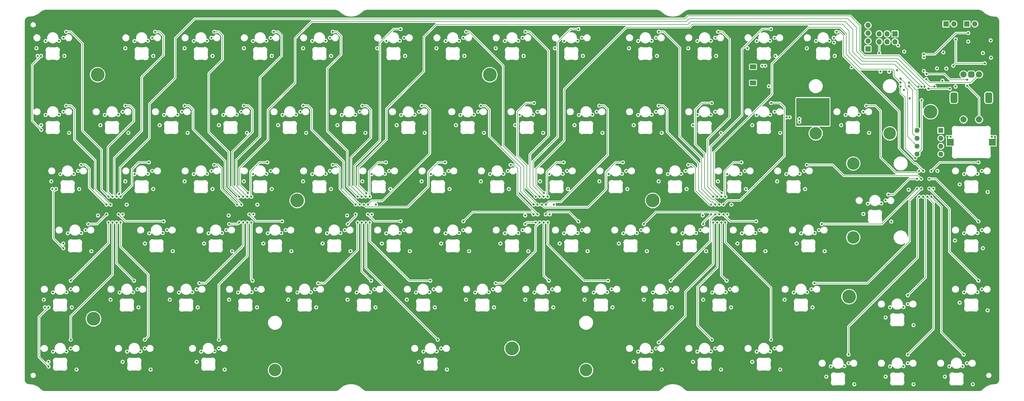
<source format=gbr>
%TF.GenerationSoftware,KiCad,Pcbnew,7.0.6*%
%TF.CreationDate,2024-01-15T18:39:28+00:00*%
%TF.ProjectId,MoonBoard,4d6f6f6e-426f-4617-9264-2e6b69636164,rev?*%
%TF.SameCoordinates,Original*%
%TF.FileFunction,Copper,L1,Top*%
%TF.FilePolarity,Positive*%
%FSLAX46Y46*%
G04 Gerber Fmt 4.6, Leading zero omitted, Abs format (unit mm)*
G04 Created by KiCad (PCBNEW 7.0.6) date 2024-01-15 18:39:28*
%MOMM*%
%LPD*%
G01*
G04 APERTURE LIST*
G04 Aperture macros list*
%AMRoundRect*
0 Rectangle with rounded corners*
0 $1 Rounding radius*
0 $2 $3 $4 $5 $6 $7 $8 $9 X,Y pos of 4 corners*
0 Add a 4 corners polygon primitive as box body*
4,1,4,$2,$3,$4,$5,$6,$7,$8,$9,$2,$3,0*
0 Add four circle primitives for the rounded corners*
1,1,$1+$1,$2,$3*
1,1,$1+$1,$4,$5*
1,1,$1+$1,$6,$7*
1,1,$1+$1,$8,$9*
0 Add four rect primitives between the rounded corners*
20,1,$1+$1,$2,$3,$4,$5,0*
20,1,$1+$1,$4,$5,$6,$7,0*
20,1,$1+$1,$6,$7,$8,$9,0*
20,1,$1+$1,$8,$9,$2,$3,0*%
G04 Aperture macros list end*
%TA.AperFunction,ComponentPad*%
%ADD10C,0.700000*%
%TD*%
%TA.AperFunction,ComponentPad*%
%ADD11C,4.400000*%
%TD*%
%TA.AperFunction,ComponentPad*%
%ADD12R,1.700000X1.700000*%
%TD*%
%TA.AperFunction,ComponentPad*%
%ADD13O,1.700000X1.700000*%
%TD*%
%TA.AperFunction,ComponentPad*%
%ADD14C,4.000000*%
%TD*%
%TA.AperFunction,ComponentPad*%
%ADD15C,2.000000*%
%TD*%
%TA.AperFunction,ComponentPad*%
%ADD16RoundRect,0.500000X-0.500000X0.500000X-0.500000X-0.500000X0.500000X-0.500000X0.500000X0.500000X0*%
%TD*%
%TA.AperFunction,ComponentPad*%
%ADD17RoundRect,0.550000X-0.550000X1.150000X-0.550000X-1.150000X0.550000X-1.150000X0.550000X1.150000X0*%
%TD*%
%TA.AperFunction,ComponentPad*%
%ADD18C,0.600000*%
%TD*%
%TA.AperFunction,SMDPad,CuDef*%
%ADD19RoundRect,0.100000X0.900000X-0.625000X0.900000X0.625000X-0.900000X0.625000X-0.900000X-0.625000X0*%
%TD*%
%TA.AperFunction,ComponentPad*%
%ADD20R,1.600000X1.600000*%
%TD*%
%TA.AperFunction,ComponentPad*%
%ADD21O,1.600000X1.600000*%
%TD*%
%TA.AperFunction,SMDPad,CuDef*%
%ADD22R,2.200000X2.200000*%
%TD*%
%TA.AperFunction,ViaPad*%
%ADD23C,0.700000*%
%TD*%
%TA.AperFunction,Conductor*%
%ADD24C,0.200000*%
%TD*%
%TA.AperFunction,Conductor*%
%ADD25C,0.300000*%
%TD*%
G04 APERTURE END LIST*
D10*
%TO.P,H5,1,1*%
%TO.N,GND*%
X332630000Y-100812050D03*
X333113274Y-99645324D03*
X333113274Y-101978776D03*
X334280000Y-99162050D03*
D11*
X334280000Y-100812050D03*
D10*
X334280000Y-102462050D03*
X335446726Y-99645324D03*
X335446726Y-101978776D03*
X335930000Y-100812050D03*
%TD*%
%TO.P,H3,1,1*%
%TO.N,unconnected-(H3-Pad1)*%
X190924000Y-88906250D03*
X191407274Y-87739524D03*
X191407274Y-90072976D03*
X192574000Y-87256250D03*
D11*
X192574000Y-88906250D03*
D10*
X192574000Y-90556250D03*
X193740726Y-87739524D03*
X193740726Y-90072976D03*
X194224000Y-88906250D03*
%TD*%
%TO.P,H2,1,1*%
%TO.N,unconnected-(H2-Pad1)*%
X243311500Y-129387500D03*
X243794774Y-128220774D03*
X243794774Y-130554226D03*
X244961500Y-127737500D03*
D11*
X244961500Y-129387500D03*
D10*
X244961500Y-131037500D03*
X246128226Y-128220774D03*
X246128226Y-130554226D03*
X246611500Y-129387500D03*
%TD*%
D12*
%TO.P,JP1,1,A*%
%TO.N,GND*%
X339220000Y-72550000D03*
D13*
%TO.P,JP1,2,B*%
%TO.N,/~{RESET}*%
X341760000Y-72550000D03*
%TD*%
D14*
%TO.P,S1,*%
%TO.N,*%
X321161250Y-107797500D03*
X297348750Y-107797500D03*
%TD*%
%TO.P,S3,*%
%TO.N,*%
X223530000Y-183997500D03*
X123517500Y-183997500D03*
%TD*%
D10*
%TO.P,H1,1,1*%
%TO.N,unconnected-(H1-Pad1)*%
X64842500Y-88906250D03*
X65325774Y-87739524D03*
X65325774Y-90072976D03*
X66492500Y-87256250D03*
D11*
X66492500Y-88906250D03*
D10*
X66492500Y-90556250D03*
X67659226Y-87739524D03*
X67659226Y-90072976D03*
X68142500Y-88906250D03*
%TD*%
%TO.P,H8,1,1*%
%TO.N,unconnected-(H8-Pad1)*%
X306414375Y-160343750D03*
X306897649Y-159177024D03*
X306897649Y-161510476D03*
X308064375Y-158693750D03*
D11*
X308064375Y-160343750D03*
D10*
X308064375Y-161993750D03*
X309231101Y-159177024D03*
X309231101Y-161510476D03*
X309714375Y-160343750D03*
%TD*%
D15*
%TO.P,ENCODER1,A,A*%
%TO.N,/ENCODER_A*%
X349855000Y-88800000D03*
%TO.P,ENCODER1,B,B*%
%TO.N,/ENCODER_B*%
X344855000Y-88800000D03*
D16*
%TO.P,ENCODER1,C,C*%
%TO.N,GND*%
X347355000Y-88800000D03*
D17*
%TO.P,ENCODER1,MP*%
%TO.N,N/C*%
X352955000Y-96300000D03*
X341755000Y-96300000D03*
D15*
%TO.P,ENCODER1,S1,S1*%
%TO.N,GND*%
X344855000Y-103300000D03*
%TO.P,ENCODER1,S2,S2*%
%TO.N,/ENCODER_SW*%
X349855000Y-103300000D03*
%TD*%
D14*
%TO.P,S2,*%
%TO.N,*%
X309413750Y-117481250D03*
X309413750Y-141293750D03*
%TD*%
D10*
%TO.P,H6,1,1*%
%TO.N,unconnected-(H6-Pad1)*%
X198067500Y-177012500D03*
X198550774Y-175845774D03*
X198550774Y-178179226D03*
X199717500Y-175362500D03*
D11*
X199717500Y-177012500D03*
D10*
X199717500Y-178662500D03*
X200884226Y-175845774D03*
X200884226Y-178179226D03*
X201367500Y-177012500D03*
%TD*%
D12*
%TO.P,OLED1,1,Pin_1*%
%TO.N,GND*%
X314170000Y-80560000D03*
D13*
%TO.P,OLED1,2,Pin_2*%
%TO.N,+3V3*%
X314170000Y-78020000D03*
%TO.P,OLED1,3,Pin_3*%
%TO.N,/I2C1_SCL*%
X314170000Y-75480000D03*
%TO.P,OLED1,4,Pin_4*%
%TO.N,/I2C1_SDA*%
X314170000Y-72940000D03*
%TD*%
D12*
%TO.P,JP2,1,A*%
%TO.N,+3V3*%
X345960000Y-72550000D03*
D13*
%TO.P,JP2,2,B*%
%TO.N,/BOOT0*%
X348500000Y-72550000D03*
%TD*%
D10*
%TO.P,H7,1,1*%
%TO.N,unconnected-(H7-Pad1)*%
X129011000Y-129387500D03*
X129494274Y-128220774D03*
X129494274Y-130554226D03*
X130661000Y-127737500D03*
D11*
X130661000Y-129387500D03*
D10*
X130661000Y-131037500D03*
X131827726Y-128220774D03*
X131827726Y-130554226D03*
X132311000Y-129387500D03*
%TD*%
D12*
%TO.P,SWD1,1,Pin_1*%
%TO.N,GND*%
X322855000Y-75725000D03*
D13*
%TO.P,SWD1,2,Pin_2*%
%TO.N,/SWO*%
X322855000Y-78265000D03*
%TO.P,SWD1,3,Pin_3*%
%TO.N,GND*%
X320315000Y-75725000D03*
%TO.P,SWD1,4,Pin_4*%
%TO.N,/SWCLK*%
X320315000Y-78265000D03*
%TO.P,SWD1,5,Pin_5*%
%TO.N,+3V3*%
X317775000Y-75725000D03*
%TO.P,SWD1,6,Pin_6*%
%TO.N,/SWDIO*%
X317775000Y-78265000D03*
%TD*%
D10*
%TO.P,H4,1,1*%
%TO.N,unconnected-(H4-Pad1)*%
X63526875Y-167487500D03*
X64010149Y-166320774D03*
X64010149Y-168654226D03*
X65176875Y-165837500D03*
D11*
X65176875Y-167487500D03*
D10*
X65176875Y-169137500D03*
X66343601Y-166320774D03*
X66343601Y-168654226D03*
X66826875Y-167487500D03*
%TD*%
D18*
%TO.P,USB1,MP,MountPin*%
%TO.N,GND*%
X277880000Y-91900000D03*
D19*
X277180000Y-91475000D03*
D18*
X276480000Y-91100000D03*
X277180000Y-91100000D03*
X277880000Y-91100000D03*
X276480000Y-86700000D03*
X277180000Y-86700000D03*
X277880000Y-86700000D03*
D19*
X277180000Y-86325000D03*
D18*
X277880000Y-85950000D03*
%TD*%
D20*
%TO.P,SW2,1*%
%TO.N,GND*%
X337580000Y-106800000D03*
D21*
%TO.P,SW2,2*%
X337580000Y-109340000D03*
%TO.P,SW2,3*%
X337580000Y-111880000D03*
%TO.P,SW2,4*%
X337580000Y-114420000D03*
%TO.P,SW2,5*%
%TO.N,/SW_DIP_3*%
X329960000Y-114420000D03*
%TO.P,SW2,6*%
%TO.N,/SW_DIP_2*%
X329960000Y-111880000D03*
%TO.P,SW2,7*%
%TO.N,/SW_DIP_1*%
X329960000Y-109340000D03*
%TO.P,SW2,8*%
%TO.N,/SW_DIP_0*%
X329960000Y-106800000D03*
%TD*%
D22*
%TO.P,BZ1,1,-*%
%TO.N,/DAC1_OUT1*%
X354107000Y-110600000D03*
%TO.P,BZ1,2,+*%
%TO.N,/DAC1_OUT2*%
X340603000Y-110600000D03*
%TD*%
D23*
%TO.N,+5V*%
X66632500Y-135162500D03*
X281167500Y-144747499D03*
X189705000Y-124187501D03*
X51592500Y-124187501D03*
X95430000Y-106647499D03*
X204967500Y-144747499D03*
X76380000Y-106647499D03*
X246855000Y-124187501D03*
X285680000Y-90700000D03*
X208755000Y-124187501D03*
X309742500Y-187609999D03*
X285930000Y-182847499D03*
X287336250Y-162287501D03*
X175417500Y-81325001D03*
X166867500Y-144747499D03*
X287980000Y-97700000D03*
X46830000Y-81325001D03*
X266880000Y-182847499D03*
X262117500Y-144747499D03*
X83523750Y-182847499D03*
X107336250Y-182847499D03*
X49211250Y-162287501D03*
X109717500Y-144747499D03*
X266880000Y-106647499D03*
X284955000Y-124187501D03*
X321648750Y-135222499D03*
X185917500Y-144747499D03*
X156367500Y-81325001D03*
X300217500Y-144747499D03*
X113505000Y-81325001D03*
X114480000Y-106647499D03*
X224017500Y-144747499D03*
X127792500Y-162287501D03*
X261032500Y-135162500D03*
X70642500Y-162287501D03*
X170655000Y-124187501D03*
X209730000Y-106647499D03*
X151605000Y-124187501D03*
X146842500Y-162287501D03*
X57330000Y-106647499D03*
X75405000Y-124187501D03*
X184942500Y-162287501D03*
X133530000Y-106647499D03*
X256380000Y-81325001D03*
X213517500Y-81325001D03*
X178773750Y-182847499D03*
X261142500Y-162287501D03*
X203992500Y-162287501D03*
X328792500Y-187609999D03*
X228780000Y-106647499D03*
X75405000Y-81325001D03*
X285930000Y-106647499D03*
X203932500Y-135162500D03*
X190680000Y-106647499D03*
X227805000Y-124187501D03*
X223042500Y-162287501D03*
X237330000Y-81325001D03*
X247830000Y-106647499D03*
X342105000Y-143237501D03*
X284630000Y-90700000D03*
X146732500Y-135162500D03*
X152580000Y-106647499D03*
X165892500Y-162287501D03*
X352605000Y-163797499D03*
X303190000Y-79490000D03*
X327232500Y-126862500D03*
X94455000Y-81325001D03*
X90667500Y-144747499D03*
X294480000Y-81325001D03*
X247830000Y-182847499D03*
X328792500Y-168559999D03*
X132555000Y-124187501D03*
X128767500Y-144747499D03*
X288980000Y-97700000D03*
X94455000Y-124187501D03*
X132555000Y-81325001D03*
X113505000Y-124187501D03*
X171630000Y-106647499D03*
X64473750Y-144747499D03*
X89692500Y-162287501D03*
X243067500Y-144747499D03*
X275430000Y-81325001D03*
X108742500Y-162287501D03*
X347842500Y-187609999D03*
X352605000Y-125697499D03*
X108632500Y-135162500D03*
X59711250Y-182847499D03*
X242092500Y-162287501D03*
X265905000Y-124187501D03*
X314505000Y-106647499D03*
X194467500Y-81325001D03*
X147817500Y-144747499D03*
%TO.N,GND*%
X173605000Y-120905000D03*
X251077501Y-163797501D03*
X288980000Y-102600000D03*
X308880000Y-86510000D03*
X75405000Y-80365001D03*
X189705000Y-123227501D03*
X272182500Y-143237499D03*
X79292500Y-157962500D03*
X259330000Y-101855000D03*
X235517500Y-139955000D03*
X265030000Y-77000000D03*
X169788750Y-181337499D03*
X220767500Y-77957500D03*
X106930000Y-101855000D03*
X265365001Y-82835001D03*
X242092500Y-161327501D03*
X130280000Y-101770000D03*
X350755000Y-138912500D03*
X187430000Y-101770000D03*
X121217500Y-139955000D03*
X116555000Y-133875000D03*
X159317500Y-78042500D03*
X84390001Y-82835001D03*
X253132500Y-143237499D03*
X178367500Y-78042500D03*
X201717500Y-139870000D03*
X152580000Y-107607499D03*
X280130000Y-86000000D03*
X345992500Y-181775000D03*
X182667500Y-77957500D03*
X296321251Y-163797501D03*
X314505000Y-107607499D03*
X177905000Y-120820000D03*
X222502501Y-82835001D03*
X319798750Y-129387500D03*
X216005000Y-120820000D03*
X282680000Y-101770000D03*
X113505000Y-80365001D03*
X220767500Y-139870000D03*
X343620000Y-124187499D03*
X132555000Y-80365001D03*
X109717500Y-145707499D03*
X232027501Y-163797501D03*
X282280000Y-92600000D03*
X216467500Y-78042500D03*
X94455000Y-80365001D03*
X86445000Y-105137499D03*
X141540001Y-82835001D03*
X184942500Y-161327501D03*
X116455000Y-120905000D03*
X88817500Y-138912500D03*
X58196251Y-163797501D03*
X213155000Y-130725000D03*
X154555000Y-120905000D03*
X139805000Y-120820000D03*
X278380000Y-78042500D03*
X319807500Y-186099999D03*
X236790001Y-125697501D03*
X140267500Y-139955000D03*
X296967500Y-139870000D03*
X163617500Y-139870000D03*
X80273750Y-177970000D03*
X278380000Y-178055000D03*
X146732500Y-134202500D03*
X117392500Y-157962500D03*
X247830000Y-107607499D03*
X126917500Y-138912500D03*
X171223750Y-178055000D03*
X187892500Y-159005000D03*
X56461250Y-177970000D03*
X270127501Y-163797501D03*
X79627501Y-163797501D03*
X246855000Y-123227501D03*
X321242500Y-182817500D03*
X350755000Y-157962500D03*
X319807500Y-167049999D03*
X56461250Y-158920000D03*
X93580000Y-100812500D03*
X228780000Y-107607499D03*
X196955000Y-120820000D03*
X244580000Y-77957500D03*
X94455000Y-123227501D03*
X128767500Y-145707499D03*
X256380000Y-80365001D03*
X301730000Y-77957500D03*
X259330000Y-178055000D03*
X51592500Y-123227501D03*
X281167500Y-145707499D03*
X209730000Y-107607499D03*
X193592500Y-157962500D03*
X351080000Y-81910000D03*
X344592500Y-182732500D03*
X107336250Y-183807499D03*
X81682500Y-143237499D03*
X76380000Y-107607499D03*
X82655000Y-120820000D03*
X78355000Y-120905000D03*
X212642500Y-157962500D03*
X321648750Y-136182499D03*
X291232500Y-143237499D03*
X338095000Y-90800000D03*
X57861250Y-157962500D03*
X75973750Y-178055000D03*
X100732500Y-143237499D03*
X138832500Y-143237499D03*
X182667500Y-139870000D03*
X203452501Y-82835001D03*
X101705000Y-120820000D03*
X171630000Y-107607499D03*
X311255000Y-101770000D03*
X179305000Y-119862500D03*
X81673750Y-177012500D03*
X70642500Y-161327501D03*
X243067500Y-145707499D03*
X250742500Y-157962500D03*
X227805000Y-123227501D03*
X155955000Y-130725000D03*
X149330000Y-101770000D03*
X325542500Y-163682500D03*
X269792500Y-157962500D03*
X203992500Y-161327501D03*
X263630000Y-177970000D03*
X66632500Y-134202500D03*
X236455000Y-119862500D03*
X87417500Y-139870000D03*
X351090001Y-144747501D03*
X293605000Y-119862500D03*
X136442500Y-157962500D03*
X176923750Y-177012500D03*
X265905000Y-123227501D03*
X74538750Y-181337499D03*
X84055000Y-77000000D03*
X249342500Y-158920000D03*
X170655000Y-123227501D03*
X57861250Y-177012500D03*
X188830000Y-100812500D03*
X237330000Y-80365001D03*
X108632500Y-134202500D03*
X212977501Y-163797501D03*
X49580000Y-163797501D03*
X202180000Y-101855000D03*
X323872373Y-79499480D03*
X287336250Y-161327501D03*
X211855000Y-133875000D03*
X149792500Y-159005000D03*
X116455000Y-78042500D03*
X164080000Y-101855000D03*
X241217500Y-138912500D03*
X159317500Y-139955000D03*
X124545000Y-105137499D03*
X154092500Y-158920000D03*
X83523750Y-183807499D03*
X174542500Y-157962500D03*
X89692500Y-161327501D03*
X284080000Y-100812500D03*
X125980000Y-101855000D03*
X336320000Y-86860000D03*
X190680000Y-107607499D03*
X54080000Y-101770000D03*
X162645000Y-105137499D03*
X49780000Y-78042500D03*
X281130000Y-86000000D03*
X165892500Y-161327501D03*
X339340000Y-86900000D03*
X239817500Y-139870000D03*
X147817500Y-145707499D03*
X285930000Y-107607499D03*
X292080000Y-104100000D03*
X60577501Y-125697501D03*
X184067500Y-138912500D03*
X284415001Y-82835001D03*
X342305000Y-92725000D03*
X255505000Y-119862500D03*
X103105000Y-119862500D03*
X226930000Y-100812500D03*
X90667500Y-145707499D03*
X295986250Y-157962500D03*
X282680000Y-177970000D03*
X103105000Y-77000000D03*
X98677501Y-163797501D03*
X130742500Y-159005000D03*
X207880000Y-100812500D03*
X58842500Y-120820000D03*
X59711250Y-183807499D03*
X244580000Y-177970000D03*
X282680000Y-77957500D03*
X338857500Y-186099999D03*
X51980000Y-125697501D03*
X270255000Y-130725000D03*
X203932500Y-134202500D03*
X183130000Y-101855000D03*
X284955000Y-123227501D03*
X97405000Y-78042500D03*
X77892500Y-158920000D03*
X327232500Y-125902500D03*
X184402501Y-82835001D03*
X57330000Y-107607499D03*
X213517500Y-80365001D03*
X168842500Y-159005000D03*
X345055000Y-120905000D03*
X184067500Y-77000000D03*
X197417500Y-139955000D03*
X117727501Y-163797501D03*
X318167500Y-87900000D03*
X306955000Y-101855000D03*
X112630000Y-100812500D03*
X347842500Y-188569999D03*
X215032500Y-143237499D03*
X263630000Y-101770000D03*
X99786250Y-178055000D03*
X46830000Y-80365001D03*
X154655000Y-133875000D03*
X60242500Y-119862500D03*
X176932500Y-143237499D03*
X278380000Y-101855000D03*
X353680000Y-83410000D03*
X120755000Y-77957500D03*
X328792500Y-188569999D03*
X111692500Y-159005000D03*
X342105000Y-142277501D03*
X274555000Y-119862500D03*
X222167500Y-138912500D03*
X262117500Y-145707499D03*
X346380000Y-78210000D03*
X266880000Y-107607499D03*
X75855000Y-130725000D03*
X175523750Y-177970000D03*
X143595000Y-105137499D03*
X327580000Y-96500000D03*
X119782500Y-143237499D03*
X238845000Y-105137499D03*
X61223750Y-139870000D03*
X52161250Y-178055000D03*
X292205000Y-120820000D03*
X217740001Y-125697501D03*
X261032500Y-134202500D03*
X168380000Y-101770000D03*
X122490001Y-82835001D03*
X246315001Y-82835001D03*
X254105000Y-120820000D03*
X165017500Y-77000000D03*
X297430000Y-78042500D03*
X165352501Y-82835001D03*
X105495000Y-105137499D03*
X114480000Y-107607499D03*
X193927501Y-163797501D03*
X107867500Y-138912500D03*
X268392500Y-158920000D03*
X307892500Y-181775000D03*
X284080000Y-77000000D03*
X131680000Y-100812500D03*
X293940001Y-125697501D03*
X211242500Y-158920000D03*
X160255000Y-119862500D03*
X284080000Y-177012500D03*
X298367500Y-138912500D03*
X234082500Y-143237499D03*
X221230000Y-101855000D03*
X83117500Y-139955000D03*
X265030000Y-177012500D03*
X349355000Y-120820000D03*
X92180000Y-101770000D03*
X254567500Y-139955000D03*
X336455000Y-119850000D03*
X144567500Y-139870000D03*
X141205000Y-77000000D03*
X245980000Y-77000000D03*
X318398750Y-130345000D03*
X156367500Y-80365001D03*
X211705000Y-120905000D03*
X122155000Y-77000000D03*
X276945000Y-105137499D03*
X49780000Y-101855000D03*
X198355000Y-119862500D03*
X277917500Y-139870000D03*
X343620000Y-162287499D03*
X338380000Y-81700000D03*
X290286250Y-159005000D03*
X55480000Y-100812500D03*
X255840001Y-125697501D03*
X55815001Y-82835001D03*
X160590001Y-125697501D03*
X349355000Y-158920000D03*
X132555000Y-123227501D03*
X274890001Y-125697501D03*
X135505000Y-120905000D03*
X102167500Y-139955000D03*
X198690001Y-125697501D03*
X175417500Y-80365001D03*
X225992500Y-159005000D03*
X117855000Y-130725000D03*
X206942500Y-159005000D03*
X64473750Y-145707499D03*
X314098750Y-130430000D03*
X181695000Y-105137499D03*
X166867500Y-145707499D03*
X353980000Y-108900000D03*
X208755000Y-123227501D03*
X195982500Y-143237499D03*
X203117500Y-77000000D03*
X179640001Y-125697501D03*
X340680000Y-108900000D03*
X353600000Y-77845000D03*
X136777501Y-163797501D03*
X224017500Y-145707499D03*
X178773750Y-183807499D03*
X111230000Y-101770000D03*
X345055000Y-139955000D03*
X84390001Y-125697501D03*
X145030000Y-101855000D03*
X169780000Y-100812500D03*
X206480000Y-101770000D03*
X135505000Y-78042500D03*
X92642500Y-159005000D03*
X285930000Y-183807499D03*
X200745000Y-105137499D03*
X217405000Y-119862500D03*
X75405000Y-123227501D03*
X258867500Y-139870000D03*
X96942500Y-158920000D03*
X216467500Y-139955000D03*
X78355000Y-78042500D03*
X98342500Y-157962500D03*
X235055000Y-120820000D03*
X312663750Y-133712499D03*
X309742500Y-188569999D03*
X303130000Y-77000000D03*
X74555000Y-133875000D03*
X106467500Y-139870000D03*
X113505000Y-123227501D03*
X55488750Y-143237499D03*
X157882500Y-143237499D03*
X55480000Y-77000000D03*
X240280000Y-101855000D03*
X155827501Y-163797501D03*
X257895000Y-181337499D03*
X350755000Y-119862500D03*
X122490001Y-125697501D03*
X125517500Y-139870000D03*
X108742500Y-161327501D03*
X223042500Y-161327501D03*
X275430000Y-80365001D03*
X87880000Y-101855000D03*
X103440001Y-82835001D03*
X98351250Y-181337499D03*
X240280000Y-78042500D03*
X204967500Y-145707499D03*
X54080000Y-77957500D03*
X101705000Y-77957500D03*
X151605000Y-123227501D03*
X320967500Y-87900000D03*
X259330000Y-78042500D03*
X73592500Y-159005000D03*
X265030000Y-100812500D03*
X244580000Y-101770000D03*
X178367500Y-139955000D03*
X279317500Y-138912500D03*
X56923750Y-139955000D03*
X146842500Y-161327501D03*
X352605000Y-164757499D03*
X257895000Y-105137499D03*
X219795000Y-105137499D03*
X50726250Y-181337499D03*
X349355000Y-139870000D03*
X247830000Y-183807499D03*
X273617500Y-139955000D03*
X240280000Y-178055000D03*
X145967500Y-138912500D03*
X238845000Y-181337499D03*
X185917500Y-145707499D03*
X325799239Y-81426346D03*
X163617500Y-77957500D03*
X305520000Y-105137499D03*
X201717500Y-77957500D03*
X192655000Y-120905000D03*
X245980000Y-100812500D03*
X294586250Y-158920000D03*
X264092500Y-159005000D03*
X332100000Y-83300000D03*
X321242500Y-163767500D03*
X165017500Y-138912500D03*
X103440001Y-125697501D03*
X48345000Y-105137499D03*
X194467500Y-80365001D03*
X127792500Y-161327501D03*
X335155000Y-125575000D03*
X306492500Y-182732500D03*
X68830000Y-101855000D03*
X54542500Y-120905000D03*
X230292500Y-158920000D03*
X49211250Y-161327501D03*
X47230000Y-82835001D03*
X155492500Y-157962500D03*
X158855000Y-120820000D03*
X231692500Y-157962500D03*
X325680000Y-93800000D03*
X104086250Y-177970000D03*
X141540001Y-125697501D03*
X249805000Y-120905000D03*
X192192500Y-158920000D03*
X245980000Y-177012500D03*
X95430000Y-107607499D03*
X67395000Y-105137499D03*
X133530000Y-107607499D03*
X266880000Y-183807499D03*
X173142500Y-158920000D03*
X150730000Y-100812500D03*
X105486250Y-177012500D03*
X84055000Y-119862500D03*
X62623750Y-138912500D03*
X312655000Y-100812500D03*
X302192500Y-182817500D03*
X287905000Y-120905000D03*
X292667500Y-139955000D03*
X230755000Y-120905000D03*
X225530000Y-101770000D03*
X325542500Y-182732500D03*
X326942500Y-181775000D03*
X122155000Y-119862500D03*
X326942500Y-162725000D03*
X303465001Y-82835001D03*
X294480000Y-80365001D03*
X268855000Y-120905000D03*
X73130000Y-101770000D03*
X273155000Y-120820000D03*
X222167500Y-77000000D03*
X174877501Y-163797501D03*
X135042500Y-158920000D03*
X203117500Y-138912500D03*
X74530000Y-100812500D03*
X82655000Y-77957500D03*
X52161250Y-159005000D03*
X276945000Y-181337499D03*
X120755000Y-120820000D03*
X260267500Y-138912500D03*
X197417500Y-78042500D03*
X303210000Y-78530000D03*
X287980000Y-102600000D03*
X261142500Y-161327501D03*
X300757500Y-186099999D03*
X332080000Y-87675000D03*
X115992500Y-158920000D03*
X97405000Y-120905000D03*
X268955000Y-133875000D03*
X263630000Y-77957500D03*
X352605000Y-126657499D03*
X141205000Y-119862500D03*
X139805000Y-77957500D03*
X245042500Y-159005000D03*
X292080000Y-103100000D03*
X323480000Y-87480000D03*
X345055000Y-159005000D03*
X328792500Y-169519999D03*
X340292500Y-182817500D03*
X300217500Y-145707499D03*
%TO.N,/~{RESET}*%
X351680000Y-85220000D03*
X342360000Y-77500000D03*
X341580000Y-86000000D03*
%TO.N,/rgb_led/sk6812mini-e-rot/Din*%
X48330000Y-82835001D03*
X48380000Y-106647499D03*
%TO.N,/rgb_led/sk6812mini-e-rot27/Din*%
X50726250Y-182847499D03*
X50726250Y-163797501D03*
%TO.N,/multiplexers/keys/KEYS_0_0*%
X70005000Y-128150000D03*
X56380000Y-75062500D03*
%TO.N,/multiplexers/keys/KEYS_0_1*%
X84980000Y-75062500D03*
X72605000Y-128150000D03*
%TO.N,/multiplexers/keys/KEYS_0_2*%
X103980000Y-75062500D03*
X112005000Y-128150000D03*
%TO.N,/multiplexers/keys/KEYS_0_3*%
X123080000Y-75062500D03*
X114605000Y-128150000D03*
%TO.N,/multiplexers/keys/KEYS_0_4*%
X142080000Y-75062500D03*
X150105000Y-128150000D03*
%TO.N,/multiplexers/keys/KEYS_0_5*%
X163917500Y-74200000D03*
X152705000Y-128150000D03*
%TO.N,/multiplexers/keys/KEYS_0_6*%
X207955000Y-130725000D03*
X184980000Y-75062500D03*
%TO.N,/multiplexers/keys/KEYS_0_7*%
X203980000Y-75062500D03*
X208605000Y-128150000D03*
%TO.N,/multiplexers/keys/KEYS_0_8*%
X209905000Y-128150000D03*
X221067500Y-74200000D03*
%TO.N,/multiplexers/keys/KEYS_0_9*%
X266355000Y-130725000D03*
X246880000Y-75062500D03*
%TO.N,/multiplexers/keys/KEYS_0_10*%
X265705000Y-128150000D03*
X265980000Y-75062500D03*
%TO.N,/multiplexers/keys/KEYS_0_11*%
X267005000Y-128150000D03*
X282980000Y-74200000D03*
%TO.N,/multiplexers/keys/KEYS_1_1*%
X75380000Y-98875000D03*
X71305000Y-128150000D03*
%TO.N,/multiplexers/keys/KEYS_1_2*%
X94480000Y-98875000D03*
X112655000Y-130725000D03*
%TO.N,/multiplexers/keys/KEYS_1_3*%
X113480000Y-98875000D03*
X113305000Y-128150000D03*
%TO.N,/multiplexers/keys/KEYS_1_7*%
X189680000Y-98875000D03*
X206655000Y-130725000D03*
%TO.N,/multiplexers/keys/KEYS_1_8*%
X207305000Y-128150000D03*
X206780000Y-98000000D03*
%TO.N,/multiplexers/keys/KEYS_1_9*%
X210555000Y-130725000D03*
X227780000Y-98875000D03*
%TO.N,/multiplexers/keys/KEYS_1_10*%
X265055000Y-130725000D03*
X246830000Y-98875000D03*
%TO.N,/multiplexers/keys/KEYS_1_11*%
X263930000Y-98000000D03*
X264405000Y-128150000D03*
%TO.N,/multiplexers/keys/KEYS_2_0*%
X69355000Y-130725000D03*
X61180000Y-117925000D03*
%TO.N,/multiplexers/keys/KEYS_2_1*%
X82955000Y-117105500D03*
X73905000Y-128150000D03*
%TO.N,/multiplexers/keys/KEYS_2_2*%
X103980000Y-117925000D03*
X111355000Y-130725000D03*
%TO.N,/multiplexers/keys/KEYS_2_3*%
X121055000Y-117100000D03*
X115905000Y-128150000D03*
%TO.N,/multiplexers/keys/KEYS_2_5*%
X154005000Y-128150000D03*
X159155000Y-117100000D03*
%TO.N,/multiplexers/keys/KEYS_2_7*%
X199280000Y-117925000D03*
X207955000Y-133875000D03*
%TO.N,/multiplexers/keys/KEYS_2_8*%
X211205000Y-128150000D03*
X216305000Y-117100000D03*
%TO.N,/multiplexers/keys/KEYS_2_9*%
X235355000Y-117100000D03*
X209255000Y-130725000D03*
%TO.N,/multiplexers/keys/KEYS_2_10*%
X263755000Y-130725000D03*
X256380000Y-117925000D03*
%TO.N,/multiplexers/keys/KEYS_2_11*%
X268305000Y-128150000D03*
X273455000Y-117100000D03*
%TO.N,/multiplexers/keys/KEYS_2_12*%
X331255000Y-122425000D03*
X294480000Y-117925000D03*
%TO.N,/multiplexers/keys/KEYS_2_13*%
X329955000Y-122425000D03*
X320680000Y-127450000D03*
%TO.N,/multiplexers/keys/KEYS_2_14*%
X334505000Y-119850000D03*
X349655000Y-117100000D03*
%TO.N,/multiplexers/keys/KEYS_3_0*%
X63480000Y-136975000D03*
X69355000Y-133875000D03*
%TO.N,/multiplexers/keys/KEYS_3_1*%
X73255000Y-133875000D03*
X87717500Y-136100000D03*
%TO.N,/multiplexers/keys/KEYS_3_2*%
X112005000Y-136450000D03*
X108780000Y-136975000D03*
%TO.N,/multiplexers/keys/KEYS_3_3*%
X115255000Y-133875000D03*
X125817500Y-136100000D03*
%TO.N,/multiplexers/keys/KEYS_3_4*%
X146880000Y-136975000D03*
X149455000Y-133875000D03*
%TO.N,/multiplexers/keys/KEYS_3_5*%
X163917500Y-136100000D03*
X153355000Y-133875000D03*
%TO.N,/multiplexers/keys/KEYS_1_6*%
X170680000Y-98875000D03*
X153355000Y-130725000D03*
%TO.N,/multiplexers/keys/KEYS_1_4*%
X150755000Y-130725000D03*
X132580000Y-98875000D03*
%TO.N,/multiplexers/keys/KEYS_3_7*%
X203955000Y-136975000D03*
X207305000Y-136450000D03*
%TO.N,/multiplexers/keys/KEYS_4_12*%
X331255000Y-125575000D03*
X296880000Y-156025000D03*
%TO.N,/multiplexers/keys/KEYS_1_13*%
X330605000Y-119850000D03*
X313580000Y-98875000D03*
%TO.N,/multiplexers/keys/KEYS_3_9*%
X242080000Y-136975000D03*
X266355000Y-133875000D03*
%TO.N,/multiplexers/keys/KEYS_1_12*%
X282980000Y-98000000D03*
X267655000Y-130725000D03*
%TO.N,/multiplexers/keys/KEYS_3_11*%
X267655000Y-133875000D03*
X278217500Y-136100000D03*
%TO.N,/multiplexers/keys/KEYS_2_4*%
X149455000Y-130725000D03*
X142080000Y-117925000D03*
%TO.N,/multiplexers/keys/KEYS_4_0*%
X57861250Y-155200000D03*
X70005000Y-136450000D03*
%TO.N,/multiplexers/keys/KEYS_4_1*%
X72605000Y-136450000D03*
X78192500Y-155200000D03*
%TO.N,/multiplexers/keys/KEYS_4_2*%
X113305000Y-136450000D03*
X99180000Y-156025000D03*
%TO.N,/multiplexers/keys/KEYS_4_9*%
X211205000Y-136450000D03*
X230592500Y-155200000D03*
%TO.N,/multiplexers/keys/KEYS_4_3*%
X115905000Y-136450000D03*
X116292500Y-155200000D03*
%TO.N,/multiplexers/keys/KEYS_3_12*%
X299280000Y-136975000D03*
X329955000Y-125575000D03*
%TO.N,/multiplexers/keys/KEYS_5_3*%
X175823750Y-174200000D03*
X152705000Y-136450000D03*
%TO.N,/multiplexers/keys/KEYS_4_5*%
X151405000Y-136450000D03*
X154392500Y-155200000D03*
%TO.N,/multiplexers/keys/KEYS_4_6*%
X154005000Y-136450000D03*
X173442500Y-155200000D03*
%TO.N,/multiplexers/keys/KEYS_5_8*%
X333205000Y-128150000D03*
X326942500Y-179000000D03*
%TO.N,/multiplexers/keys/KEYS_5_0*%
X71305000Y-136450000D03*
X57861250Y-174200000D03*
%TO.N,/multiplexers/keys/KEYS_4_7*%
X194480000Y-156025000D03*
X208605000Y-136450000D03*
%TO.N,/multiplexers/keys/KEYS_2_6*%
X178205000Y-117100000D03*
X152055000Y-130725000D03*
%TO.N,/multiplexers/keys/KEYS_3_13*%
X349655000Y-136100000D03*
X333855000Y-122425000D03*
%TO.N,/multiplexers/keys/KEYS_4_11*%
X268692500Y-155200000D03*
X267005000Y-136450000D03*
%TO.N,/multiplexers/keys/KEYS_4_8*%
X209905000Y-136450000D03*
X211542500Y-155200000D03*
%TO.N,/multiplexers/keys/KEYS_4_10*%
X250742500Y-155200000D03*
X265055000Y-133875000D03*
%TO.N,/multiplexers/keys/KEYS_4_13*%
X333855000Y-125575000D03*
X349655000Y-155200000D03*
%TO.N,/multiplexers/keys/KEYS_4_14*%
X326942500Y-159900000D03*
X331905000Y-128150000D03*
%TO.N,/multiplexers/keys/KEYS_5_1*%
X81673750Y-174200000D03*
X73905000Y-136450000D03*
%TO.N,/multiplexers/keys/KEYS_1_5*%
X151580000Y-98875000D03*
X151405000Y-128150000D03*
%TO.N,/multiplexers/keys/KEYS_5_2*%
X105486250Y-174200000D03*
X114605000Y-136450000D03*
%TO.N,/multiplexers/keys/KEYS_4_4*%
X137380000Y-156025000D03*
X150105000Y-136450000D03*
%TO.N,/multiplexers/keys/KEYS_3_10*%
X261155000Y-136975000D03*
X263755000Y-133875000D03*
%TO.N,/multiplexers/keys/KEYS_1_0*%
X56380000Y-98875000D03*
X70655000Y-130725000D03*
%TO.N,/multiplexers/keys/KEYS_5_4*%
X264405000Y-136450000D03*
X246880000Y-175075000D03*
%TO.N,/multiplexers/keys/KEYS_5_5*%
X263930000Y-174200000D03*
X265705000Y-136450000D03*
%TO.N,/multiplexers/keys/KEYS_0_12*%
X303980000Y-75062500D03*
X331905000Y-119850000D03*
%TO.N,/multiplexers/keys/KEYS_3_6*%
X184067500Y-136100000D03*
X206655000Y-133875000D03*
%TO.N,/multiplexers/keys/KEYS_5_6*%
X282980000Y-174200000D03*
X268305000Y-136450000D03*
%TO.N,/multiplexers/keys/KEYS_3_8*%
X210555000Y-133875000D03*
X221067500Y-136100000D03*
%TO.N,/multiplexers/keys/KEYS_5_7*%
X307892500Y-179000000D03*
X330605000Y-128150000D03*
%TO.N,/multiplexers/keys/KEYS_5_9*%
X334505000Y-128150000D03*
X344892500Y-179000000D03*
%TO.N,/SWDIO*%
X317775000Y-81900000D03*
%TO.N,/BOOT0*%
X346380000Y-75475000D03*
X332080000Y-82300000D03*
%TO.N,/rgb_led/sk6812mini-e-rot38/Din*%
X55477499Y-144747499D03*
X53130000Y-125697501D03*
%TO.N,/ENCODER_A*%
X332874901Y-90300000D03*
%TO.N,/ENCODER_B*%
X333580000Y-93400000D03*
X340480000Y-93400000D03*
%TO.N,/ENCODER_SW*%
X332980000Y-88650000D03*
X345980000Y-90500000D03*
X345980000Y-92400000D03*
%TO.N,/DAC1_OUT2*%
X339680000Y-108900000D03*
%TO.N,/DAC1_OUT1*%
X354980000Y-108900000D03*
%TO.N,/ADC1_IN3*%
X335530000Y-92650000D03*
X73380000Y-127300000D03*
%TO.N,/ADC1_IN4*%
X114780000Y-127000000D03*
X332330000Y-92762750D03*
%TO.N,/ADC2_IN3*%
X152880000Y-127100000D03*
X331330000Y-92737250D03*
%TO.N,/ADC2_IN4*%
X209980000Y-127000000D03*
X330330000Y-92762750D03*
%TO.N,/ADC4_IN3*%
X329305000Y-115800000D03*
X324630000Y-92650000D03*
%TO.N,/ADC4_IN4*%
X267080000Y-127000000D03*
X324630000Y-91400000D03*
%TO.N,/SW_DIP_0*%
X327280000Y-91409266D03*
%TO.N,/SW_DIP_1*%
X327280000Y-92600000D03*
%TO.N,/SW_DIP_2*%
X324630000Y-90150000D03*
%TO.N,/SW_DIP_3*%
X331380000Y-97100000D03*
%TD*%
D24*
%TO.N,/~{RESET}*%
X342360000Y-77500000D02*
X342360000Y-85220000D01*
X342360000Y-85220000D02*
X351680000Y-85220000D01*
X341580000Y-86000000D02*
X342360000Y-85220000D01*
%TO.N,/rgb_led/sk6812mini-e-rot/Din*%
X48330000Y-82835001D02*
X45480000Y-85685001D01*
X45480000Y-85685001D02*
X45480000Y-103747499D01*
X45480000Y-103747499D02*
X48380000Y-106647499D01*
%TO.N,/rgb_led/sk6812mini-e-rot27/Din*%
X50726250Y-163797501D02*
X47630000Y-166893751D01*
X47630000Y-179751249D02*
X50726250Y-182847499D01*
X47630000Y-166893751D02*
X47630000Y-179751249D01*
%TO.N,/multiplexers/keys/KEYS_0_0*%
X61630000Y-78800000D02*
X57892500Y-75062500D01*
X67740000Y-125885000D02*
X67740000Y-113010000D01*
X61630000Y-106900000D02*
X61630000Y-78800000D01*
X70005000Y-128150000D02*
X67740000Y-125885000D01*
X67740000Y-113010000D02*
X61630000Y-106900000D01*
X57892500Y-75062500D02*
X56380000Y-75062500D01*
%TO.N,/multiplexers/keys/KEYS_0_1*%
X86392500Y-75062500D02*
X84980000Y-75062500D01*
X72605000Y-128150000D02*
X71800000Y-127345000D01*
X80680000Y-106900000D02*
X80680000Y-89600000D01*
X80680000Y-89600000D02*
X87680000Y-82600000D01*
X87680000Y-82600000D02*
X87680000Y-76350000D01*
X87680000Y-76350000D02*
X86392500Y-75062500D01*
X71800000Y-115780000D02*
X80680000Y-106900000D01*
X71800000Y-127345000D02*
X71800000Y-115780000D01*
%TO.N,/multiplexers/keys/KEYS_0_2*%
X108640000Y-113760000D02*
X102230000Y-107350000D01*
X106680000Y-84000000D02*
X106680000Y-76275228D01*
X108640000Y-124785000D02*
X108640000Y-113760000D01*
X112005000Y-128150000D02*
X108640000Y-124785000D01*
X105467272Y-75062500D02*
X103980000Y-75062500D01*
X102230000Y-88450000D02*
X106680000Y-84000000D01*
X102230000Y-107350000D02*
X102230000Y-88450000D01*
X106680000Y-76275228D02*
X105467272Y-75062500D01*
%TO.N,/multiplexers/keys/KEYS_0_3*%
X118680000Y-108700000D02*
X118680000Y-89800000D01*
X125680000Y-76200000D02*
X124542500Y-75062500D01*
X111000000Y-124395000D02*
X111000000Y-116530000D01*
X124542500Y-75062500D02*
X123080000Y-75062500D01*
X111000000Y-116380000D02*
X118680000Y-108700000D01*
X111000000Y-124545000D02*
X111000000Y-124395000D01*
X118680000Y-89800000D02*
X125680000Y-82800000D01*
X114605000Y-128150000D02*
X111000000Y-124545000D01*
X125680000Y-82800000D02*
X125680000Y-76200000D01*
X111000000Y-116530000D02*
X111000000Y-116380000D01*
%TO.N,/multiplexers/keys/KEYS_0_4*%
X140330000Y-106950000D02*
X140330000Y-86850000D01*
X140330000Y-86850000D02*
X144780000Y-82400000D01*
X150105000Y-128150000D02*
X146740000Y-124785000D01*
X146740000Y-124785000D02*
X146740000Y-113360000D01*
X143442500Y-75062500D02*
X142080000Y-75062500D01*
X144780000Y-76400000D02*
X143442500Y-75062500D01*
X144780000Y-82400000D02*
X144780000Y-76400000D01*
X146740000Y-113360000D02*
X140330000Y-106950000D01*
%TO.N,/multiplexers/keys/KEYS_0_5*%
X157230000Y-110050000D02*
X157230000Y-78550000D01*
X152705000Y-128150000D02*
X149100000Y-124545000D01*
X157230000Y-78550000D02*
X161580000Y-74200000D01*
X161580000Y-74200000D02*
X163917500Y-74200000D01*
X149100000Y-118180000D02*
X157230000Y-110050000D01*
X149100000Y-124545000D02*
X149100000Y-118180000D01*
%TO.N,/multiplexers/keys/KEYS_0_6*%
X185992500Y-75062500D02*
X184980000Y-75062500D01*
X196880000Y-85950000D02*
X185992500Y-75062500D01*
X203496666Y-118416666D02*
X196880000Y-111800000D01*
X207955000Y-130725000D02*
X203496666Y-126266666D01*
X203496666Y-126266666D02*
X203496666Y-118416666D01*
X196880000Y-111800000D02*
X196880000Y-85950000D01*
%TO.N,/multiplexers/keys/KEYS_0_7*%
X211480000Y-108500000D02*
X211480000Y-81150000D01*
X208605000Y-128150000D02*
X205463332Y-125008332D01*
X205463332Y-125008332D02*
X205463332Y-114516668D01*
X205392500Y-75062500D02*
X203980000Y-75062500D01*
X205463332Y-114516668D02*
X211480000Y-108500000D01*
X211480000Y-81150000D02*
X205392500Y-75062500D01*
%TO.N,/multiplexers/keys/KEYS_0_8*%
X214380000Y-108850000D02*
X214380000Y-78350000D01*
X214380000Y-78350000D02*
X218530000Y-74200000D01*
X206446665Y-124691665D02*
X206446665Y-116783335D01*
X209905000Y-128150000D02*
X206446665Y-124691665D01*
X206446665Y-116783335D02*
X214380000Y-108850000D01*
X218530000Y-74200000D02*
X221067500Y-74200000D01*
%TO.N,/multiplexers/keys/KEYS_0_9*%
X260646666Y-125666666D02*
X260646666Y-115816666D01*
X248542500Y-75062500D02*
X246880000Y-75062500D01*
X264730000Y-129100000D02*
X264080000Y-129100000D01*
X253630000Y-80150000D02*
X248542500Y-75062500D01*
X260646666Y-115816666D02*
X253630000Y-108800000D01*
X266355000Y-130725000D02*
X264730000Y-129100000D01*
X253630000Y-108800000D02*
X253630000Y-80150000D01*
X264080000Y-129100000D02*
X260646666Y-125666666D01*
%TO.N,/multiplexers/keys/KEYS_0_10*%
X262613332Y-125058332D02*
X262613332Y-109666668D01*
X265705000Y-128150000D02*
X262613332Y-125058332D01*
X269680000Y-77400000D02*
X267342500Y-75062500D01*
X267342500Y-75062500D02*
X265980000Y-75062500D01*
X269680000Y-102600000D02*
X269680000Y-77400000D01*
X262613332Y-109666668D02*
X269680000Y-102600000D01*
%TO.N,/multiplexers/keys/KEYS_0_11*%
X263596665Y-124741665D02*
X263596665Y-111983335D01*
X280146554Y-74200000D02*
X282980000Y-74200000D01*
X273680000Y-80666554D02*
X280146554Y-74200000D01*
X263596665Y-111983335D02*
X273680000Y-101900000D01*
X267005000Y-128150000D02*
X263596665Y-124741665D01*
X273680000Y-101900000D02*
X273680000Y-80666554D01*
%TO.N,/multiplexers/keys/KEYS_1_1*%
X78130000Y-103850000D02*
X78130000Y-100100000D01*
X69770000Y-112210000D02*
X78130000Y-103850000D01*
X69770000Y-126615000D02*
X69770000Y-112210000D01*
X76905000Y-98875000D02*
X75380000Y-98875000D01*
X71305000Y-128150000D02*
X69770000Y-126615000D01*
X78130000Y-100100000D02*
X76905000Y-98875000D01*
%TO.N,/multiplexers/keys/KEYS_1_2*%
X112655000Y-130725000D02*
X112655000Y-130475000D01*
X112655000Y-130475000D02*
X107460000Y-125280000D01*
X107460000Y-125280000D02*
X107460000Y-116630000D01*
X97180000Y-106350000D02*
X97180000Y-100100000D01*
X97180000Y-100100000D02*
X95955000Y-98875000D01*
X107460000Y-116630000D02*
X97180000Y-106350000D01*
X95955000Y-98875000D02*
X94480000Y-98875000D01*
%TO.N,/multiplexers/keys/KEYS_1_3*%
X113305000Y-128150000D02*
X109820000Y-124665000D01*
X116230000Y-100100000D02*
X115005000Y-98875000D01*
X115005000Y-98875000D02*
X113480000Y-98875000D01*
X109820000Y-113710000D02*
X116230000Y-107300000D01*
X109820000Y-124665000D02*
X109820000Y-113710000D01*
X116230000Y-107300000D02*
X116230000Y-100100000D01*
%TO.N,/multiplexers/keys/KEYS_1_7*%
X192430000Y-100100000D02*
X192430000Y-108625000D01*
X189680000Y-98875000D02*
X191205000Y-98875000D01*
X192430000Y-108625000D02*
X202513333Y-118708333D01*
X202513333Y-118708333D02*
X202513333Y-126583333D01*
X202513333Y-126583333D02*
X206655000Y-130725000D01*
X191205000Y-98875000D02*
X192430000Y-100100000D01*
%TO.N,/multiplexers/keys/KEYS_1_8*%
X204479999Y-118049999D02*
X201480000Y-115050000D01*
X207305000Y-128150000D02*
X204479999Y-125324999D01*
X204479999Y-125324999D02*
X204479999Y-118049999D01*
X201480000Y-115050000D02*
X201480000Y-100700000D01*
X204180000Y-98000000D02*
X206780000Y-98000000D01*
X201480000Y-100700000D02*
X204180000Y-98000000D01*
%TO.N,/multiplexers/keys/KEYS_1_9*%
X210555000Y-130725000D02*
X211480000Y-129800000D01*
X230480000Y-114700000D02*
X230480000Y-100000000D01*
X229355000Y-98875000D02*
X227780000Y-98875000D01*
X230480000Y-100000000D02*
X229355000Y-98875000D01*
X215380000Y-129800000D02*
X230480000Y-114700000D01*
X211480000Y-129800000D02*
X215380000Y-129800000D01*
%TO.N,/multiplexers/keys/KEYS_1_10*%
X249580000Y-107323261D02*
X249580000Y-100050000D01*
X259663333Y-125933333D02*
X259663333Y-117406594D01*
X248405000Y-98875000D02*
X246830000Y-98875000D01*
X249580000Y-100050000D02*
X248405000Y-98875000D01*
X263530000Y-129800000D02*
X259663333Y-125933333D01*
X264130000Y-129800000D02*
X263530000Y-129800000D01*
X259663333Y-117406594D02*
X249580000Y-107323261D01*
X265055000Y-130725000D02*
X264130000Y-129800000D01*
%TO.N,/multiplexers/keys/KEYS_1_11*%
X258630000Y-111250000D02*
X258630000Y-100150000D01*
X264405000Y-128150000D02*
X261629999Y-125374999D01*
X260780000Y-98000000D02*
X263930000Y-98000000D01*
X258630000Y-100150000D02*
X260780000Y-98000000D01*
X261629999Y-114249999D02*
X258630000Y-111250000D01*
X261629999Y-125374999D02*
X261629999Y-114249999D01*
%TO.N,/multiplexers/keys/KEYS_2_0*%
X69355000Y-130725000D02*
X63830000Y-125200000D01*
X63830000Y-119150000D02*
X62605000Y-117925000D01*
X63830000Y-125200000D02*
X63830000Y-119150000D01*
X62605000Y-117925000D02*
X61180000Y-117925000D01*
%TO.N,/multiplexers/keys/KEYS_2_1*%
X77580000Y-124475000D02*
X77580000Y-119200000D01*
X79674500Y-117105500D02*
X82955000Y-117105500D01*
X73905000Y-128150000D02*
X77580000Y-124475000D01*
X77580000Y-119200000D02*
X79674500Y-117105500D01*
%TO.N,/multiplexers/keys/KEYS_2_2*%
X111355000Y-130725000D02*
X106280000Y-125650000D01*
X106280000Y-119000000D02*
X105205000Y-117925000D01*
X106280000Y-125650000D02*
X106280000Y-119000000D01*
X105205000Y-117925000D02*
X103980000Y-117925000D01*
%TO.N,/multiplexers/keys/KEYS_2_3*%
X115680000Y-127925000D02*
X115680000Y-120000000D01*
X115680000Y-120000000D02*
X118580000Y-117100000D01*
X115905000Y-128150000D02*
X115680000Y-127925000D01*
X118580000Y-117100000D02*
X121055000Y-117100000D01*
%TO.N,/multiplexers/keys/KEYS_2_5*%
X156680000Y-117100000D02*
X159155000Y-117100000D01*
X154005000Y-128150000D02*
X153830000Y-127975000D01*
X153830000Y-127975000D02*
X153830000Y-119950000D01*
X153830000Y-119950000D02*
X156680000Y-117100000D01*
%TO.N,/multiplexers/keys/KEYS_2_7*%
X207955000Y-133875000D02*
X201530000Y-127450000D01*
X200405000Y-117925000D02*
X199280000Y-117925000D01*
X201530000Y-119050000D02*
X200405000Y-117925000D01*
X201530000Y-127450000D02*
X201530000Y-119050000D01*
%TO.N,/multiplexers/keys/KEYS_2_8*%
X211205000Y-128150000D02*
X210930000Y-127875000D01*
X210930000Y-127875000D02*
X210930000Y-120150000D01*
X213980000Y-117100000D02*
X216305000Y-117100000D01*
X210930000Y-120150000D02*
X213980000Y-117100000D01*
%TO.N,/multiplexers/keys/KEYS_2_9*%
X229930000Y-125750000D02*
X229930000Y-120250000D01*
X224130000Y-131550000D02*
X229930000Y-125750000D01*
X233080000Y-117100000D02*
X235355000Y-117100000D01*
X229930000Y-120250000D02*
X233080000Y-117100000D01*
X210080000Y-131550000D02*
X224130000Y-131550000D01*
X209255000Y-130725000D02*
X210080000Y-131550000D01*
%TO.N,/multiplexers/keys/KEYS_2_10*%
X258680000Y-126200000D02*
X258680000Y-118900000D01*
X263205000Y-130725000D02*
X258680000Y-126200000D01*
X263755000Y-130725000D02*
X263205000Y-130725000D01*
X257705000Y-117925000D02*
X256380000Y-117925000D01*
X258680000Y-118900000D02*
X257705000Y-117925000D01*
%TO.N,/multiplexers/keys/KEYS_2_11*%
X268130000Y-127975000D02*
X268130000Y-119850000D01*
X268130000Y-119850000D02*
X270880000Y-117100000D01*
X270880000Y-117100000D02*
X273455000Y-117100000D01*
X268305000Y-128150000D02*
X268130000Y-127975000D01*
%TO.N,/multiplexers/keys/KEYS_2_12*%
X331255000Y-122425000D02*
X330242500Y-121412500D01*
X330242500Y-121412500D02*
X306342500Y-121412500D01*
X306342500Y-121412500D02*
X306230000Y-121300000D01*
X302855000Y-117925000D02*
X294480000Y-117925000D01*
X306230000Y-121300000D02*
X302855000Y-117925000D01*
%TO.N,/multiplexers/keys/KEYS_2_13*%
X322380000Y-127500000D02*
X320730000Y-127500000D01*
X320730000Y-127500000D02*
X320680000Y-127450000D01*
X327455000Y-122425000D02*
X322380000Y-127500000D01*
X329955000Y-122425000D02*
X327455000Y-122425000D01*
%TO.N,/multiplexers/keys/KEYS_2_14*%
X334505000Y-119850000D02*
X337255000Y-117100000D01*
X337255000Y-117100000D02*
X349655000Y-117100000D01*
%TO.N,/multiplexers/keys/KEYS_3_0*%
X66255000Y-136975000D02*
X63480000Y-136975000D01*
X69355000Y-133875000D02*
X66255000Y-136975000D01*
%TO.N,/multiplexers/keys/KEYS_3_1*%
X73255000Y-133875000D02*
X75480000Y-136100000D01*
X75480000Y-136100000D02*
X87717500Y-136100000D01*
%TO.N,/multiplexers/keys/KEYS_3_2*%
X112005000Y-136450000D02*
X111480000Y-136975000D01*
X111480000Y-136975000D02*
X108780000Y-136975000D01*
%TO.N,/multiplexers/keys/KEYS_3_3*%
X117480000Y-136100000D02*
X125817500Y-136100000D01*
X115255000Y-133875000D02*
X117480000Y-136100000D01*
%TO.N,/multiplexers/keys/KEYS_3_4*%
X149455000Y-134400000D02*
X146880000Y-136975000D01*
X149455000Y-133875000D02*
X149455000Y-134400000D01*
%TO.N,/multiplexers/keys/KEYS_3_5*%
X155580000Y-136100000D02*
X163917500Y-136100000D01*
X153355000Y-133875000D02*
X155580000Y-136100000D01*
%TO.N,/multiplexers/keys/KEYS_1_6*%
X172055000Y-98875000D02*
X170680000Y-98875000D01*
X173280000Y-100100000D02*
X172055000Y-98875000D01*
X153355000Y-130725000D02*
X154580000Y-129500000D01*
X173280000Y-114300000D02*
X173280000Y-100100000D01*
X154580000Y-129500000D02*
X158080000Y-129500000D01*
X158080000Y-129500000D02*
X173280000Y-114300000D01*
%TO.N,/multiplexers/keys/KEYS_1_4*%
X135280000Y-106500000D02*
X135280000Y-100000000D01*
X145560000Y-116780000D02*
X135280000Y-106500000D01*
X150755000Y-130725000D02*
X145560000Y-125530000D01*
X135280000Y-100000000D02*
X134155000Y-98875000D01*
X134155000Y-98875000D02*
X132580000Y-98875000D01*
X145560000Y-125530000D02*
X145560000Y-116780000D01*
%TO.N,/multiplexers/keys/KEYS_3_7*%
X203955000Y-136975000D02*
X204480000Y-136450000D01*
X204480000Y-136450000D02*
X207305000Y-136450000D01*
%TO.N,/multiplexers/keys/KEYS_4_12*%
X327530000Y-129300000D02*
X327530000Y-142475000D01*
X331255000Y-125575000D02*
X327530000Y-129300000D01*
X313980000Y-156025000D02*
X296880000Y-156025000D01*
X327530000Y-142475000D02*
X313980000Y-156025000D01*
%TO.N,/multiplexers/keys/KEYS_1_13*%
X316555000Y-98875000D02*
X313580000Y-98875000D01*
X318180000Y-100500000D02*
X316555000Y-98875000D01*
X330605000Y-119850000D02*
X330055000Y-120400000D01*
X323080000Y-120400000D02*
X318180000Y-115500000D01*
X330055000Y-120400000D02*
X323080000Y-120400000D01*
X318180000Y-115500000D02*
X318180000Y-100500000D01*
%TO.N,/multiplexers/keys/KEYS_3_9*%
X242080000Y-136975000D02*
X245955000Y-133100000D01*
X265580000Y-133100000D02*
X266355000Y-133875000D01*
X245955000Y-133100000D02*
X265580000Y-133100000D01*
%TO.N,/multiplexers/keys/KEYS_1_12*%
X287280000Y-99400000D02*
X285880000Y-98000000D01*
X285880000Y-98000000D02*
X282980000Y-98000000D01*
X287280000Y-115100000D02*
X287280000Y-99400000D01*
X267655000Y-130725000D02*
X268980000Y-129400000D01*
X272980000Y-129400000D02*
X287280000Y-115100000D01*
X268980000Y-129400000D02*
X272980000Y-129400000D01*
%TO.N,/multiplexers/keys/KEYS_3_11*%
X267655000Y-133875000D02*
X269880000Y-136100000D01*
X269880000Y-136100000D02*
X278217500Y-136100000D01*
%TO.N,/multiplexers/keys/KEYS_2_4*%
X149455000Y-130725000D02*
X144380000Y-125650000D01*
X144380000Y-118900000D02*
X143405000Y-117925000D01*
X144380000Y-125650000D02*
X144380000Y-118900000D01*
X143405000Y-117925000D02*
X142080000Y-117925000D01*
%TO.N,/multiplexers/keys/KEYS_4_0*%
X70005000Y-136450000D02*
X70005000Y-143056250D01*
X70005000Y-143056250D02*
X57861250Y-155200000D01*
%TO.N,/multiplexers/keys/KEYS_4_1*%
X72605000Y-149612500D02*
X78192500Y-155200000D01*
X72605000Y-136450000D02*
X72605000Y-149612500D01*
%TO.N,/multiplexers/keys/KEYS_4_2*%
X113305000Y-136450000D02*
X113305000Y-143875000D01*
X113305000Y-143875000D02*
X101155000Y-156025000D01*
X101155000Y-156025000D02*
X99180000Y-156025000D01*
%TO.N,/multiplexers/keys/KEYS_4_9*%
X222880000Y-155200000D02*
X230580000Y-155200000D01*
X211205000Y-136450000D02*
X211205000Y-143525000D01*
X211205000Y-143525000D02*
X222880000Y-155200000D01*
%TO.N,/multiplexers/keys/KEYS_4_3*%
X115905000Y-154812500D02*
X116292500Y-155200000D01*
X115905000Y-136450000D02*
X115905000Y-154812500D01*
%TO.N,/multiplexers/keys/KEYS_3_12*%
X318555000Y-136975000D02*
X299280000Y-136975000D01*
X329955000Y-125575000D02*
X318555000Y-136975000D01*
%TO.N,/multiplexers/keys/KEYS_5_3*%
X152705000Y-136450000D02*
X152705000Y-151081250D01*
X152705000Y-151081250D02*
X175823750Y-174200000D01*
%TO.N,/multiplexers/keys/KEYS_4_5*%
X151405000Y-152212500D02*
X154392500Y-155200000D01*
X151405000Y-136450000D02*
X151405000Y-152212500D01*
%TO.N,/multiplexers/keys/KEYS_4_6*%
X154005000Y-136450000D02*
X154005000Y-142525000D01*
X154005000Y-142525000D02*
X166680000Y-155200000D01*
X166680000Y-155200000D02*
X173442500Y-155200000D01*
%TO.N,/multiplexers/keys/KEYS_5_8*%
X335210000Y-170732500D02*
X326942500Y-179000000D01*
X335210000Y-130155000D02*
X335210000Y-170732500D01*
X333205000Y-128150000D02*
X335210000Y-130155000D01*
%TO.N,/multiplexers/keys/KEYS_5_0*%
X71305000Y-136450000D02*
X71305000Y-153275000D01*
X57861250Y-166718750D02*
X57861250Y-174200000D01*
X71305000Y-153275000D02*
X57861250Y-166718750D01*
%TO.N,/multiplexers/keys/KEYS_4_7*%
X196855000Y-156025000D02*
X194480000Y-156025000D01*
X208605000Y-136450000D02*
X207305000Y-137750000D01*
X207305000Y-145575000D02*
X196855000Y-156025000D01*
X207305000Y-137750000D02*
X207305000Y-145575000D01*
%TO.N,/multiplexers/keys/KEYS_2_6*%
X152830000Y-131500000D02*
X166180000Y-131500000D01*
X152055000Y-130725000D02*
X152830000Y-131500000D01*
X166180000Y-131500000D02*
X172830000Y-124850000D01*
X172830000Y-120250000D02*
X175980000Y-117100000D01*
X175980000Y-117100000D02*
X178205000Y-117100000D01*
X172830000Y-124850000D02*
X172830000Y-120250000D01*
%TO.N,/multiplexers/keys/KEYS_3_13*%
X335980000Y-122425000D02*
X349655000Y-136100000D01*
X333855000Y-122425000D02*
X335980000Y-122425000D01*
%TO.N,/multiplexers/keys/KEYS_4_11*%
X267005000Y-136450000D02*
X267005000Y-153512500D01*
X267005000Y-153512500D02*
X268692500Y-155200000D01*
%TO.N,/multiplexers/keys/KEYS_4_8*%
X209905000Y-136450000D02*
X209905000Y-153562500D01*
X209905000Y-153562500D02*
X211542500Y-155200000D01*
%TO.N,/multiplexers/keys/KEYS_4_10*%
X265055000Y-133875000D02*
X263480000Y-135450000D01*
X263480000Y-142462500D02*
X250742500Y-155200000D01*
X263480000Y-135450000D02*
X263480000Y-142462500D01*
%TO.N,/multiplexers/keys/KEYS_4_13*%
X340330000Y-132050000D02*
X340330000Y-145875000D01*
X340330000Y-145875000D02*
X349655000Y-155200000D01*
X333855000Y-125575000D02*
X340330000Y-132050000D01*
%TO.N,/multiplexers/keys/KEYS_4_14*%
X332650000Y-128895000D02*
X332650000Y-154192500D01*
X331905000Y-154937500D02*
X326942500Y-159900000D01*
X332650000Y-154192500D02*
X331905000Y-154937500D01*
X331905000Y-128150000D02*
X332650000Y-128895000D01*
%TO.N,/multiplexers/keys/KEYS_5_1*%
X73905000Y-144325000D02*
X82780000Y-153200000D01*
X82780000Y-173093750D02*
X81673750Y-174200000D01*
X73905000Y-136450000D02*
X73905000Y-144325000D01*
X82780000Y-153200000D02*
X82780000Y-173093750D01*
%TO.N,/multiplexers/keys/KEYS_1_5*%
X154330000Y-109150000D02*
X147920000Y-115560000D01*
X154330000Y-100150000D02*
X154330000Y-109150000D01*
X147920000Y-115560000D02*
X147920000Y-124665000D01*
X153055000Y-98875000D02*
X154330000Y-100150000D01*
X147920000Y-124665000D02*
X151405000Y-128150000D01*
X151580000Y-98875000D02*
X153055000Y-98875000D01*
%TO.N,/multiplexers/keys/KEYS_5_2*%
X114605000Y-147275000D02*
X105486250Y-156393750D01*
X114605000Y-136450000D02*
X114605000Y-147275000D01*
X105486250Y-156393750D02*
X105486250Y-174200000D01*
%TO.N,/multiplexers/keys/KEYS_4_4*%
X150105000Y-145275000D02*
X139355000Y-156025000D01*
X139355000Y-156025000D02*
X137380000Y-156025000D01*
X150105000Y-136450000D02*
X150105000Y-145275000D01*
%TO.N,/multiplexers/keys/KEYS_3_10*%
X261155000Y-136475000D02*
X263755000Y-133875000D01*
X261155000Y-136975000D02*
X261155000Y-136475000D01*
%TO.N,/multiplexers/keys/KEYS_1_0*%
X59080000Y-100000000D02*
X57955000Y-98875000D01*
X57955000Y-98875000D02*
X56380000Y-98875000D01*
X65710000Y-116430000D02*
X59080000Y-109800000D01*
X59080000Y-109800000D02*
X59080000Y-100000000D01*
X70655000Y-130725000D02*
X65710000Y-125780000D01*
X65710000Y-125780000D02*
X65710000Y-116430000D01*
%TO.N,/multiplexers/keys/KEYS_5_4*%
X255480000Y-158702485D02*
X255480000Y-166475000D01*
X264405000Y-136450000D02*
X264405000Y-149777485D01*
X255480000Y-166475000D02*
X246880000Y-175075000D01*
X264405000Y-149777485D02*
X255480000Y-158702485D01*
%TO.N,/multiplexers/keys/KEYS_5_5*%
X265705000Y-150875000D02*
X259380000Y-157200000D01*
X265705000Y-136450000D02*
X265705000Y-150875000D01*
X259380000Y-169650000D02*
X263930000Y-174200000D01*
X259380000Y-157200000D02*
X259380000Y-169650000D01*
%TO.N,/multiplexers/keys/KEYS_0_12*%
X331905000Y-119850000D02*
X329555000Y-117500000D01*
X324180000Y-112600000D02*
X324180000Y-100700000D01*
X329080000Y-117500000D02*
X324180000Y-112600000D01*
X324180000Y-100700000D02*
X306280000Y-82800000D01*
X306280000Y-76300000D02*
X305042500Y-75062500D01*
X306280000Y-82800000D02*
X306280000Y-76300000D01*
X329555000Y-117500000D02*
X329080000Y-117500000D01*
X305042500Y-75062500D02*
X303980000Y-75062500D01*
%TO.N,/multiplexers/keys/KEYS_3_6*%
X187067500Y-133100000D02*
X184067500Y-136100000D01*
X206655000Y-133875000D02*
X205880000Y-133100000D01*
X205880000Y-133100000D02*
X187067500Y-133100000D01*
%TO.N,/multiplexers/keys/KEYS_5_6*%
X268305000Y-136450000D02*
X268305000Y-142825000D01*
X282980000Y-157500000D02*
X282980000Y-174200000D01*
X268305000Y-142825000D02*
X282980000Y-157500000D01*
%TO.N,/multiplexers/keys/KEYS_3_8*%
X211330000Y-133100000D02*
X218067500Y-133100000D01*
X218067500Y-133100000D02*
X221067500Y-136100000D01*
X210555000Y-133875000D02*
X211330000Y-133100000D01*
%TO.N,/multiplexers/keys/KEYS_5_7*%
X330605000Y-128150000D02*
X330090000Y-128665000D01*
X330090000Y-128665000D02*
X330090000Y-147740000D01*
X307892500Y-169937500D02*
X307892500Y-179000000D01*
X330090000Y-147740000D02*
X307892500Y-169937500D01*
%TO.N,/multiplexers/keys/KEYS_5_9*%
X337770000Y-171877500D02*
X344892500Y-179000000D01*
X335880000Y-129525000D02*
X337770000Y-131415000D01*
X337770000Y-169987500D02*
X337770000Y-171877500D01*
X334505000Y-128150000D02*
X335880000Y-129525000D01*
X337770000Y-131415000D02*
X337770000Y-169987500D01*
%TO.N,/SWDIO*%
X317775000Y-81900000D02*
X317775000Y-78265000D01*
%TO.N,/BOOT0*%
X332080000Y-82300000D02*
X335580000Y-82300000D01*
X335580000Y-82300000D02*
X342405000Y-75475000D01*
X342405000Y-75475000D02*
X346380000Y-75475000D01*
%TO.N,/rgb_led/sk6812mini-e-rot38/Din*%
X52280000Y-141550000D02*
X52280000Y-126547501D01*
X55477499Y-144747499D02*
X52280000Y-141550000D01*
X52280000Y-126547501D02*
X53130000Y-125697501D01*
%TO.N,/ENCODER_A*%
X334024901Y-91450000D02*
X347205000Y-91450000D01*
X347205000Y-91450000D02*
X349855000Y-88800000D01*
X332874901Y-90300000D02*
X334024901Y-91450000D01*
%TO.N,/ENCODER_B*%
X333580000Y-93400000D02*
X340480000Y-93400000D01*
%TO.N,/ENCODER_SW*%
X349855000Y-96275000D02*
X349855000Y-103300000D01*
X345980000Y-92400000D02*
X349855000Y-96275000D01*
X338730000Y-88650000D02*
X340580000Y-90500000D01*
X332980000Y-88650000D02*
X338730000Y-88650000D01*
X340580000Y-90500000D02*
X345980000Y-90500000D01*
D25*
%TO.N,/DAC1_OUT2*%
X339680000Y-109677000D02*
X340603000Y-110600000D01*
X339680000Y-108900000D02*
X339680000Y-109677000D01*
%TO.N,/DAC1_OUT1*%
X354980000Y-109727000D02*
X354107000Y-110600000D01*
X354980000Y-108900000D02*
X354980000Y-109727000D01*
D24*
%TO.N,/ADC1_IN3*%
X91480000Y-89900000D02*
X91480000Y-77100000D01*
X308480000Y-69950000D02*
X311580000Y-73050000D01*
X83180000Y-98200000D02*
X91480000Y-89900000D01*
X91480000Y-77100000D02*
X97680000Y-70900000D01*
X334030000Y-92650000D02*
X335530000Y-92650000D01*
X324180000Y-82800000D02*
X334030000Y-92650000D01*
X73680000Y-127000000D02*
X73680000Y-118800000D01*
X313130000Y-82800000D02*
X324180000Y-82800000D01*
X83180000Y-109300000D02*
X83180000Y-98200000D01*
X97680000Y-70900000D02*
X255280000Y-70900000D01*
X73380000Y-127300000D02*
X73680000Y-127000000D01*
X255280000Y-70900000D02*
X256230000Y-69950000D01*
X73680000Y-118800000D02*
X83180000Y-109300000D01*
X256230000Y-69950000D02*
X308480000Y-69950000D01*
X311580000Y-81250000D02*
X313130000Y-82800000D01*
X311580000Y-73050000D02*
X311580000Y-81250000D01*
%TO.N,/ADC1_IN4*%
X129980000Y-77150000D02*
X129980000Y-91500000D01*
X129980000Y-91500000D02*
X121280000Y-100200000D01*
X121280000Y-100200000D02*
X121280000Y-109800000D01*
X135330000Y-71800000D02*
X129980000Y-77150000D01*
X256730000Y-70850000D02*
X255780000Y-71800000D01*
X114780000Y-126900000D02*
X114780000Y-127000000D01*
X121280000Y-109800000D02*
X112180000Y-118900000D01*
X323780000Y-83700000D02*
X312755000Y-83700000D01*
X310413332Y-73633332D02*
X307630000Y-70850000D01*
X332330000Y-92762750D02*
X332330000Y-92250000D01*
X332330000Y-92250000D02*
X323780000Y-83700000D01*
X112180000Y-118900000D02*
X112180000Y-124300000D01*
X307630000Y-70850000D02*
X256730000Y-70850000D01*
X255780000Y-71800000D02*
X135330000Y-71800000D01*
X310413332Y-81358332D02*
X310413332Y-73633332D01*
X312755000Y-83700000D02*
X310413332Y-81358332D01*
X112180000Y-124300000D02*
X114780000Y-126900000D01*
%TO.N,/ADC2_IN3*%
X312280000Y-84600000D02*
X309246666Y-81566666D01*
X159380000Y-109665686D02*
X150280000Y-118765686D01*
X150280000Y-118765686D02*
X150280000Y-124400000D01*
X150280000Y-124400000D02*
X152880000Y-127000000D01*
X171380000Y-76700000D02*
X171380000Y-87800000D01*
X323192750Y-84600000D02*
X312280000Y-84600000D01*
X171380000Y-87800000D02*
X159380000Y-99800000D01*
X159380000Y-99800000D02*
X159380000Y-109665686D01*
X306780000Y-71750000D02*
X257230000Y-71750000D01*
X309246666Y-81566666D02*
X309246666Y-74216666D01*
X331330000Y-92737250D02*
X323192750Y-84600000D01*
X256280000Y-72700000D02*
X175380000Y-72700000D01*
X309246666Y-74216666D02*
X306780000Y-71750000D01*
X152880000Y-127000000D02*
X152880000Y-127100000D01*
X175380000Y-72700000D02*
X171380000Y-76700000D01*
X257230000Y-71750000D02*
X256280000Y-72700000D01*
%TO.N,/ADC2_IN4*%
X207430000Y-124450000D02*
X207430000Y-119150000D01*
X256780000Y-73600000D02*
X257730000Y-72650000D01*
X305930000Y-72650000D02*
X308080000Y-74800000D01*
X311780000Y-85500000D02*
X322680000Y-85500000D01*
X257730000Y-72650000D02*
X305930000Y-72650000D01*
X216530000Y-110050000D02*
X216530000Y-93550000D01*
X322680000Y-85500000D02*
X329942750Y-92762750D01*
X308080000Y-74800000D02*
X308080000Y-81800000D01*
X207430000Y-119150000D02*
X216530000Y-110050000D01*
X329942750Y-92762750D02*
X330330000Y-92762750D01*
X236480000Y-73600000D02*
X256780000Y-73600000D01*
X216530000Y-93550000D02*
X236480000Y-73600000D01*
X308080000Y-81800000D02*
X311780000Y-85500000D01*
X209980000Y-127000000D02*
X207430000Y-124450000D01*
%TO.N,/ADC4_IN3*%
X329305000Y-115800000D02*
X326080000Y-112575000D01*
X326080000Y-96200000D02*
X324630000Y-94750000D01*
X326080000Y-112575000D02*
X326080000Y-96200000D01*
X324630000Y-94750000D02*
X324630000Y-92650000D01*
%TO.N,/ADC4_IN4*%
X267080000Y-127000000D02*
X264580000Y-124500000D01*
X322580000Y-89350000D02*
X324630000Y-91400000D01*
X305230000Y-73650000D02*
X307180000Y-75600000D01*
X264580000Y-113850000D02*
X283280000Y-95150000D01*
X311980000Y-87100000D02*
X322080000Y-87100000D01*
X307180000Y-75600000D02*
X307180000Y-82300000D01*
X322580000Y-87600000D02*
X322580000Y-89350000D01*
X283280000Y-85400000D02*
X295030000Y-73650000D01*
X264580000Y-124500000D02*
X264580000Y-113850000D01*
X295030000Y-73650000D02*
X305230000Y-73650000D01*
X322080000Y-87100000D02*
X322580000Y-87600000D01*
X307180000Y-82300000D02*
X311980000Y-87100000D01*
X283280000Y-95150000D02*
X283280000Y-85400000D01*
%TO.N,/SW_DIP_0*%
X329960000Y-106800000D02*
X329960000Y-94089266D01*
X329960000Y-94089266D02*
X327280000Y-91409266D01*
%TO.N,/SW_DIP_1*%
X327280000Y-92600000D02*
X328480000Y-93800000D01*
X328480000Y-107860000D02*
X329960000Y-109340000D01*
X328480000Y-93800000D02*
X328480000Y-107860000D01*
%TO.N,/SW_DIP_2*%
X326080000Y-91600000D02*
X326080000Y-92800000D01*
X326080000Y-92800000D02*
X326880000Y-93600000D01*
X326880000Y-93600000D02*
X326880000Y-108800000D01*
X324630000Y-90150000D02*
X326080000Y-91600000D01*
X326880000Y-108800000D02*
X329960000Y-111880000D01*
%TO.N,/SW_DIP_3*%
X331380000Y-97100000D02*
X331380000Y-113000000D01*
X331380000Y-113000000D02*
X329960000Y-114420000D01*
%TD*%
%TA.AperFunction,Conductor*%
%TO.N,+5V*%
G36*
X142667509Y-67975595D02*
G01*
X142938838Y-67990647D01*
X142945663Y-67991406D01*
X143211957Y-68036092D01*
X143218654Y-68037601D01*
X143478385Y-68111471D01*
X143484862Y-68113708D01*
X143734827Y-68215853D01*
X143741029Y-68218798D01*
X143741048Y-68218809D01*
X143978146Y-68347958D01*
X143983987Y-68351572D01*
X144058018Y-68403271D01*
X144205372Y-68506174D01*
X144210771Y-68510407D01*
X144327897Y-68613227D01*
X144414980Y-68689674D01*
X144417496Y-68692009D01*
X144452693Y-68726541D01*
X144469426Y-68742957D01*
X144469459Y-68742984D01*
X144501617Y-68774533D01*
X144565034Y-68836749D01*
X144565039Y-68836753D01*
X144565043Y-68836757D01*
X144686479Y-68937842D01*
X144885373Y-69103405D01*
X144885372Y-69103404D01*
X145226390Y-69343031D01*
X145585819Y-69554040D01*
X145585820Y-69554040D01*
X145961261Y-69735021D01*
X146099915Y-69788403D01*
X146350219Y-69884772D01*
X146350226Y-69884774D01*
X146350227Y-69884775D01*
X146750091Y-70002292D01*
X147158220Y-70086800D01*
X147158225Y-70086800D01*
X147158227Y-70086801D01*
X147270824Y-70100664D01*
X147571889Y-70137732D01*
X147571890Y-70137732D01*
X147988333Y-70154747D01*
X148404776Y-70137732D01*
X148404777Y-70137732D01*
X148705841Y-70100664D01*
X148818439Y-70086801D01*
X148818440Y-70086800D01*
X148818446Y-70086800D01*
X149226575Y-70002292D01*
X149626439Y-69884775D01*
X149626440Y-69884774D01*
X149626439Y-69884774D01*
X149626447Y-69884772D01*
X149876750Y-69788403D01*
X150015405Y-69735021D01*
X150390846Y-69554040D01*
X150390847Y-69554040D01*
X150750276Y-69343031D01*
X151091294Y-69103404D01*
X151091293Y-69103405D01*
X151411620Y-68836760D01*
X151419066Y-68829455D01*
X151506410Y-68743765D01*
X151506461Y-68743723D01*
X151513361Y-68736953D01*
X151559188Y-68691990D01*
X151561688Y-68689672D01*
X151579896Y-68673687D01*
X151765899Y-68510402D01*
X151771290Y-68506174D01*
X151992685Y-68351567D01*
X151998507Y-68347964D01*
X152235648Y-68218792D01*
X152241831Y-68215857D01*
X152457810Y-68127601D01*
X152491790Y-68113717D01*
X152498275Y-68111476D01*
X152758009Y-68037608D01*
X152764679Y-68036104D01*
X153030999Y-67991419D01*
X153037820Y-67990660D01*
X153200583Y-67981634D01*
X153309490Y-67975595D01*
X153312922Y-67975500D01*
X153376749Y-67975502D01*
X153376752Y-67975500D01*
X153385372Y-67975501D01*
X153385401Y-67975500D01*
X246033235Y-67975500D01*
X246097400Y-67975500D01*
X246100836Y-67975595D01*
X246372171Y-67990650D01*
X246378995Y-67991409D01*
X246645293Y-68036095D01*
X246651994Y-68037605D01*
X246911721Y-68111472D01*
X246918199Y-68113709D01*
X247168176Y-68215855D01*
X247174374Y-68218799D01*
X247411506Y-68347960D01*
X247417341Y-68351571D01*
X247638735Y-68506168D01*
X247644140Y-68510407D01*
X247847884Y-68689253D01*
X247850411Y-68691598D01*
X247885976Y-68726501D01*
X247886030Y-68726541D01*
X247903575Y-68743754D01*
X247903590Y-68743767D01*
X247934951Y-68774533D01*
X247998368Y-68836749D01*
X247998373Y-68836753D01*
X247998377Y-68836757D01*
X248119813Y-68937842D01*
X248318707Y-69103405D01*
X248318706Y-69103404D01*
X248659724Y-69343031D01*
X249019153Y-69554040D01*
X249019154Y-69554040D01*
X249394595Y-69735021D01*
X249533249Y-69788403D01*
X249783553Y-69884772D01*
X249783560Y-69884774D01*
X249783561Y-69884775D01*
X250183425Y-70002292D01*
X250591554Y-70086800D01*
X250591559Y-70086800D01*
X250591561Y-70086801D01*
X250704158Y-70100664D01*
X251005223Y-70137732D01*
X251005224Y-70137732D01*
X251421667Y-70154747D01*
X251838110Y-70137732D01*
X251838111Y-70137732D01*
X252139175Y-70100664D01*
X252251773Y-70086801D01*
X252251774Y-70086800D01*
X252251780Y-70086800D01*
X252659909Y-70002292D01*
X253059773Y-69884775D01*
X253059774Y-69884774D01*
X253059773Y-69884774D01*
X253059781Y-69884772D01*
X253310084Y-69788403D01*
X253448739Y-69735021D01*
X253824180Y-69554040D01*
X253824181Y-69554040D01*
X254183610Y-69343031D01*
X254524628Y-69103404D01*
X254524627Y-69103405D01*
X254844954Y-68836760D01*
X254852400Y-68829455D01*
X254939743Y-68743766D01*
X254939781Y-68743735D01*
X254946681Y-68736964D01*
X254946683Y-68736964D01*
X254992507Y-68692005D01*
X254995011Y-68689683D01*
X255199225Y-68510413D01*
X255204634Y-68506172D01*
X255286679Y-68448877D01*
X255426021Y-68351569D01*
X255431843Y-68347966D01*
X255668978Y-68218796D01*
X255675163Y-68215859D01*
X255925143Y-68113707D01*
X255931609Y-68111474D01*
X256191350Y-68037602D01*
X256198036Y-68036095D01*
X256464338Y-67991407D01*
X256471161Y-67990649D01*
X256742528Y-67975595D01*
X256745963Y-67975500D01*
X256810093Y-67975500D01*
X349466575Y-67975500D01*
X349466579Y-67975501D01*
X349530747Y-67975500D01*
X349534182Y-67975595D01*
X349805505Y-67990645D01*
X349812333Y-67991404D01*
X349905713Y-68007074D01*
X350078615Y-68036088D01*
X350085321Y-68037599D01*
X350171830Y-68062203D01*
X350345049Y-68111469D01*
X350351529Y-68113708D01*
X350601480Y-68215853D01*
X350607680Y-68218797D01*
X350844785Y-68347956D01*
X350844793Y-68347960D01*
X350850637Y-68351576D01*
X350989959Y-68448877D01*
X351072008Y-68506178D01*
X351077411Y-68510415D01*
X351282091Y-68690107D01*
X351284586Y-68692423D01*
X351285425Y-68693247D01*
X351319316Y-68726501D01*
X351332953Y-68739882D01*
X351332993Y-68739916D01*
X351424260Y-68829458D01*
X351727521Y-69084000D01*
X351727525Y-69084002D01*
X351727524Y-69084002D01*
X352049600Y-69314271D01*
X352388551Y-69518882D01*
X352388551Y-69518881D01*
X352388557Y-69518885D01*
X352742354Y-69696612D01*
X353108862Y-69846382D01*
X353108868Y-69846384D01*
X353108867Y-69846384D01*
X353485869Y-69967292D01*
X353485870Y-69967292D01*
X353485876Y-69967294D01*
X353777566Y-70036440D01*
X353871123Y-70058619D01*
X353871125Y-70058619D01*
X353871128Y-70058620D01*
X354015041Y-70081132D01*
X354262303Y-70119812D01*
X354514669Y-70139430D01*
X354657036Y-70150499D01*
X354774671Y-70150499D01*
X354774679Y-70150500D01*
X354789113Y-70150500D01*
X354852791Y-70150500D01*
X354857213Y-70150657D01*
X355059564Y-70165130D01*
X355077069Y-70167647D01*
X355268800Y-70209356D01*
X355285758Y-70214335D01*
X355469618Y-70282912D01*
X355485698Y-70290256D01*
X355632076Y-70370185D01*
X355657907Y-70384290D01*
X355672790Y-70393855D01*
X355829864Y-70511439D01*
X355843236Y-70523025D01*
X355981980Y-70661770D01*
X355993565Y-70675141D01*
X356111145Y-70832210D01*
X356120710Y-70847093D01*
X356214743Y-71019301D01*
X356222093Y-71035395D01*
X356290661Y-71219235D01*
X356295645Y-71236210D01*
X356337351Y-71427931D01*
X356339869Y-71445442D01*
X356354342Y-71647789D01*
X356354500Y-71652213D01*
X356354500Y-187047786D01*
X356354342Y-187052210D01*
X356339869Y-187254557D01*
X356337351Y-187272068D01*
X356295645Y-187463789D01*
X356290661Y-187480764D01*
X356222093Y-187664604D01*
X356214743Y-187680698D01*
X356120710Y-187852906D01*
X356111145Y-187867789D01*
X355993565Y-188024858D01*
X355981980Y-188038229D01*
X355843236Y-188176974D01*
X355829864Y-188188560D01*
X355672790Y-188306144D01*
X355657907Y-188315709D01*
X355485704Y-188409740D01*
X355469611Y-188417090D01*
X355285767Y-188485661D01*
X355268791Y-188490645D01*
X355077072Y-188532351D01*
X355059561Y-188534869D01*
X354876483Y-188547963D01*
X354857213Y-188549342D01*
X354852791Y-188549500D01*
X354789111Y-188549500D01*
X354654648Y-188549499D01*
X354654647Y-188549499D01*
X354654646Y-188549499D01*
X354255176Y-188580931D01*
X353859397Y-188643602D01*
X353619120Y-188701274D01*
X353469766Y-188737122D01*
X353469762Y-188737123D01*
X353469763Y-188737123D01*
X353088667Y-188860917D01*
X352863546Y-188954141D01*
X352718448Y-189014227D01*
X352361397Y-189196104D01*
X352019714Y-189405427D01*
X351695502Y-189640908D01*
X351390761Y-189901094D01*
X351296758Y-189995064D01*
X351278221Y-190013594D01*
X351278220Y-190013593D01*
X351278217Y-190013598D01*
X351250301Y-190041503D01*
X351247774Y-190043891D01*
X351042679Y-190227110D01*
X351037240Y-190231447D01*
X350814346Y-190389550D01*
X350808455Y-190393250D01*
X350569279Y-190525404D01*
X350563011Y-190528421D01*
X350310533Y-190632977D01*
X350303967Y-190635274D01*
X350041378Y-190710910D01*
X350034600Y-190712456D01*
X349765191Y-190758225D01*
X349758284Y-190759004D01*
X349484144Y-190774402D01*
X349480667Y-190774500D01*
X256796431Y-190774500D01*
X256792955Y-190774402D01*
X256518379Y-190758985D01*
X256511466Y-190758206D01*
X256242054Y-190712443D01*
X256235279Y-190710897D01*
X255972678Y-190635264D01*
X255966120Y-190632969D01*
X255713646Y-190528420D01*
X255707378Y-190525403D01*
X255468186Y-190393247D01*
X255462300Y-190389550D01*
X255239395Y-190231445D01*
X255233974Y-190227123D01*
X255029165Y-190044164D01*
X255026650Y-190041788D01*
X254919238Y-189934414D01*
X254878440Y-189893630D01*
X254556513Y-189621062D01*
X254556511Y-189621060D01*
X254556508Y-189621058D01*
X254254401Y-189405424D01*
X254213182Y-189376003D01*
X254143292Y-189334370D01*
X253850790Y-189160127D01*
X253471813Y-188974906D01*
X253078843Y-188821608D01*
X253078844Y-188821608D01*
X253078840Y-188821606D01*
X253078838Y-188821606D01*
X252674548Y-188701274D01*
X252381730Y-188639891D01*
X252261710Y-188614731D01*
X252261706Y-188614730D01*
X252261704Y-188614730D01*
X251902754Y-188569998D01*
X251843125Y-188562567D01*
X251421667Y-188545139D01*
X251000208Y-188562567D01*
X250940579Y-188569998D01*
X250581629Y-188614730D01*
X250581626Y-188614730D01*
X250581623Y-188614731D01*
X250461602Y-188639891D01*
X250168785Y-188701274D01*
X249764495Y-188821606D01*
X249764492Y-188821606D01*
X249764489Y-188821608D01*
X249764490Y-188821608D01*
X249371520Y-188974906D01*
X248992543Y-189160127D01*
X248630147Y-189376007D01*
X248286825Y-189621058D01*
X248286821Y-189621060D01*
X248286820Y-189621062D01*
X248205255Y-189690121D01*
X247964892Y-189893631D01*
X247863437Y-189995049D01*
X247863421Y-189995064D01*
X247816952Y-190041519D01*
X247814439Y-190043895D01*
X247752226Y-190099477D01*
X247609341Y-190227130D01*
X247603901Y-190231467D01*
X247381024Y-190389566D01*
X247375132Y-190393267D01*
X247135950Y-190525425D01*
X247129682Y-190528443D01*
X246877215Y-190632993D01*
X246870649Y-190635290D01*
X246608061Y-190710923D01*
X246601278Y-190712470D01*
X246331874Y-190758231D01*
X246324961Y-190759009D01*
X246050730Y-190774402D01*
X246047254Y-190774499D01*
X245979023Y-190774499D01*
X245979007Y-190774500D01*
X153363104Y-190774500D01*
X153359627Y-190774402D01*
X153085049Y-190758983D01*
X153078136Y-190758204D01*
X152808726Y-190712439D01*
X152801944Y-190710892D01*
X152539352Y-190635259D01*
X152532787Y-190632963D01*
X152280308Y-190528413D01*
X152274040Y-190525396D01*
X152034855Y-190393246D01*
X152028964Y-190389546D01*
X151806065Y-190231448D01*
X151800626Y-190227111D01*
X151657747Y-190099479D01*
X151595888Y-190044221D01*
X151593373Y-190041844D01*
X151485905Y-189934414D01*
X151445107Y-189893630D01*
X151123180Y-189621062D01*
X151123178Y-189621060D01*
X151123175Y-189621058D01*
X150821068Y-189405424D01*
X150779849Y-189376003D01*
X150709959Y-189334370D01*
X150417457Y-189160127D01*
X150038480Y-188974906D01*
X149645510Y-188821608D01*
X149645511Y-188821608D01*
X149645507Y-188821606D01*
X149645505Y-188821606D01*
X149241215Y-188701274D01*
X148948397Y-188639891D01*
X148828377Y-188614731D01*
X148828373Y-188614730D01*
X148828371Y-188614730D01*
X148469421Y-188569998D01*
X148409792Y-188562567D01*
X147988334Y-188545139D01*
X147566875Y-188562567D01*
X147507246Y-188569998D01*
X147148296Y-188614730D01*
X147148293Y-188614730D01*
X147148290Y-188614731D01*
X147028269Y-188639891D01*
X146735452Y-188701274D01*
X146331162Y-188821606D01*
X146331159Y-188821606D01*
X146331156Y-188821608D01*
X146331157Y-188821608D01*
X145938187Y-188974906D01*
X145559210Y-189160127D01*
X145196814Y-189376007D01*
X144853492Y-189621058D01*
X144853488Y-189621060D01*
X144853487Y-189621062D01*
X144771922Y-189690121D01*
X144531559Y-189893631D01*
X144411553Y-190013592D01*
X144411549Y-190013598D01*
X144383632Y-190041506D01*
X144381105Y-190043895D01*
X144176015Y-190227113D01*
X144170575Y-190231449D01*
X143947689Y-190389547D01*
X143941798Y-190393247D01*
X143702610Y-190525407D01*
X143696342Y-190528424D01*
X143443876Y-190632973D01*
X143437309Y-190635270D01*
X143174721Y-190710903D01*
X143167938Y-190712450D01*
X142898532Y-190758214D01*
X142891619Y-190758993D01*
X142617186Y-190774402D01*
X142613710Y-190774500D01*
X49997665Y-190774500D01*
X49997649Y-190774499D01*
X49929755Y-190774499D01*
X49926280Y-190774402D01*
X49651707Y-190758988D01*
X49644794Y-190758209D01*
X49375386Y-190712447D01*
X49368604Y-190710900D01*
X49237311Y-190673086D01*
X49106013Y-190635270D01*
X49099452Y-190632975D01*
X49099447Y-190632973D01*
X49046038Y-190610856D01*
X48846977Y-190528425D01*
X48840709Y-190525407D01*
X48601523Y-190393253D01*
X48595644Y-190389560D01*
X48421700Y-190266180D01*
X48372751Y-190231460D01*
X48367311Y-190227123D01*
X48162429Y-190044094D01*
X48159901Y-190041705D01*
X48019236Y-189901090D01*
X47857401Y-189762917D01*
X47714498Y-189640907D01*
X47390286Y-189405426D01*
X47048602Y-189196102D01*
X46691551Y-189014225D01*
X46568870Y-188963422D01*
X46321332Y-188860915D01*
X45940234Y-188737121D01*
X45940231Y-188737120D01*
X45790885Y-188701274D01*
X45550599Y-188643600D01*
X45154820Y-188580930D01*
X44755350Y-188549498D01*
X44557213Y-188549498D01*
X44552788Y-188549340D01*
X44350444Y-188534869D01*
X44332931Y-188532351D01*
X44141212Y-188490646D01*
X44124236Y-188485662D01*
X43940390Y-188417090D01*
X43924298Y-188409740D01*
X43752095Y-188315711D01*
X43737210Y-188306146D01*
X43737207Y-188306144D01*
X43580132Y-188188558D01*
X43566762Y-188176972D01*
X43428027Y-188038237D01*
X43416441Y-188024867D01*
X43396334Y-187998007D01*
X302188964Y-187998007D01*
X302206719Y-188179740D01*
X302206720Y-188179743D01*
X302257079Y-188355259D01*
X302257080Y-188355261D01*
X302257081Y-188355264D01*
X302285880Y-188413181D01*
X302338383Y-188518770D01*
X302447937Y-188664853D01*
X302447938Y-188664854D01*
X302447939Y-188664855D01*
X302582131Y-188788695D01*
X302736524Y-188886198D01*
X302863184Y-188936971D01*
X302906013Y-188954140D01*
X302906014Y-188954140D01*
X302906016Y-188954141D01*
X303085006Y-188990280D01*
X303085000Y-188990280D01*
X303101320Y-188990560D01*
X303267582Y-188993421D01*
X303447710Y-188963459D01*
X303619439Y-188901385D01*
X303637366Y-188890937D01*
X303638653Y-188890296D01*
X303641474Y-188888646D01*
X303641477Y-188888646D01*
X303669170Y-188872457D01*
X303731784Y-188855509D01*
X303763792Y-188855519D01*
X303763796Y-188855517D01*
X303767665Y-188855519D01*
X303767984Y-188855499D01*
X305253258Y-188855499D01*
X305315795Y-188872424D01*
X305343690Y-188888717D01*
X305346414Y-188890308D01*
X305347920Y-188891058D01*
X305365579Y-188901349D01*
X305365581Y-188901350D01*
X305537295Y-188963419D01*
X305537301Y-188963421D01*
X305717421Y-188993381D01*
X305891582Y-188990384D01*
X305899993Y-188990240D01*
X306078965Y-188954105D01*
X306078967Y-188954104D01*
X306078974Y-188954103D01*
X306248459Y-188886162D01*
X306402845Y-188788663D01*
X306537031Y-188664828D01*
X306608148Y-188569999D01*
X309087222Y-188569999D01*
X309106262Y-188726817D01*
X309157120Y-188860916D01*
X309162280Y-188874522D01*
X309252017Y-189004529D01*
X309370260Y-189109282D01*
X309370262Y-189109283D01*
X309510134Y-189182695D01*
X309663514Y-189220499D01*
X309663515Y-189220499D01*
X309821485Y-189220499D01*
X309974865Y-189182695D01*
X310017864Y-189160127D01*
X310114740Y-189109282D01*
X310232983Y-189004529D01*
X310322720Y-188874522D01*
X310378737Y-188726817D01*
X310397778Y-188569999D01*
X310394760Y-188545139D01*
X310378737Y-188413180D01*
X310353245Y-188345965D01*
X310322720Y-188265476D01*
X310232983Y-188135469D01*
X310114740Y-188030716D01*
X310114738Y-188030715D01*
X310114737Y-188030714D01*
X310052420Y-187998007D01*
X321238964Y-187998007D01*
X321256719Y-188179740D01*
X321256720Y-188179743D01*
X321307079Y-188355259D01*
X321307080Y-188355261D01*
X321307081Y-188355264D01*
X321335880Y-188413181D01*
X321388383Y-188518770D01*
X321497937Y-188664853D01*
X321497938Y-188664854D01*
X321497939Y-188664855D01*
X321632131Y-188788695D01*
X321786524Y-188886198D01*
X321913184Y-188936971D01*
X321956013Y-188954140D01*
X321956014Y-188954140D01*
X321956016Y-188954141D01*
X322135006Y-188990280D01*
X322135000Y-188990280D01*
X322151320Y-188990560D01*
X322317582Y-188993421D01*
X322497710Y-188963459D01*
X322669439Y-188901385D01*
X322687366Y-188890937D01*
X322688653Y-188890296D01*
X322691474Y-188888646D01*
X322691477Y-188888646D01*
X322719170Y-188872457D01*
X322781784Y-188855509D01*
X322813792Y-188855519D01*
X322813796Y-188855517D01*
X322817665Y-188855519D01*
X322817984Y-188855499D01*
X324303258Y-188855499D01*
X324365795Y-188872424D01*
X324393690Y-188888717D01*
X324396414Y-188890308D01*
X324397920Y-188891058D01*
X324415579Y-188901349D01*
X324415581Y-188901350D01*
X324587295Y-188963419D01*
X324587301Y-188963421D01*
X324767421Y-188993381D01*
X324941582Y-188990384D01*
X324949993Y-188990240D01*
X325128965Y-188954105D01*
X325128967Y-188954104D01*
X325128974Y-188954103D01*
X325298459Y-188886162D01*
X325452845Y-188788663D01*
X325587031Y-188664828D01*
X325658148Y-188569999D01*
X328137222Y-188569999D01*
X328156262Y-188726817D01*
X328207120Y-188860916D01*
X328212280Y-188874522D01*
X328302017Y-189004529D01*
X328420260Y-189109282D01*
X328420262Y-189109283D01*
X328560134Y-189182695D01*
X328713514Y-189220499D01*
X328713515Y-189220499D01*
X328871485Y-189220499D01*
X329024865Y-189182695D01*
X329067864Y-189160127D01*
X329164740Y-189109282D01*
X329282983Y-189004529D01*
X329372720Y-188874522D01*
X329428737Y-188726817D01*
X329447778Y-188569999D01*
X329444760Y-188545139D01*
X329428737Y-188413180D01*
X329403245Y-188345965D01*
X329372720Y-188265476D01*
X329282983Y-188135469D01*
X329164740Y-188030716D01*
X329164738Y-188030715D01*
X329164737Y-188030714D01*
X329102420Y-187998007D01*
X340288964Y-187998007D01*
X340306719Y-188179740D01*
X340306720Y-188179743D01*
X340357079Y-188355259D01*
X340357080Y-188355261D01*
X340357081Y-188355264D01*
X340385880Y-188413181D01*
X340438383Y-188518770D01*
X340547937Y-188664853D01*
X340547938Y-188664854D01*
X340547939Y-188664855D01*
X340682131Y-188788695D01*
X340836524Y-188886198D01*
X340963184Y-188936971D01*
X341006013Y-188954140D01*
X341006014Y-188954140D01*
X341006016Y-188954141D01*
X341185006Y-188990280D01*
X341185000Y-188990280D01*
X341201320Y-188990560D01*
X341367582Y-188993421D01*
X341547710Y-188963459D01*
X341719439Y-188901385D01*
X341737366Y-188890937D01*
X341738653Y-188890296D01*
X341741474Y-188888646D01*
X341741477Y-188888646D01*
X341769170Y-188872457D01*
X341831784Y-188855509D01*
X341863792Y-188855519D01*
X341863796Y-188855517D01*
X341867665Y-188855519D01*
X341867984Y-188855499D01*
X343353258Y-188855499D01*
X343415795Y-188872424D01*
X343443690Y-188888717D01*
X343446414Y-188890308D01*
X343447920Y-188891058D01*
X343465579Y-188901349D01*
X343465581Y-188901350D01*
X343637295Y-188963419D01*
X343637301Y-188963421D01*
X343817421Y-188993381D01*
X343991582Y-188990384D01*
X343999993Y-188990240D01*
X344178965Y-188954105D01*
X344178967Y-188954104D01*
X344178974Y-188954103D01*
X344348459Y-188886162D01*
X344502845Y-188788663D01*
X344637031Y-188664828D01*
X344708148Y-188569999D01*
X347187222Y-188569999D01*
X347206262Y-188726817D01*
X347257120Y-188860916D01*
X347262280Y-188874522D01*
X347352017Y-189004529D01*
X347470260Y-189109282D01*
X347470262Y-189109283D01*
X347610134Y-189182695D01*
X347763514Y-189220499D01*
X347763515Y-189220499D01*
X347921485Y-189220499D01*
X348074865Y-189182695D01*
X348117864Y-189160127D01*
X348214740Y-189109282D01*
X348332983Y-189004529D01*
X348422720Y-188874522D01*
X348478737Y-188726817D01*
X348497778Y-188569999D01*
X348494760Y-188545139D01*
X348478737Y-188413180D01*
X348453245Y-188345965D01*
X348422720Y-188265476D01*
X348332983Y-188135469D01*
X348214740Y-188030716D01*
X348214738Y-188030715D01*
X348214737Y-188030714D01*
X348074865Y-187957302D01*
X347921486Y-187919499D01*
X347921485Y-187919499D01*
X347763515Y-187919499D01*
X347763514Y-187919499D01*
X347610134Y-187957302D01*
X347470262Y-188030714D01*
X347352016Y-188135470D01*
X347262281Y-188265474D01*
X347262280Y-188265475D01*
X347206262Y-188413180D01*
X347187222Y-188569998D01*
X347187222Y-188569999D01*
X344708148Y-188569999D01*
X344746583Y-188518748D01*
X344827882Y-188355250D01*
X344878241Y-188179736D01*
X344895996Y-187998005D01*
X344880560Y-187816064D01*
X344832444Y-187639922D01*
X344823472Y-187621226D01*
X344823060Y-187620203D01*
X344821521Y-187617005D01*
X344806979Y-187586781D01*
X344805261Y-187583210D01*
X344792999Y-187529446D01*
X344792999Y-186222120D01*
X344793021Y-186221778D01*
X344793008Y-186180608D01*
X344805297Y-186126746D01*
X344821480Y-186093159D01*
X344821480Y-186093155D01*
X344823005Y-186089992D01*
X344823389Y-186089035D01*
X344823496Y-186088813D01*
X344832481Y-186070092D01*
X344880599Y-185893943D01*
X344896036Y-185711994D01*
X344890414Y-185654449D01*
X352139801Y-185654449D01*
X352149651Y-185836127D01*
X352149653Y-185836134D01*
X352198326Y-186011443D01*
X352198329Y-186011449D01*
X352283555Y-186172202D01*
X352345163Y-186244732D01*
X352401347Y-186310877D01*
X352546196Y-186420988D01*
X352711329Y-186497387D01*
X352889025Y-186536500D01*
X352889028Y-186536500D01*
X353025353Y-186536500D01*
X353025359Y-186536500D01*
X353160883Y-186521761D01*
X353333309Y-186463664D01*
X353489214Y-186369859D01*
X353621308Y-186244732D01*
X353723416Y-186094134D01*
X353790763Y-185925107D01*
X353820199Y-185745554D01*
X353810348Y-185563871D01*
X353765117Y-185400961D01*
X353761673Y-185388556D01*
X353761670Y-185388550D01*
X353676444Y-185227797D01*
X353558653Y-185089123D01*
X353413804Y-184979012D01*
X353248671Y-184902613D01*
X353248665Y-184902611D01*
X353070977Y-184863500D01*
X353070975Y-184863500D01*
X352934641Y-184863500D01*
X352934639Y-184863500D01*
X352799116Y-184878239D01*
X352626688Y-184936337D01*
X352470788Y-185030138D01*
X352470786Y-185030140D01*
X352338692Y-185155266D01*
X352236581Y-185305870D01*
X352169238Y-185474887D01*
X352169237Y-185474892D01*
X352169237Y-185474893D01*
X352155168Y-185560714D01*
X352139801Y-185654449D01*
X344890414Y-185654449D01*
X344878280Y-185530256D01*
X344827919Y-185354735D01*
X344746617Y-185191231D01*
X344637081Y-185045173D01*
X344637059Y-185045143D01*
X344637057Y-185045141D01*
X344502873Y-184921308D01*
X344502869Y-184921305D01*
X344502868Y-184921304D01*
X344348476Y-184823802D01*
X344310675Y-184808649D01*
X344178986Y-184755859D01*
X344178976Y-184755857D01*
X343999991Y-184719719D01*
X343999998Y-184719719D01*
X343828293Y-184716766D01*
X343817417Y-184716579D01*
X343817416Y-184716579D01*
X343817413Y-184716579D01*
X343637296Y-184746539D01*
X343637283Y-184746542D01*
X343465561Y-184808614D01*
X343447663Y-184819043D01*
X343446636Y-184819556D01*
X343415798Y-184837571D01*
X343353253Y-184854500D01*
X341831741Y-184854500D01*
X341769205Y-184837575D01*
X341741310Y-184821283D01*
X341741307Y-184821282D01*
X341738571Y-184819684D01*
X341737072Y-184818935D01*
X341719421Y-184808649D01*
X341547703Y-184746579D01*
X341547691Y-184746576D01*
X341367581Y-184716618D01*
X341367578Y-184716618D01*
X341358904Y-184716767D01*
X341185008Y-184719758D01*
X341006032Y-184755895D01*
X341006022Y-184755897D01*
X340836542Y-184823836D01*
X340682156Y-184921335D01*
X340547965Y-185045173D01*
X340438415Y-185191251D01*
X340357115Y-185354753D01*
X340306758Y-185530264D01*
X340306757Y-185530266D01*
X340289003Y-185711994D01*
X340304438Y-185893936D01*
X340352554Y-186070076D01*
X340352557Y-186070083D01*
X340361545Y-186088813D01*
X340361958Y-186089839D01*
X340379737Y-186126785D01*
X340392001Y-186180553D01*
X340392001Y-187487881D01*
X340391992Y-187488014D01*
X340391996Y-187529418D01*
X340379806Y-187583044D01*
X340378023Y-187586763D01*
X340361847Y-187620367D01*
X340361597Y-187620987D01*
X340352519Y-187639906D01*
X340352516Y-187639913D01*
X340304401Y-187816054D01*
X340304400Y-187816062D01*
X340288964Y-187998007D01*
X329102420Y-187998007D01*
X329024865Y-187957302D01*
X328871486Y-187919499D01*
X328871485Y-187919499D01*
X328713515Y-187919499D01*
X328713514Y-187919499D01*
X328560134Y-187957302D01*
X328420262Y-188030714D01*
X328302016Y-188135470D01*
X328212281Y-188265474D01*
X328212280Y-188265475D01*
X328156262Y-188413180D01*
X328137222Y-188569998D01*
X328137222Y-188569999D01*
X325658148Y-188569999D01*
X325696583Y-188518748D01*
X325777882Y-188355250D01*
X325828241Y-188179736D01*
X325845996Y-187998005D01*
X325830560Y-187816064D01*
X325782444Y-187639922D01*
X325773472Y-187621226D01*
X325773060Y-187620203D01*
X325771521Y-187617005D01*
X325756979Y-187586781D01*
X325755261Y-187583210D01*
X325742999Y-187529446D01*
X325742999Y-186222120D01*
X325743021Y-186221778D01*
X325743008Y-186180608D01*
X325755297Y-186126746D01*
X325768184Y-186099999D01*
X338202222Y-186099999D01*
X338221262Y-186256817D01*
X338241765Y-186310877D01*
X338277280Y-186404522D01*
X338367017Y-186534529D01*
X338485260Y-186639282D01*
X338485262Y-186639283D01*
X338625134Y-186712695D01*
X338778514Y-186750499D01*
X338778515Y-186750499D01*
X338936485Y-186750499D01*
X339089865Y-186712695D01*
X339089864Y-186712694D01*
X339229740Y-186639282D01*
X339347983Y-186534529D01*
X339437720Y-186404522D01*
X339493737Y-186256817D01*
X339512778Y-186099999D01*
X339511948Y-186093159D01*
X339493737Y-185943180D01*
X339460492Y-185855521D01*
X339437720Y-185795476D01*
X339347983Y-185665469D01*
X339229740Y-185560716D01*
X339229738Y-185560715D01*
X339229737Y-185560714D01*
X339089865Y-185487302D01*
X338936486Y-185449499D01*
X338936485Y-185449499D01*
X338778515Y-185449499D01*
X338778514Y-185449499D01*
X338625134Y-185487302D01*
X338485262Y-185560714D01*
X338367016Y-185665470D01*
X338277281Y-185795474D01*
X338277280Y-185795475D01*
X338221262Y-185943180D01*
X338202222Y-186099998D01*
X338202222Y-186099999D01*
X325768184Y-186099999D01*
X325771480Y-186093159D01*
X325771480Y-186093155D01*
X325773005Y-186089992D01*
X325773389Y-186089035D01*
X325773496Y-186088813D01*
X325782481Y-186070092D01*
X325830599Y-185893943D01*
X325846036Y-185711994D01*
X325828280Y-185530256D01*
X325777919Y-185354735D01*
X325696617Y-185191231D01*
X325587081Y-185045173D01*
X325587059Y-185045143D01*
X325587057Y-185045141D01*
X325452873Y-184921308D01*
X325452869Y-184921305D01*
X325452868Y-184921304D01*
X325298476Y-184823802D01*
X325260675Y-184808649D01*
X325128986Y-184755859D01*
X325128976Y-184755857D01*
X324949991Y-184719719D01*
X324949998Y-184719719D01*
X324778293Y-184716766D01*
X324767417Y-184716579D01*
X324767416Y-184716579D01*
X324767413Y-184716579D01*
X324587296Y-184746539D01*
X324587283Y-184746542D01*
X324415561Y-184808614D01*
X324397663Y-184819043D01*
X324396636Y-184819556D01*
X324365798Y-184837571D01*
X324303253Y-184854500D01*
X322781741Y-184854500D01*
X322719205Y-184837575D01*
X322691310Y-184821283D01*
X322691307Y-184821282D01*
X322688571Y-184819684D01*
X322687072Y-184818935D01*
X322669421Y-184808649D01*
X322497703Y-184746579D01*
X322497691Y-184746576D01*
X322317581Y-184716618D01*
X322317578Y-184716618D01*
X322308904Y-184716767D01*
X322135008Y-184719758D01*
X321956032Y-184755895D01*
X321956022Y-184755897D01*
X321786542Y-184823836D01*
X321632156Y-184921335D01*
X321497965Y-185045173D01*
X321388415Y-185191251D01*
X321307115Y-185354753D01*
X321256758Y-185530264D01*
X321256757Y-185530266D01*
X321239003Y-185711994D01*
X321254438Y-185893936D01*
X321302554Y-186070076D01*
X321302557Y-186070083D01*
X321311545Y-186088813D01*
X321311958Y-186089839D01*
X321329737Y-186126785D01*
X321342001Y-186180553D01*
X321342001Y-187487881D01*
X321341992Y-187488014D01*
X321341996Y-187529418D01*
X321329806Y-187583044D01*
X321328023Y-187586763D01*
X321311847Y-187620367D01*
X321311597Y-187620987D01*
X321302519Y-187639906D01*
X321302516Y-187639913D01*
X321254401Y-187816054D01*
X321254400Y-187816062D01*
X321238964Y-187998007D01*
X310052420Y-187998007D01*
X309974865Y-187957302D01*
X309821486Y-187919499D01*
X309821485Y-187919499D01*
X309663515Y-187919499D01*
X309663514Y-187919499D01*
X309510134Y-187957302D01*
X309370262Y-188030714D01*
X309252016Y-188135470D01*
X309162281Y-188265474D01*
X309162280Y-188265475D01*
X309106262Y-188413180D01*
X309087222Y-188569998D01*
X309087222Y-188569999D01*
X306608148Y-188569999D01*
X306646583Y-188518748D01*
X306727882Y-188355250D01*
X306778241Y-188179736D01*
X306795996Y-187998005D01*
X306780560Y-187816064D01*
X306732444Y-187639922D01*
X306723472Y-187621226D01*
X306723060Y-187620203D01*
X306721521Y-187617005D01*
X306706979Y-187586781D01*
X306705261Y-187583210D01*
X306692999Y-187529446D01*
X306692999Y-186222120D01*
X306693021Y-186221778D01*
X306693008Y-186180608D01*
X306705297Y-186126746D01*
X306718184Y-186099999D01*
X319152222Y-186099999D01*
X319171262Y-186256817D01*
X319191765Y-186310877D01*
X319227280Y-186404522D01*
X319317017Y-186534529D01*
X319435260Y-186639282D01*
X319435262Y-186639283D01*
X319575134Y-186712695D01*
X319728514Y-186750499D01*
X319728515Y-186750499D01*
X319886485Y-186750499D01*
X320039865Y-186712695D01*
X320179740Y-186639282D01*
X320297983Y-186534529D01*
X320387720Y-186404522D01*
X320443737Y-186256817D01*
X320462778Y-186099999D01*
X320461948Y-186093159D01*
X320443737Y-185943180D01*
X320410492Y-185855521D01*
X320387720Y-185795476D01*
X320297983Y-185665469D01*
X320179740Y-185560716D01*
X320179738Y-185560715D01*
X320179737Y-185560714D01*
X320039865Y-185487302D01*
X319886486Y-185449499D01*
X319886485Y-185449499D01*
X319728515Y-185449499D01*
X319728514Y-185449499D01*
X319575134Y-185487302D01*
X319435262Y-185560714D01*
X319317016Y-185665470D01*
X319227281Y-185795474D01*
X319227280Y-185795475D01*
X319171262Y-185943180D01*
X319152222Y-186099998D01*
X319152222Y-186099999D01*
X306718184Y-186099999D01*
X306721480Y-186093159D01*
X306721480Y-186093155D01*
X306723005Y-186089992D01*
X306723389Y-186089035D01*
X306723496Y-186088813D01*
X306732481Y-186070092D01*
X306780599Y-185893943D01*
X306796036Y-185711994D01*
X306778280Y-185530256D01*
X306727919Y-185354735D01*
X306646617Y-185191231D01*
X306537081Y-185045173D01*
X306537059Y-185045143D01*
X306537057Y-185045141D01*
X306402873Y-184921308D01*
X306402869Y-184921305D01*
X306402868Y-184921304D01*
X306248476Y-184823802D01*
X306210675Y-184808649D01*
X306078986Y-184755859D01*
X306078976Y-184755857D01*
X305899991Y-184719719D01*
X305899998Y-184719719D01*
X305728293Y-184716766D01*
X305717417Y-184716579D01*
X305717416Y-184716579D01*
X305717413Y-184716579D01*
X305537296Y-184746539D01*
X305537283Y-184746542D01*
X305365561Y-184808614D01*
X305347663Y-184819043D01*
X305346636Y-184819556D01*
X305315798Y-184837571D01*
X305253253Y-184854500D01*
X303731741Y-184854500D01*
X303669205Y-184837575D01*
X303641310Y-184821283D01*
X303641307Y-184821282D01*
X303638571Y-184819684D01*
X303637072Y-184818935D01*
X303619421Y-184808649D01*
X303447703Y-184746579D01*
X303447691Y-184746576D01*
X303267581Y-184716618D01*
X303267578Y-184716618D01*
X303258904Y-184716767D01*
X303085008Y-184719758D01*
X302906032Y-184755895D01*
X302906022Y-184755897D01*
X302736542Y-184823836D01*
X302582156Y-184921335D01*
X302447965Y-185045173D01*
X302338415Y-185191251D01*
X302257115Y-185354753D01*
X302206758Y-185530264D01*
X302206757Y-185530266D01*
X302189003Y-185711994D01*
X302204438Y-185893936D01*
X302252554Y-186070076D01*
X302252557Y-186070083D01*
X302261545Y-186088813D01*
X302261958Y-186089839D01*
X302279737Y-186126785D01*
X302292001Y-186180553D01*
X302292001Y-187487881D01*
X302291992Y-187488014D01*
X302291996Y-187529418D01*
X302279806Y-187583044D01*
X302278023Y-187586763D01*
X302261847Y-187620367D01*
X302261597Y-187620987D01*
X302252519Y-187639906D01*
X302252516Y-187639913D01*
X302204401Y-187816054D01*
X302204400Y-187816062D01*
X302188964Y-187998007D01*
X43396334Y-187998007D01*
X43390581Y-187990322D01*
X43298849Y-187867784D01*
X43289288Y-187852904D01*
X43195259Y-187680701D01*
X43187909Y-187664609D01*
X43171639Y-187620987D01*
X43119334Y-187480755D01*
X43114354Y-187463789D01*
X43072647Y-187272063D01*
X43070130Y-187254556D01*
X43055658Y-187052210D01*
X43055500Y-187047786D01*
X43055500Y-185654449D01*
X44939801Y-185654449D01*
X44949651Y-185836127D01*
X44949653Y-185836134D01*
X44998326Y-186011443D01*
X44998329Y-186011449D01*
X45083555Y-186172202D01*
X45145163Y-186244732D01*
X45201347Y-186310877D01*
X45346196Y-186420988D01*
X45511329Y-186497387D01*
X45689025Y-186536500D01*
X45689028Y-186536500D01*
X45825353Y-186536500D01*
X45825359Y-186536500D01*
X45960883Y-186521761D01*
X46133309Y-186463664D01*
X46289214Y-186369859D01*
X46421308Y-186244732D01*
X46523416Y-186094134D01*
X46590763Y-185925107D01*
X46620199Y-185745554D01*
X46610348Y-185563871D01*
X46565117Y-185400961D01*
X46561673Y-185388556D01*
X46561670Y-185388550D01*
X46476444Y-185227797D01*
X46358653Y-185089123D01*
X46213804Y-184979012D01*
X46048671Y-184902613D01*
X46048665Y-184902611D01*
X45870977Y-184863500D01*
X45870975Y-184863500D01*
X45734641Y-184863500D01*
X45734639Y-184863500D01*
X45599116Y-184878239D01*
X45426688Y-184936337D01*
X45270788Y-185030138D01*
X45270786Y-185030140D01*
X45138692Y-185155266D01*
X45036581Y-185305870D01*
X44969238Y-185474887D01*
X44969237Y-185474892D01*
X44969237Y-185474893D01*
X44955168Y-185560714D01*
X44939801Y-185654449D01*
X43055500Y-185654449D01*
X43055500Y-166830318D01*
X47229499Y-166830318D01*
X47229500Y-179814678D01*
X47229501Y-179814688D01*
X47236346Y-179835756D01*
X47240887Y-179854667D01*
X47244354Y-179876553D01*
X47244355Y-179876556D01*
X47254412Y-179896294D01*
X47261857Y-179914267D01*
X47268704Y-179935339D01*
X47281726Y-179953263D01*
X47291890Y-179969849D01*
X47299140Y-179984076D01*
X47301950Y-179989591D01*
X47322864Y-180010505D01*
X47322893Y-180010536D01*
X50037903Y-182725545D01*
X50071388Y-182786868D01*
X50073318Y-182828168D01*
X50070972Y-182847494D01*
X50070972Y-182847499D01*
X50090012Y-183004317D01*
X50129906Y-183109507D01*
X50146030Y-183152022D01*
X50235767Y-183282029D01*
X50354010Y-183386782D01*
X50354012Y-183386783D01*
X50493884Y-183460195D01*
X50647264Y-183497999D01*
X50647265Y-183497999D01*
X50805235Y-183497999D01*
X50958615Y-183460195D01*
X51000936Y-183437983D01*
X51098490Y-183386782D01*
X51216733Y-183282029D01*
X51306470Y-183152022D01*
X51362487Y-183004317D01*
X51381528Y-182847499D01*
X51381528Y-182847494D01*
X51362487Y-182690680D01*
X51325836Y-182594040D01*
X51306470Y-182542976D01*
X51216733Y-182412969D01*
X51098490Y-182308216D01*
X51098488Y-182308215D01*
X51098487Y-182308214D01*
X50958615Y-182234802D01*
X50958616Y-182234802D01*
X50869733Y-182212896D01*
X50809352Y-182177740D01*
X50777563Y-182115521D01*
X50784459Y-182045993D01*
X50827849Y-181991229D01*
X50869733Y-181972102D01*
X50958615Y-181950195D01*
X50993629Y-181931818D01*
X51098490Y-181876782D01*
X51216733Y-181772029D01*
X51306470Y-181642022D01*
X51362487Y-181494317D01*
X51381528Y-181337499D01*
X51380698Y-181330659D01*
X51362487Y-181180680D01*
X51329242Y-181093021D01*
X51306470Y-181032976D01*
X51248836Y-180949479D01*
X52157758Y-180949479D01*
X52173189Y-181131414D01*
X52221299Y-181307559D01*
X52221301Y-181307563D01*
X52230259Y-181326230D01*
X52230668Y-181327246D01*
X52232183Y-181330396D01*
X52232184Y-181330398D01*
X52248491Y-181364292D01*
X52260751Y-181418050D01*
X52260751Y-182725381D01*
X52260742Y-182725514D01*
X52260746Y-182766928D01*
X52248474Y-182820724D01*
X52230903Y-182857223D01*
X52230211Y-182858941D01*
X52221331Y-182877447D01*
X52221328Y-182877455D01*
X52173220Y-183053586D01*
X52173219Y-183053593D01*
X52157789Y-183235521D01*
X52175546Y-183417246D01*
X52175547Y-183417250D01*
X52225905Y-183592758D01*
X52225906Y-183592760D01*
X52307191Y-183756231D01*
X52307200Y-183756249D01*
X52416747Y-183902326D01*
X52550926Y-184026159D01*
X52550930Y-184026161D01*
X52550932Y-184026163D01*
X52598434Y-184056164D01*
X52705303Y-184123659D01*
X52874780Y-184191604D01*
X53053755Y-184227749D01*
X53236317Y-184230900D01*
X53416434Y-184200953D01*
X53588154Y-184138897D01*
X53606085Y-184128449D01*
X53607538Y-184127725D01*
X53610268Y-184126129D01*
X53637923Y-184109959D01*
X53700535Y-184093005D01*
X53727253Y-184093010D01*
X53736500Y-184093013D01*
X53736717Y-184092999D01*
X55222002Y-184092999D01*
X55284550Y-184109930D01*
X55306864Y-184122966D01*
X55314685Y-184127535D01*
X55317156Y-184128767D01*
X55334324Y-184138774D01*
X55334327Y-184138775D01*
X55334329Y-184138776D01*
X55480546Y-184191641D01*
X55506042Y-184200859D01*
X55686161Y-184230831D01*
X55868731Y-184227701D01*
X56047718Y-184191572D01*
X56217207Y-184123638D01*
X56371597Y-184026143D01*
X56505786Y-183902310D01*
X56576891Y-183807499D01*
X59055972Y-183807499D01*
X59075012Y-183964317D01*
X59123818Y-184093005D01*
X59131030Y-184112022D01*
X59220767Y-184242029D01*
X59339010Y-184346782D01*
X59339012Y-184346783D01*
X59478884Y-184420195D01*
X59632264Y-184457999D01*
X59632265Y-184457999D01*
X59790235Y-184457999D01*
X59943615Y-184420195D01*
X59943614Y-184420194D01*
X60083490Y-184346782D01*
X60201733Y-184242029D01*
X60291470Y-184112022D01*
X60347487Y-183964317D01*
X60366528Y-183807499D01*
X60360304Y-183756235D01*
X60347487Y-183650680D01*
X60325522Y-183592763D01*
X60291470Y-183502976D01*
X60201733Y-183372969D01*
X60083490Y-183268216D01*
X60083488Y-183268215D01*
X60083487Y-183268214D01*
X59943615Y-183194802D01*
X59790236Y-183156999D01*
X59790235Y-183156999D01*
X59632265Y-183156999D01*
X59632264Y-183156999D01*
X59478884Y-183194802D01*
X59339012Y-183268214D01*
X59220766Y-183372970D01*
X59131031Y-183502974D01*
X59131030Y-183502975D01*
X59075012Y-183650680D01*
X59055972Y-183807498D01*
X59055972Y-183807499D01*
X56576891Y-183807499D01*
X56615341Y-183756231D01*
X56696641Y-183592732D01*
X56746999Y-183417216D01*
X56764751Y-183235485D01*
X56749310Y-183053542D01*
X56701188Y-182877401D01*
X56692209Y-182858694D01*
X56691830Y-182857750D01*
X56689982Y-182853910D01*
X56674008Y-182820709D01*
X56661748Y-182766952D01*
X56661748Y-181459797D01*
X56661772Y-181459451D01*
X56661758Y-181418105D01*
X56674045Y-181364247D01*
X56686932Y-181337499D01*
X73883472Y-181337499D01*
X73902512Y-181494317D01*
X73949488Y-181618181D01*
X73958530Y-181642022D01*
X74048267Y-181772029D01*
X74166510Y-181876782D01*
X74166512Y-181876783D01*
X74306384Y-181950195D01*
X74459764Y-181987999D01*
X74459765Y-181987999D01*
X74617735Y-181987999D01*
X74771115Y-181950195D01*
X74806129Y-181931818D01*
X74910990Y-181876782D01*
X75029233Y-181772029D01*
X75118970Y-181642022D01*
X75174987Y-181494317D01*
X75194028Y-181337499D01*
X75193198Y-181330659D01*
X75174987Y-181180680D01*
X75141742Y-181093021D01*
X75118970Y-181032976D01*
X75061336Y-180949479D01*
X75970258Y-180949479D01*
X75985689Y-181131414D01*
X76033799Y-181307559D01*
X76033801Y-181307563D01*
X76042759Y-181326230D01*
X76043168Y-181327246D01*
X76044683Y-181330396D01*
X76044684Y-181330398D01*
X76060991Y-181364292D01*
X76073251Y-181418050D01*
X76073251Y-182725381D01*
X76073242Y-182725514D01*
X76073246Y-182766928D01*
X76060974Y-182820724D01*
X76043403Y-182857223D01*
X76042711Y-182858941D01*
X76033831Y-182877447D01*
X76033828Y-182877455D01*
X75985720Y-183053586D01*
X75985719Y-183053593D01*
X75970289Y-183235521D01*
X75988046Y-183417246D01*
X75988047Y-183417250D01*
X76038405Y-183592758D01*
X76038406Y-183592760D01*
X76119691Y-183756231D01*
X76119700Y-183756249D01*
X76229247Y-183902326D01*
X76363426Y-184026159D01*
X76363430Y-184026161D01*
X76363432Y-184026163D01*
X76410934Y-184056164D01*
X76517803Y-184123659D01*
X76687280Y-184191604D01*
X76866255Y-184227749D01*
X77048817Y-184230900D01*
X77228934Y-184200953D01*
X77400654Y-184138897D01*
X77418585Y-184128449D01*
X77420038Y-184127725D01*
X77422768Y-184126129D01*
X77450423Y-184109959D01*
X77513035Y-184093005D01*
X77539753Y-184093010D01*
X77549000Y-184093013D01*
X77549217Y-184092999D01*
X79034502Y-184092999D01*
X79097050Y-184109930D01*
X79119364Y-184122966D01*
X79127185Y-184127535D01*
X79129656Y-184128767D01*
X79146824Y-184138774D01*
X79146827Y-184138775D01*
X79146829Y-184138776D01*
X79293046Y-184191641D01*
X79318542Y-184200859D01*
X79498661Y-184230831D01*
X79681231Y-184227701D01*
X79860218Y-184191572D01*
X80029707Y-184123638D01*
X80184097Y-184026143D01*
X80318286Y-183902310D01*
X80389391Y-183807499D01*
X82868472Y-183807499D01*
X82887512Y-183964317D01*
X82936318Y-184093005D01*
X82943530Y-184112022D01*
X83033267Y-184242029D01*
X83151510Y-184346782D01*
X83151512Y-184346783D01*
X83291384Y-184420195D01*
X83444764Y-184457999D01*
X83444765Y-184457999D01*
X83602735Y-184457999D01*
X83756115Y-184420195D01*
X83756114Y-184420194D01*
X83895990Y-184346782D01*
X84014233Y-184242029D01*
X84103970Y-184112022D01*
X84159987Y-183964317D01*
X84179028Y-183807499D01*
X84172804Y-183756235D01*
X84159987Y-183650680D01*
X84138022Y-183592763D01*
X84103970Y-183502976D01*
X84014233Y-183372969D01*
X83895990Y-183268216D01*
X83895988Y-183268215D01*
X83895987Y-183268214D01*
X83756115Y-183194802D01*
X83602736Y-183156999D01*
X83602735Y-183156999D01*
X83444765Y-183156999D01*
X83444764Y-183156999D01*
X83291384Y-183194802D01*
X83151512Y-183268214D01*
X83033266Y-183372970D01*
X82943531Y-183502974D01*
X82943530Y-183502975D01*
X82887512Y-183650680D01*
X82868472Y-183807498D01*
X82868472Y-183807499D01*
X80389391Y-183807499D01*
X80427841Y-183756231D01*
X80509141Y-183592732D01*
X80559499Y-183417216D01*
X80577251Y-183235485D01*
X80561810Y-183053542D01*
X80513688Y-182877401D01*
X80504709Y-182858694D01*
X80504330Y-182857749D01*
X80486509Y-182820708D01*
X80474249Y-182766948D01*
X80474249Y-181459620D01*
X80474271Y-181459278D01*
X80474258Y-181418105D01*
X80486545Y-181364247D01*
X80499432Y-181337499D01*
X97695972Y-181337499D01*
X97715012Y-181494317D01*
X97761988Y-181618181D01*
X97771030Y-181642022D01*
X97860767Y-181772029D01*
X97979010Y-181876782D01*
X97979012Y-181876783D01*
X98118884Y-181950195D01*
X98272264Y-181987999D01*
X98272265Y-181987999D01*
X98430235Y-181987999D01*
X98583615Y-181950195D01*
X98618629Y-181931818D01*
X98723490Y-181876782D01*
X98841733Y-181772029D01*
X98931470Y-181642022D01*
X98987487Y-181494317D01*
X99006528Y-181337499D01*
X99005698Y-181330659D01*
X98987487Y-181180680D01*
X98954242Y-181093021D01*
X98931470Y-181032976D01*
X98873836Y-180949479D01*
X99782758Y-180949479D01*
X99798189Y-181131414D01*
X99846299Y-181307559D01*
X99846301Y-181307563D01*
X99855259Y-181326230D01*
X99855668Y-181327246D01*
X99857183Y-181330396D01*
X99857184Y-181330398D01*
X99873491Y-181364292D01*
X99885751Y-181418050D01*
X99885751Y-182725381D01*
X99885742Y-182725514D01*
X99885746Y-182766928D01*
X99873474Y-182820724D01*
X99855903Y-182857223D01*
X99855211Y-182858941D01*
X99846331Y-182877447D01*
X99846328Y-182877455D01*
X99798220Y-183053586D01*
X99798219Y-183053593D01*
X99782789Y-183235521D01*
X99800546Y-183417246D01*
X99800547Y-183417250D01*
X99850905Y-183592758D01*
X99850906Y-183592760D01*
X99932191Y-183756231D01*
X99932200Y-183756249D01*
X100041747Y-183902326D01*
X100175926Y-184026159D01*
X100175930Y-184026161D01*
X100175932Y-184026163D01*
X100223434Y-184056164D01*
X100330303Y-184123659D01*
X100499780Y-184191604D01*
X100678755Y-184227749D01*
X100861317Y-184230900D01*
X101041434Y-184200953D01*
X101213154Y-184138897D01*
X101231085Y-184128449D01*
X101232538Y-184127725D01*
X101235268Y-184126129D01*
X101262923Y-184109959D01*
X101325535Y-184093005D01*
X101352253Y-184093010D01*
X101361500Y-184093013D01*
X101361717Y-184092999D01*
X102847002Y-184092999D01*
X102909550Y-184109930D01*
X102931864Y-184122966D01*
X102939685Y-184127535D01*
X102942156Y-184128767D01*
X102959324Y-184138774D01*
X102959327Y-184138775D01*
X102959329Y-184138776D01*
X103105546Y-184191641D01*
X103131042Y-184200859D01*
X103311161Y-184230831D01*
X103493731Y-184227701D01*
X103672718Y-184191572D01*
X103842207Y-184123638D01*
X103996597Y-184026143D01*
X104130786Y-183902310D01*
X104201891Y-183807499D01*
X106680972Y-183807499D01*
X106700012Y-183964317D01*
X106748818Y-184093005D01*
X106756030Y-184112022D01*
X106845767Y-184242029D01*
X106964010Y-184346782D01*
X106964012Y-184346783D01*
X107103884Y-184420195D01*
X107257264Y-184457999D01*
X107257265Y-184457999D01*
X107415235Y-184457999D01*
X107568615Y-184420195D01*
X107708490Y-184346782D01*
X107826733Y-184242029D01*
X107916470Y-184112022D01*
X107959902Y-183997500D01*
X121212064Y-183997500D01*
X121227154Y-184227740D01*
X121231787Y-184298418D01*
X121231788Y-184298430D01*
X121290618Y-184594183D01*
X121290622Y-184594198D01*
X121387553Y-184879747D01*
X121387562Y-184879768D01*
X121520931Y-185150213D01*
X121520935Y-185150220D01*
X121688473Y-185400959D01*
X121887310Y-185627689D01*
X122114040Y-185826526D01*
X122364779Y-185994064D01*
X122364786Y-185994068D01*
X122635231Y-186127437D01*
X122635236Y-186127439D01*
X122635248Y-186127445D01*
X122920809Y-186224380D01*
X123120751Y-186264151D01*
X123216569Y-186283211D01*
X123216570Y-186283211D01*
X123216580Y-186283213D01*
X123517500Y-186302936D01*
X123818420Y-186283213D01*
X124114191Y-186224380D01*
X124399752Y-186127445D01*
X124670218Y-185994066D01*
X124920961Y-185826525D01*
X125147689Y-185627689D01*
X125346525Y-185400961D01*
X125514066Y-185150218D01*
X125647445Y-184879752D01*
X125744380Y-184594191D01*
X125803213Y-184298420D01*
X125822936Y-183997500D01*
X125803213Y-183696580D01*
X125744380Y-183400809D01*
X125647445Y-183115248D01*
X125644623Y-183109526D01*
X125514068Y-182844786D01*
X125514064Y-182844779D01*
X125346526Y-182594040D01*
X125147689Y-182367310D01*
X124920959Y-182168473D01*
X124670220Y-182000935D01*
X124670213Y-182000931D01*
X124399768Y-181867562D01*
X124399747Y-181867553D01*
X124114198Y-181770622D01*
X124114192Y-181770620D01*
X124114191Y-181770620D01*
X124114189Y-181770619D01*
X124114183Y-181770618D01*
X123818430Y-181711788D01*
X123818421Y-181711787D01*
X123818420Y-181711787D01*
X123517500Y-181692064D01*
X123517499Y-181692064D01*
X123367040Y-181701925D01*
X123216580Y-181711787D01*
X123216579Y-181711787D01*
X123216569Y-181711788D01*
X122920816Y-181770618D01*
X122920801Y-181770622D01*
X122635252Y-181867553D01*
X122635231Y-181867562D01*
X122364786Y-182000931D01*
X122364779Y-182000935D01*
X122114040Y-182168473D01*
X121887310Y-182367310D01*
X121688473Y-182594040D01*
X121520935Y-182844779D01*
X121520931Y-182844786D01*
X121387562Y-183115231D01*
X121387553Y-183115252D01*
X121290622Y-183400801D01*
X121290618Y-183400816D01*
X121231788Y-183696569D01*
X121231787Y-183696579D01*
X121231787Y-183696580D01*
X121212064Y-183997500D01*
X107959902Y-183997500D01*
X107972487Y-183964317D01*
X107991528Y-183807499D01*
X107985304Y-183756235D01*
X107972487Y-183650680D01*
X107950522Y-183592763D01*
X107916470Y-183502976D01*
X107826733Y-183372969D01*
X107708490Y-183268216D01*
X107708488Y-183268215D01*
X107708487Y-183268214D01*
X107568615Y-183194802D01*
X107415236Y-183156999D01*
X107415235Y-183156999D01*
X107257265Y-183156999D01*
X107257264Y-183156999D01*
X107103884Y-183194802D01*
X106964012Y-183268214D01*
X106845766Y-183372970D01*
X106756031Y-183502974D01*
X106756030Y-183502975D01*
X106700012Y-183650680D01*
X106680972Y-183807498D01*
X106680972Y-183807499D01*
X104201891Y-183807499D01*
X104240341Y-183756231D01*
X104321641Y-183592732D01*
X104371999Y-183417216D01*
X104389751Y-183235485D01*
X104374310Y-183053542D01*
X104326188Y-182877401D01*
X104317209Y-182858694D01*
X104316830Y-182857749D01*
X104299009Y-182820708D01*
X104286749Y-182766948D01*
X104286749Y-182115521D01*
X104286749Y-181459437D01*
X104286771Y-181459109D01*
X104286758Y-181418105D01*
X104299045Y-181364247D01*
X104311932Y-181337499D01*
X169133472Y-181337499D01*
X169152512Y-181494317D01*
X169199488Y-181618181D01*
X169208530Y-181642022D01*
X169298267Y-181772029D01*
X169416510Y-181876782D01*
X169416512Y-181876783D01*
X169556384Y-181950195D01*
X169709764Y-181987999D01*
X169709765Y-181987999D01*
X169867735Y-181987999D01*
X170021115Y-181950195D01*
X170056129Y-181931818D01*
X170160990Y-181876782D01*
X170279233Y-181772029D01*
X170368970Y-181642022D01*
X170424987Y-181494317D01*
X170444028Y-181337499D01*
X170443198Y-181330659D01*
X170424987Y-181180680D01*
X170391742Y-181093021D01*
X170368970Y-181032976D01*
X170311336Y-180949479D01*
X171220258Y-180949479D01*
X171235689Y-181131414D01*
X171283799Y-181307559D01*
X171283801Y-181307563D01*
X171292759Y-181326230D01*
X171293168Y-181327246D01*
X171294683Y-181330396D01*
X171294684Y-181330398D01*
X171310991Y-181364292D01*
X171323251Y-181418050D01*
X171323251Y-182725381D01*
X171323242Y-182725514D01*
X171323246Y-182766928D01*
X171310974Y-182820724D01*
X171293403Y-182857223D01*
X171292711Y-182858941D01*
X171283831Y-182877447D01*
X171283828Y-182877455D01*
X171235720Y-183053586D01*
X171235719Y-183053593D01*
X171220289Y-183235521D01*
X171238046Y-183417246D01*
X171238047Y-183417250D01*
X171288405Y-183592758D01*
X171288406Y-183592760D01*
X171369691Y-183756231D01*
X171369700Y-183756249D01*
X171479247Y-183902326D01*
X171613426Y-184026159D01*
X171613430Y-184026161D01*
X171613432Y-184026163D01*
X171660934Y-184056164D01*
X171767803Y-184123659D01*
X171937280Y-184191604D01*
X172116255Y-184227749D01*
X172298817Y-184230900D01*
X172478934Y-184200953D01*
X172650654Y-184138897D01*
X172668585Y-184128449D01*
X172670038Y-184127725D01*
X172672768Y-184126129D01*
X172700423Y-184109959D01*
X172763035Y-184093005D01*
X172789753Y-184093010D01*
X172799000Y-184093013D01*
X172799217Y-184092999D01*
X174284502Y-184092999D01*
X174347050Y-184109930D01*
X174369364Y-184122966D01*
X174377185Y-184127535D01*
X174379656Y-184128767D01*
X174396824Y-184138774D01*
X174396827Y-184138775D01*
X174396829Y-184138776D01*
X174543046Y-184191641D01*
X174568542Y-184200859D01*
X174748661Y-184230831D01*
X174931231Y-184227701D01*
X175110218Y-184191572D01*
X175279707Y-184123638D01*
X175434097Y-184026143D01*
X175568286Y-183902310D01*
X175639391Y-183807499D01*
X178118472Y-183807499D01*
X178137512Y-183964317D01*
X178186318Y-184093005D01*
X178193530Y-184112022D01*
X178283267Y-184242029D01*
X178401510Y-184346782D01*
X178401512Y-184346783D01*
X178541384Y-184420195D01*
X178694764Y-184457999D01*
X178694765Y-184457999D01*
X178852735Y-184457999D01*
X179006115Y-184420195D01*
X179006115Y-184420194D01*
X179145990Y-184346782D01*
X179264233Y-184242029D01*
X179353970Y-184112022D01*
X179397402Y-183997500D01*
X221224564Y-183997500D01*
X221239654Y-184227740D01*
X221244287Y-184298418D01*
X221244288Y-184298430D01*
X221303118Y-184594183D01*
X221303122Y-184594198D01*
X221400053Y-184879747D01*
X221400062Y-184879768D01*
X221533431Y-185150213D01*
X221533435Y-185150220D01*
X221700973Y-185400959D01*
X221899810Y-185627689D01*
X222126540Y-185826526D01*
X222377279Y-185994064D01*
X222377286Y-185994068D01*
X222647731Y-186127437D01*
X222647736Y-186127439D01*
X222647748Y-186127445D01*
X222933309Y-186224380D01*
X223133251Y-186264151D01*
X223229069Y-186283211D01*
X223229070Y-186283211D01*
X223229080Y-186283213D01*
X223530000Y-186302936D01*
X223830920Y-186283213D01*
X224126691Y-186224380D01*
X224412252Y-186127445D01*
X224467907Y-186099999D01*
X300102222Y-186099999D01*
X300121262Y-186256817D01*
X300141765Y-186310877D01*
X300177280Y-186404522D01*
X300267017Y-186534529D01*
X300385260Y-186639282D01*
X300385262Y-186639283D01*
X300525134Y-186712695D01*
X300678514Y-186750499D01*
X300678515Y-186750499D01*
X300836485Y-186750499D01*
X300989865Y-186712695D01*
X300989864Y-186712694D01*
X301129740Y-186639282D01*
X301247983Y-186534529D01*
X301337720Y-186404522D01*
X301393737Y-186256817D01*
X301412778Y-186099999D01*
X301411948Y-186093159D01*
X301393737Y-185943180D01*
X301360492Y-185855521D01*
X301337720Y-185795476D01*
X301247983Y-185665469D01*
X301129740Y-185560716D01*
X301129738Y-185560715D01*
X301129737Y-185560714D01*
X300989865Y-185487302D01*
X300836486Y-185449499D01*
X300836485Y-185449499D01*
X300678515Y-185449499D01*
X300678514Y-185449499D01*
X300525134Y-185487302D01*
X300385262Y-185560714D01*
X300267016Y-185665470D01*
X300177281Y-185795474D01*
X300177280Y-185795475D01*
X300121262Y-185943180D01*
X300102222Y-186099998D01*
X300102222Y-186099999D01*
X224467907Y-186099999D01*
X224682718Y-185994066D01*
X224933461Y-185826525D01*
X225160189Y-185627689D01*
X225359025Y-185400961D01*
X225526566Y-185150218D01*
X225659945Y-184879752D01*
X225756880Y-184594191D01*
X225815713Y-184298420D01*
X225835436Y-183997500D01*
X225815713Y-183696580D01*
X225756880Y-183400809D01*
X225700767Y-183235507D01*
X240276464Y-183235507D01*
X240294219Y-183417240D01*
X240294220Y-183417243D01*
X240344579Y-183592759D01*
X240344580Y-183592761D01*
X240344581Y-183592764D01*
X240373380Y-183650681D01*
X240425883Y-183756270D01*
X240535437Y-183902353D01*
X240535438Y-183902354D01*
X240535439Y-183902355D01*
X240669631Y-184026195D01*
X240824024Y-184123698D01*
X240950684Y-184174471D01*
X240993513Y-184191640D01*
X240993514Y-184191640D01*
X240993516Y-184191641D01*
X241172506Y-184227780D01*
X241172500Y-184227780D01*
X241188820Y-184228060D01*
X241355082Y-184230921D01*
X241535210Y-184200959D01*
X241706939Y-184138885D01*
X241724866Y-184128437D01*
X241726153Y-184127796D01*
X241728974Y-184126146D01*
X241728977Y-184126146D01*
X241756670Y-184109957D01*
X241819284Y-184093009D01*
X241851292Y-184093019D01*
X241851296Y-184093017D01*
X241855165Y-184093019D01*
X241855484Y-184092999D01*
X243340758Y-184092999D01*
X243403295Y-184109924D01*
X243431161Y-184126200D01*
X243433914Y-184127808D01*
X243435420Y-184128558D01*
X243452954Y-184138776D01*
X243453081Y-184138850D01*
X243624629Y-184200859D01*
X243624801Y-184200921D01*
X243804921Y-184230881D01*
X243979082Y-184227884D01*
X243987493Y-184227740D01*
X244166465Y-184191605D01*
X244166467Y-184191604D01*
X244166474Y-184191603D01*
X244335959Y-184123662D01*
X244490345Y-184026163D01*
X244624531Y-183902328D01*
X244695648Y-183807499D01*
X247174722Y-183807499D01*
X247193762Y-183964317D01*
X247242568Y-184093005D01*
X247249780Y-184112022D01*
X247339517Y-184242029D01*
X247457760Y-184346782D01*
X247457762Y-184346783D01*
X247597634Y-184420195D01*
X247751014Y-184457999D01*
X247751015Y-184457999D01*
X247908985Y-184457999D01*
X248062365Y-184420195D01*
X248062365Y-184420194D01*
X248202240Y-184346782D01*
X248320483Y-184242029D01*
X248410220Y-184112022D01*
X248466237Y-183964317D01*
X248485278Y-183807499D01*
X248479054Y-183756235D01*
X248466237Y-183650680D01*
X248444272Y-183592763D01*
X248410220Y-183502976D01*
X248320483Y-183372969D01*
X248202240Y-183268216D01*
X248202238Y-183268215D01*
X248202237Y-183268214D01*
X248139920Y-183235507D01*
X259326464Y-183235507D01*
X259344219Y-183417240D01*
X259344220Y-183417243D01*
X259394579Y-183592759D01*
X259394580Y-183592761D01*
X259394581Y-183592764D01*
X259423380Y-183650681D01*
X259475883Y-183756270D01*
X259585437Y-183902353D01*
X259585438Y-183902354D01*
X259585439Y-183902355D01*
X259719631Y-184026195D01*
X259874024Y-184123698D01*
X260000684Y-184174471D01*
X260043513Y-184191640D01*
X260043514Y-184191640D01*
X260043516Y-184191641D01*
X260222506Y-184227780D01*
X260222500Y-184227780D01*
X260238820Y-184228060D01*
X260405082Y-184230921D01*
X260585210Y-184200959D01*
X260756939Y-184138885D01*
X260774866Y-184128437D01*
X260776153Y-184127796D01*
X260778974Y-184126146D01*
X260778977Y-184126146D01*
X260806670Y-184109957D01*
X260869284Y-184093009D01*
X260901292Y-184093019D01*
X260901296Y-184093017D01*
X260905165Y-184093019D01*
X260905484Y-184092999D01*
X262390758Y-184092999D01*
X262453295Y-184109924D01*
X262481161Y-184126200D01*
X262483914Y-184127808D01*
X262485420Y-184128558D01*
X262502954Y-184138776D01*
X262503081Y-184138850D01*
X262674629Y-184200859D01*
X262674801Y-184200921D01*
X262854921Y-184230881D01*
X263029082Y-184227884D01*
X263037493Y-184227740D01*
X263216465Y-184191605D01*
X263216467Y-184191604D01*
X263216474Y-184191603D01*
X263385959Y-184123662D01*
X263540345Y-184026163D01*
X263674531Y-183902328D01*
X263745648Y-183807499D01*
X266224722Y-183807499D01*
X266243762Y-183964317D01*
X266292568Y-184093005D01*
X266299780Y-184112022D01*
X266389517Y-184242029D01*
X266507760Y-184346782D01*
X266507762Y-184346783D01*
X266647634Y-184420195D01*
X266801014Y-184457999D01*
X266801015Y-184457999D01*
X266958985Y-184457999D01*
X267112365Y-184420195D01*
X267112364Y-184420195D01*
X267252240Y-184346782D01*
X267370483Y-184242029D01*
X267460220Y-184112022D01*
X267516237Y-183964317D01*
X267535278Y-183807499D01*
X267529054Y-183756235D01*
X267516237Y-183650680D01*
X267494272Y-183592763D01*
X267460220Y-183502976D01*
X267370483Y-183372969D01*
X267252240Y-183268216D01*
X267252238Y-183268215D01*
X267252237Y-183268214D01*
X267189920Y-183235507D01*
X278376464Y-183235507D01*
X278394219Y-183417240D01*
X278394220Y-183417243D01*
X278444579Y-183592759D01*
X278444580Y-183592761D01*
X278444581Y-183592764D01*
X278473380Y-183650681D01*
X278525883Y-183756270D01*
X278635437Y-183902353D01*
X278635438Y-183902354D01*
X278635439Y-183902355D01*
X278769631Y-184026195D01*
X278924024Y-184123698D01*
X279050684Y-184174471D01*
X279093513Y-184191640D01*
X279093514Y-184191640D01*
X279093516Y-184191641D01*
X279272506Y-184227780D01*
X279272500Y-184227780D01*
X279288820Y-184228060D01*
X279455082Y-184230921D01*
X279635210Y-184200959D01*
X279806939Y-184138885D01*
X279824866Y-184128437D01*
X279826153Y-184127796D01*
X279828974Y-184126146D01*
X279828977Y-184126146D01*
X279856670Y-184109957D01*
X279919284Y-184093009D01*
X279951292Y-184093019D01*
X279951296Y-184093017D01*
X279955165Y-184093019D01*
X279955484Y-184092999D01*
X281440758Y-184092999D01*
X281503295Y-184109924D01*
X281531161Y-184126200D01*
X281533914Y-184127808D01*
X281535420Y-184128558D01*
X281552954Y-184138776D01*
X281553081Y-184138850D01*
X281724629Y-184200859D01*
X281724801Y-184200921D01*
X281904921Y-184230881D01*
X282079082Y-184227884D01*
X282087493Y-184227740D01*
X282266465Y-184191605D01*
X282266467Y-184191604D01*
X282266474Y-184191603D01*
X282435959Y-184123662D01*
X282590345Y-184026163D01*
X282724531Y-183902328D01*
X282795648Y-183807499D01*
X285274722Y-183807499D01*
X285293762Y-183964317D01*
X285342568Y-184093005D01*
X285349780Y-184112022D01*
X285439517Y-184242029D01*
X285557760Y-184346782D01*
X285557762Y-184346783D01*
X285697634Y-184420195D01*
X285851014Y-184457999D01*
X285851015Y-184457999D01*
X286008985Y-184457999D01*
X286162365Y-184420195D01*
X286162365Y-184420194D01*
X286302240Y-184346782D01*
X286420483Y-184242029D01*
X286510220Y-184112022D01*
X286566237Y-183964317D01*
X286585278Y-183807499D01*
X286579054Y-183756235D01*
X286566237Y-183650680D01*
X286544272Y-183592763D01*
X286510220Y-183502976D01*
X286420483Y-183372969D01*
X286302240Y-183268216D01*
X286302238Y-183268215D01*
X286302237Y-183268214D01*
X286162365Y-183194802D01*
X286008986Y-183156999D01*
X286008985Y-183156999D01*
X285851015Y-183156999D01*
X285851014Y-183156999D01*
X285697634Y-183194802D01*
X285557762Y-183268214D01*
X285439516Y-183372970D01*
X285349781Y-183502974D01*
X285349780Y-183502975D01*
X285293762Y-183650680D01*
X285274722Y-183807498D01*
X285274722Y-183807499D01*
X282795648Y-183807499D01*
X282834083Y-183756248D01*
X282915382Y-183592750D01*
X282965741Y-183417236D01*
X282983496Y-183235505D01*
X282968060Y-183053564D01*
X282919944Y-182877422D01*
X282910972Y-182858726D01*
X282910560Y-182857703D01*
X282909021Y-182854505D01*
X282894479Y-182824281D01*
X282892761Y-182820710D01*
X282880499Y-182766946D01*
X282880499Y-181720727D01*
X298273127Y-181720727D01*
X298283444Y-181937331D01*
X298334570Y-182148071D01*
X298334570Y-182148073D01*
X298403026Y-182297970D01*
X298424655Y-182345332D01*
X298544034Y-182512977D01*
X298550444Y-182521978D01*
X298550449Y-182521984D01*
X298707385Y-182671621D01*
X298707387Y-182671622D01*
X298707388Y-182671623D01*
X298889817Y-182788863D01*
X298889820Y-182788864D01*
X298889821Y-182788865D01*
X299091124Y-182869455D01*
X299091129Y-182869456D01*
X299091138Y-182869460D01*
X299250839Y-182900240D01*
X299304072Y-182910500D01*
X299304073Y-182910500D01*
X299466584Y-182910500D01*
X299466591Y-182910500D01*
X299628372Y-182895052D01*
X299836442Y-182833957D01*
X299868364Y-182817500D01*
X301537222Y-182817500D01*
X301556262Y-182974318D01*
X301609704Y-183115231D01*
X301612280Y-183122023D01*
X301702017Y-183252030D01*
X301820260Y-183356783D01*
X301820262Y-183356784D01*
X301960134Y-183430196D01*
X302113514Y-183468000D01*
X302113515Y-183468000D01*
X302271485Y-183468000D01*
X302424865Y-183430196D01*
X302449539Y-183417246D01*
X302564740Y-183356783D01*
X302682983Y-183252030D01*
X302772720Y-183122023D01*
X302828737Y-182974318D01*
X302835564Y-182918087D01*
X302863185Y-182853910D01*
X302921119Y-182814853D01*
X302990972Y-182813318D01*
X303050566Y-182849791D01*
X303058256Y-182859165D01*
X303101081Y-182916907D01*
X303219707Y-183047792D01*
X303350592Y-183166418D01*
X303350594Y-183166419D01*
X303350598Y-183166423D01*
X303492468Y-183271642D01*
X303643981Y-183362456D01*
X303643984Y-183362457D01*
X303643985Y-183362458D01*
X303803669Y-183437983D01*
X303969987Y-183497492D01*
X304141337Y-183540413D01*
X304316069Y-183566332D01*
X304492500Y-183575000D01*
X304668930Y-183566332D01*
X304843662Y-183540413D01*
X305015012Y-183497492D01*
X305181330Y-183437983D01*
X305341014Y-183362458D01*
X305492526Y-183271645D01*
X305518976Y-183252028D01*
X305634406Y-183166419D01*
X305716456Y-183092054D01*
X305755385Y-183056770D01*
X305818277Y-183026335D01*
X305887641Y-183034734D01*
X305940708Y-183078209D01*
X305966277Y-183115252D01*
X306002017Y-183167030D01*
X306120260Y-183271783D01*
X306120262Y-183271784D01*
X306260134Y-183345196D01*
X306413514Y-183383000D01*
X306413515Y-183383000D01*
X306571485Y-183383000D01*
X306724865Y-183345196D01*
X306724865Y-183345195D01*
X306864740Y-183271783D01*
X306982983Y-183167030D01*
X307072720Y-183037023D01*
X307128737Y-182889318D01*
X307147778Y-182732500D01*
X307128737Y-182575682D01*
X307072720Y-182427977D01*
X306982983Y-182297970D01*
X306864740Y-182193217D01*
X306864738Y-182193216D01*
X306864737Y-182193215D01*
X306724865Y-182119803D01*
X306571486Y-182082000D01*
X306571485Y-182082000D01*
X306413515Y-182082000D01*
X306407659Y-182082000D01*
X306340620Y-182062315D01*
X306294865Y-182009511D01*
X306283808Y-181951915D01*
X306283832Y-181951430D01*
X306292500Y-181775000D01*
X307237222Y-181775000D01*
X307256262Y-181931818D01*
X307299564Y-182045993D01*
X307312280Y-182079523D01*
X307402017Y-182209530D01*
X307520260Y-182314283D01*
X307520262Y-182314284D01*
X307660134Y-182387696D01*
X307813514Y-182425500D01*
X307813515Y-182425500D01*
X307971485Y-182425500D01*
X308124865Y-182387696D01*
X308264738Y-182314284D01*
X308264737Y-182314284D01*
X308264740Y-182314283D01*
X308356993Y-182232554D01*
X308420225Y-182202833D01*
X308489488Y-182212017D01*
X308542792Y-182257189D01*
X308552013Y-182273858D01*
X308584651Y-182345326D01*
X308584654Y-182345330D01*
X308584655Y-182345332D01*
X308704034Y-182512977D01*
X308710444Y-182521978D01*
X308710449Y-182521984D01*
X308867385Y-182671621D01*
X308867387Y-182671622D01*
X308867388Y-182671623D01*
X309049817Y-182788863D01*
X309049820Y-182788864D01*
X309049821Y-182788865D01*
X309251124Y-182869455D01*
X309251129Y-182869456D01*
X309251138Y-182869460D01*
X309410839Y-182900240D01*
X309464072Y-182910500D01*
X309464073Y-182910500D01*
X309626584Y-182910500D01*
X309626591Y-182910500D01*
X309788372Y-182895052D01*
X309996442Y-182833957D01*
X310189190Y-182734588D01*
X310359649Y-182600538D01*
X310501658Y-182436651D01*
X310610085Y-182248849D01*
X310681011Y-182043922D01*
X310711873Y-181829275D01*
X310706702Y-181720727D01*
X317323127Y-181720727D01*
X317333444Y-181937331D01*
X317384570Y-182148071D01*
X317384570Y-182148073D01*
X317453026Y-182297970D01*
X317474655Y-182345332D01*
X317594034Y-182512977D01*
X317600444Y-182521978D01*
X317600449Y-182521984D01*
X317757385Y-182671621D01*
X317757387Y-182671622D01*
X317757388Y-182671623D01*
X317939817Y-182788863D01*
X317939820Y-182788864D01*
X317939821Y-182788865D01*
X318141124Y-182869455D01*
X318141129Y-182869456D01*
X318141138Y-182869460D01*
X318300839Y-182900240D01*
X318354072Y-182910500D01*
X318354073Y-182910500D01*
X318516584Y-182910500D01*
X318516591Y-182910500D01*
X318678372Y-182895052D01*
X318886442Y-182833957D01*
X318918364Y-182817500D01*
X320587222Y-182817500D01*
X320606262Y-182974318D01*
X320659704Y-183115231D01*
X320662280Y-183122023D01*
X320752017Y-183252030D01*
X320870260Y-183356783D01*
X320870262Y-183356784D01*
X321010134Y-183430196D01*
X321163514Y-183468000D01*
X321163515Y-183468000D01*
X321321485Y-183468000D01*
X321474865Y-183430196D01*
X321499539Y-183417246D01*
X321614740Y-183356783D01*
X321732983Y-183252030D01*
X321822720Y-183122023D01*
X321878737Y-182974318D01*
X321885564Y-182918087D01*
X321913185Y-182853910D01*
X321971119Y-182814853D01*
X322040972Y-182813318D01*
X322100566Y-182849791D01*
X322108256Y-182859165D01*
X322151081Y-182916907D01*
X322269707Y-183047792D01*
X322400592Y-183166418D01*
X322400594Y-183166419D01*
X322400598Y-183166423D01*
X322542468Y-183271642D01*
X322693981Y-183362456D01*
X322693984Y-183362457D01*
X322693985Y-183362458D01*
X322853669Y-183437983D01*
X323019987Y-183497492D01*
X323191337Y-183540413D01*
X323366069Y-183566332D01*
X323542500Y-183575000D01*
X323718930Y-183566332D01*
X323893662Y-183540413D01*
X324065012Y-183497492D01*
X324231330Y-183437983D01*
X324391014Y-183362458D01*
X324542526Y-183271645D01*
X324568976Y-183252028D01*
X324684406Y-183166419D01*
X324766456Y-183092054D01*
X324805385Y-183056770D01*
X324868277Y-183026335D01*
X324937641Y-183034734D01*
X324990708Y-183078209D01*
X325016277Y-183115252D01*
X325052017Y-183167030D01*
X325170260Y-183271783D01*
X325170262Y-183271784D01*
X325310134Y-183345196D01*
X325463514Y-183383000D01*
X325463515Y-183383000D01*
X325621485Y-183383000D01*
X325774865Y-183345196D01*
X325774864Y-183345196D01*
X325914740Y-183271783D01*
X326032983Y-183167030D01*
X326122720Y-183037023D01*
X326178737Y-182889318D01*
X326197778Y-182732500D01*
X326178737Y-182575682D01*
X326122720Y-182427977D01*
X326032983Y-182297970D01*
X325914740Y-182193217D01*
X325914738Y-182193216D01*
X325914737Y-182193215D01*
X325774865Y-182119803D01*
X325621486Y-182082000D01*
X325621485Y-182082000D01*
X325463515Y-182082000D01*
X325457659Y-182082000D01*
X325390620Y-182062315D01*
X325344865Y-182009511D01*
X325333808Y-181951915D01*
X325333832Y-181951430D01*
X325342500Y-181775000D01*
X326287222Y-181775000D01*
X326306262Y-181931818D01*
X326349564Y-182045993D01*
X326362280Y-182079523D01*
X326452017Y-182209530D01*
X326570260Y-182314283D01*
X326570262Y-182314284D01*
X326710134Y-182387696D01*
X326863514Y-182425500D01*
X326863515Y-182425500D01*
X327021485Y-182425500D01*
X327174865Y-182387696D01*
X327314738Y-182314284D01*
X327314737Y-182314284D01*
X327314740Y-182314283D01*
X327406993Y-182232554D01*
X327470225Y-182202833D01*
X327539488Y-182212017D01*
X327592792Y-182257189D01*
X327602013Y-182273858D01*
X327634651Y-182345326D01*
X327634654Y-182345330D01*
X327634655Y-182345332D01*
X327754034Y-182512977D01*
X327760444Y-182521978D01*
X327760449Y-182521984D01*
X327917385Y-182671621D01*
X327917387Y-182671622D01*
X327917388Y-182671623D01*
X328099817Y-182788863D01*
X328099820Y-182788864D01*
X328099821Y-182788865D01*
X328301124Y-182869455D01*
X328301129Y-182869456D01*
X328301138Y-182869460D01*
X328460839Y-182900240D01*
X328514072Y-182910500D01*
X328514073Y-182910500D01*
X328676584Y-182910500D01*
X328676591Y-182910500D01*
X328838372Y-182895052D01*
X329046442Y-182833957D01*
X329239190Y-182734588D01*
X329409649Y-182600538D01*
X329551658Y-182436651D01*
X329660085Y-182248849D01*
X329731011Y-182043922D01*
X329761873Y-181829275D01*
X329756702Y-181720727D01*
X336373127Y-181720727D01*
X336383444Y-181937331D01*
X336434570Y-182148071D01*
X336434570Y-182148073D01*
X336503026Y-182297970D01*
X336524655Y-182345332D01*
X336644034Y-182512977D01*
X336650444Y-182521978D01*
X336650449Y-182521984D01*
X336807385Y-182671621D01*
X336807387Y-182671622D01*
X336807388Y-182671623D01*
X336989817Y-182788863D01*
X336989820Y-182788864D01*
X336989821Y-182788865D01*
X337191124Y-182869455D01*
X337191129Y-182869456D01*
X337191138Y-182869460D01*
X337350839Y-182900240D01*
X337404072Y-182910500D01*
X337404073Y-182910500D01*
X337566584Y-182910500D01*
X337566591Y-182910500D01*
X337728372Y-182895052D01*
X337936442Y-182833957D01*
X337968364Y-182817500D01*
X339637222Y-182817500D01*
X339656262Y-182974318D01*
X339709704Y-183115231D01*
X339712280Y-183122023D01*
X339802017Y-183252030D01*
X339920260Y-183356783D01*
X339920262Y-183356784D01*
X340060134Y-183430196D01*
X340213514Y-183468000D01*
X340213515Y-183468000D01*
X340371485Y-183468000D01*
X340524865Y-183430196D01*
X340549539Y-183417246D01*
X340664740Y-183356783D01*
X340782983Y-183252030D01*
X340872720Y-183122023D01*
X340928737Y-182974318D01*
X340935564Y-182918087D01*
X340963185Y-182853910D01*
X341021119Y-182814853D01*
X341090972Y-182813318D01*
X341150566Y-182849791D01*
X341158256Y-182859165D01*
X341201081Y-182916907D01*
X341319707Y-183047792D01*
X341450592Y-183166418D01*
X341450594Y-183166419D01*
X341450598Y-183166423D01*
X341592468Y-183271642D01*
X341743981Y-183362456D01*
X341743984Y-183362457D01*
X341743985Y-183362458D01*
X341903669Y-183437983D01*
X342069987Y-183497492D01*
X342241337Y-183540413D01*
X342416069Y-183566332D01*
X342592500Y-183575000D01*
X342768930Y-183566332D01*
X342943662Y-183540413D01*
X343115012Y-183497492D01*
X343281330Y-183437983D01*
X343441014Y-183362458D01*
X343592526Y-183271645D01*
X343618976Y-183252028D01*
X343734406Y-183166419D01*
X343816456Y-183092054D01*
X343855385Y-183056770D01*
X343918277Y-183026335D01*
X343987641Y-183034734D01*
X344040708Y-183078209D01*
X344066277Y-183115252D01*
X344102017Y-183167030D01*
X344220260Y-183271783D01*
X344220262Y-183271784D01*
X344360134Y-183345196D01*
X344513514Y-183383000D01*
X344513515Y-183383000D01*
X344671485Y-183383000D01*
X344824865Y-183345196D01*
X344824865Y-183345195D01*
X344964740Y-183271783D01*
X345082983Y-183167030D01*
X345172720Y-183037023D01*
X345228737Y-182889318D01*
X345247778Y-182732500D01*
X345228737Y-182575682D01*
X345172720Y-182427977D01*
X345082983Y-182297970D01*
X344964740Y-182193217D01*
X344964738Y-182193216D01*
X344964737Y-182193215D01*
X344824865Y-182119803D01*
X344671486Y-182082000D01*
X344671485Y-182082000D01*
X344513515Y-182082000D01*
X344507659Y-182082000D01*
X344440620Y-182062315D01*
X344394865Y-182009511D01*
X344383808Y-181951915D01*
X344383832Y-181951430D01*
X344392500Y-181775000D01*
X345337222Y-181775000D01*
X345356262Y-181931818D01*
X345399564Y-182045993D01*
X345412280Y-182079523D01*
X345502017Y-182209530D01*
X345620260Y-182314283D01*
X345620262Y-182314284D01*
X345760134Y-182387696D01*
X345913514Y-182425500D01*
X345913515Y-182425500D01*
X346071485Y-182425500D01*
X346224865Y-182387696D01*
X346364738Y-182314284D01*
X346364737Y-182314284D01*
X346364740Y-182314283D01*
X346456993Y-182232554D01*
X346520225Y-182202833D01*
X346589488Y-182212017D01*
X346642792Y-182257189D01*
X346652013Y-182273858D01*
X346684651Y-182345326D01*
X346684654Y-182345330D01*
X346684655Y-182345332D01*
X346804034Y-182512977D01*
X346810444Y-182521978D01*
X346810449Y-182521984D01*
X346967385Y-182671621D01*
X346967387Y-182671622D01*
X346967388Y-182671623D01*
X347149817Y-182788863D01*
X347149820Y-182788864D01*
X347149821Y-182788865D01*
X347351124Y-182869455D01*
X347351129Y-182869456D01*
X347351138Y-182869460D01*
X347510839Y-182900240D01*
X347564072Y-182910500D01*
X347564073Y-182910500D01*
X347726584Y-182910500D01*
X347726591Y-182910500D01*
X347888372Y-182895052D01*
X348096442Y-182833957D01*
X348289190Y-182734588D01*
X348459649Y-182600538D01*
X348601658Y-182436651D01*
X348710085Y-182248849D01*
X348781011Y-182043922D01*
X348811873Y-181829275D01*
X348801555Y-181612666D01*
X348750429Y-181401925D01*
X348660345Y-181204668D01*
X348534557Y-181028023D01*
X348534555Y-181028021D01*
X348534550Y-181028015D01*
X348377614Y-180878378D01*
X348316802Y-180839297D01*
X348195183Y-180761137D01*
X348195180Y-180761136D01*
X348195179Y-180761135D01*
X348195178Y-180761134D01*
X347993875Y-180680544D01*
X347993863Y-180680540D01*
X347993862Y-180680540D01*
X347993860Y-180680539D01*
X347993858Y-180680539D01*
X347780928Y-180639500D01*
X347780927Y-180639500D01*
X347618409Y-180639500D01*
X347456627Y-180654947D01*
X347456628Y-180654948D01*
X347456624Y-180654949D01*
X347248561Y-180716041D01*
X347055809Y-180815412D01*
X346885348Y-180949464D01*
X346743346Y-181113344D01*
X346743337Y-181113355D01*
X346644418Y-181284690D01*
X346593851Y-181332906D01*
X346525244Y-181346129D01*
X346460379Y-181320161D01*
X346454805Y-181315506D01*
X346364740Y-181235716D01*
X346364738Y-181235715D01*
X346224865Y-181162303D01*
X346071486Y-181124500D01*
X346071485Y-181124500D01*
X345913515Y-181124500D01*
X345913514Y-181124500D01*
X345760134Y-181162303D01*
X345620262Y-181235715D01*
X345601330Y-181252487D01*
X345513092Y-181330659D01*
X345502016Y-181340471D01*
X345412281Y-181470475D01*
X345412280Y-181470476D01*
X345356262Y-181618181D01*
X345337222Y-181774999D01*
X345337222Y-181775000D01*
X344392500Y-181775000D01*
X344383832Y-181598569D01*
X344357913Y-181423837D01*
X344314992Y-181252487D01*
X344255483Y-181086169D01*
X344179958Y-180926485D01*
X344089145Y-180774973D01*
X344089144Y-180774972D01*
X344089142Y-180774968D01*
X343983923Y-180633098D01*
X343983918Y-180633092D01*
X343865292Y-180502207D01*
X343734407Y-180383581D01*
X343734404Y-180383579D01*
X343734400Y-180383575D01*
X343592530Y-180278356D01*
X343441017Y-180187542D01*
X343366013Y-180152068D01*
X343281330Y-180112016D01*
X343115012Y-180052507D01*
X343115011Y-180052506D01*
X342943668Y-180009587D01*
X342943663Y-180009586D01*
X342943662Y-180009586D01*
X342878890Y-179999977D01*
X342768938Y-179983668D01*
X342768936Y-179983667D01*
X342768930Y-179983667D01*
X342592500Y-179975000D01*
X342592499Y-179975000D01*
X342578220Y-179975701D01*
X342416069Y-179983667D01*
X342416063Y-179983667D01*
X342416060Y-179983668D01*
X342241330Y-180009587D01*
X342069986Y-180052507D01*
X342006930Y-180075069D01*
X341903669Y-180112016D01*
X341903668Y-180112016D01*
X341743981Y-180187542D01*
X341592468Y-180278356D01*
X341450598Y-180383575D01*
X341319707Y-180502207D01*
X341201075Y-180633098D01*
X341095856Y-180774968D01*
X341005042Y-180926481D01*
X340929516Y-181086168D01*
X340929515Y-181086170D01*
X340870007Y-181252486D01*
X340827087Y-181423830D01*
X340822393Y-181455478D01*
X340801167Y-181598569D01*
X340792500Y-181775000D01*
X340801167Y-181951430D01*
X340801167Y-181951436D01*
X340801168Y-181951438D01*
X340827088Y-182126176D01*
X340827088Y-182126178D01*
X340828228Y-182130727D01*
X340825419Y-182200540D01*
X340785313Y-182257752D01*
X340720641Y-182284198D01*
X340651939Y-182271482D01*
X340650317Y-182270646D01*
X340524865Y-182204803D01*
X340371486Y-182167000D01*
X340371485Y-182167000D01*
X340213515Y-182167000D01*
X340213514Y-182167000D01*
X340060134Y-182204803D01*
X339920262Y-182278215D01*
X339802016Y-182382971D01*
X339712281Y-182512975D01*
X339712280Y-182512976D01*
X339656262Y-182660681D01*
X339637222Y-182817499D01*
X339637222Y-182817500D01*
X337968364Y-182817500D01*
X338129190Y-182734588D01*
X338299649Y-182600538D01*
X338441658Y-182436651D01*
X338550085Y-182248849D01*
X338621011Y-182043922D01*
X338651873Y-181829275D01*
X338641555Y-181612666D01*
X338590429Y-181401925D01*
X338500345Y-181204668D01*
X338374557Y-181028023D01*
X338374555Y-181028021D01*
X338374550Y-181028015D01*
X338217614Y-180878378D01*
X338156802Y-180839297D01*
X338035183Y-180761137D01*
X338035180Y-180761136D01*
X338035179Y-180761135D01*
X338035178Y-180761134D01*
X337833875Y-180680544D01*
X337833863Y-180680540D01*
X337833862Y-180680540D01*
X337833860Y-180680539D01*
X337833858Y-180680539D01*
X337620928Y-180639500D01*
X337620927Y-180639500D01*
X337458409Y-180639500D01*
X337296627Y-180654947D01*
X337296628Y-180654948D01*
X337296624Y-180654949D01*
X337088561Y-180716041D01*
X336895809Y-180815412D01*
X336725348Y-180949464D01*
X336583346Y-181113344D01*
X336583337Y-181113355D01*
X336474916Y-181301148D01*
X336403989Y-181506076D01*
X336373127Y-181720727D01*
X329756702Y-181720727D01*
X329751555Y-181612666D01*
X329700429Y-181401925D01*
X329610345Y-181204668D01*
X329484557Y-181028023D01*
X329484555Y-181028021D01*
X329484550Y-181028015D01*
X329327614Y-180878378D01*
X329266802Y-180839297D01*
X329145183Y-180761137D01*
X329145180Y-180761136D01*
X329145179Y-180761135D01*
X329145178Y-180761134D01*
X328943875Y-180680544D01*
X328943863Y-180680540D01*
X328943862Y-180680540D01*
X328943860Y-180680539D01*
X328943858Y-180680539D01*
X328730928Y-180639500D01*
X328730927Y-180639500D01*
X328568409Y-180639500D01*
X328406627Y-180654947D01*
X328406628Y-180654948D01*
X328406624Y-180654949D01*
X328198561Y-180716041D01*
X328005809Y-180815412D01*
X327835348Y-180949464D01*
X327693346Y-181113344D01*
X327693337Y-181113355D01*
X327594418Y-181284690D01*
X327543851Y-181332906D01*
X327475244Y-181346129D01*
X327410379Y-181320161D01*
X327404805Y-181315506D01*
X327314740Y-181235716D01*
X327314738Y-181235715D01*
X327174865Y-181162303D01*
X327021486Y-181124500D01*
X327021485Y-181124500D01*
X326863515Y-181124500D01*
X326863514Y-181124500D01*
X326710134Y-181162303D01*
X326570262Y-181235715D01*
X326551330Y-181252487D01*
X326463092Y-181330659D01*
X326452016Y-181340471D01*
X326362281Y-181470475D01*
X326362280Y-181470476D01*
X326306262Y-181618181D01*
X326287222Y-181774999D01*
X326287222Y-181775000D01*
X325342500Y-181775000D01*
X325333832Y-181598569D01*
X325307913Y-181423837D01*
X325264992Y-181252487D01*
X325205483Y-181086169D01*
X325129958Y-180926485D01*
X325039145Y-180774973D01*
X325039144Y-180774972D01*
X325039142Y-180774968D01*
X324933923Y-180633098D01*
X324933918Y-180633092D01*
X324815292Y-180502207D01*
X324684407Y-180383581D01*
X324684404Y-180383579D01*
X324684400Y-180383575D01*
X324542530Y-180278356D01*
X324391017Y-180187542D01*
X324316013Y-180152068D01*
X324231330Y-180112016D01*
X324065012Y-180052507D01*
X324065012Y-180052506D01*
X323893668Y-180009587D01*
X323893663Y-180009586D01*
X323893662Y-180009586D01*
X323828890Y-179999977D01*
X323718938Y-179983668D01*
X323718936Y-179983667D01*
X323718930Y-179983667D01*
X323542500Y-179975000D01*
X323366069Y-179983667D01*
X323366063Y-179983667D01*
X323366060Y-179983668D01*
X323191330Y-180009587D01*
X323019986Y-180052507D01*
X322956930Y-180075069D01*
X322853669Y-180112016D01*
X322853668Y-180112016D01*
X322693981Y-180187542D01*
X322542468Y-180278356D01*
X322400598Y-180383575D01*
X322269707Y-180502207D01*
X322151075Y-180633098D01*
X322045856Y-180774968D01*
X321955042Y-180926481D01*
X321879516Y-181086168D01*
X321879515Y-181086170D01*
X321820007Y-181252486D01*
X321777087Y-181423830D01*
X321772393Y-181455478D01*
X321751167Y-181598569D01*
X321742500Y-181775000D01*
X321751167Y-181951430D01*
X321751167Y-181951436D01*
X321751168Y-181951438D01*
X321777088Y-182126176D01*
X321777088Y-182126178D01*
X321778228Y-182130727D01*
X321775419Y-182200540D01*
X321735313Y-182257752D01*
X321670641Y-182284198D01*
X321601939Y-182271482D01*
X321600317Y-182270646D01*
X321474865Y-182204803D01*
X321321486Y-182167000D01*
X321321485Y-182167000D01*
X321163515Y-182167000D01*
X321163514Y-182167000D01*
X321010134Y-182204803D01*
X320870262Y-182278215D01*
X320752016Y-182382971D01*
X320662281Y-182512975D01*
X320662280Y-182512976D01*
X320606262Y-182660681D01*
X320587222Y-182817499D01*
X320587222Y-182817500D01*
X318918364Y-182817500D01*
X319079190Y-182734588D01*
X319249649Y-182600538D01*
X319391658Y-182436651D01*
X319500085Y-182248849D01*
X319571011Y-182043922D01*
X319601873Y-181829275D01*
X319591555Y-181612666D01*
X319540429Y-181401925D01*
X319450345Y-181204668D01*
X319324557Y-181028023D01*
X319324555Y-181028021D01*
X319324550Y-181028015D01*
X319167614Y-180878378D01*
X319106802Y-180839297D01*
X318985183Y-180761137D01*
X318985180Y-180761136D01*
X318985179Y-180761135D01*
X318985178Y-180761134D01*
X318783875Y-180680544D01*
X318783863Y-180680540D01*
X318783862Y-180680540D01*
X318783860Y-180680539D01*
X318783858Y-180680539D01*
X318570928Y-180639500D01*
X318570927Y-180639500D01*
X318408409Y-180639500D01*
X318246627Y-180654947D01*
X318246628Y-180654948D01*
X318246624Y-180654949D01*
X318038561Y-180716041D01*
X317845809Y-180815412D01*
X317675348Y-180949464D01*
X317533346Y-181113344D01*
X317533337Y-181113355D01*
X317424916Y-181301148D01*
X317353989Y-181506076D01*
X317323127Y-181720727D01*
X310706702Y-181720727D01*
X310701555Y-181612666D01*
X310650429Y-181401925D01*
X310560345Y-181204668D01*
X310434557Y-181028023D01*
X310434555Y-181028021D01*
X310434550Y-181028015D01*
X310277614Y-180878378D01*
X310216802Y-180839297D01*
X310095183Y-180761137D01*
X310095180Y-180761136D01*
X310095179Y-180761135D01*
X310095178Y-180761134D01*
X309893875Y-180680544D01*
X309893863Y-180680540D01*
X309893862Y-180680540D01*
X309893860Y-180680539D01*
X309893858Y-180680539D01*
X309680928Y-180639500D01*
X309680927Y-180639500D01*
X309518409Y-180639500D01*
X309356627Y-180654947D01*
X309356628Y-180654948D01*
X309356624Y-180654949D01*
X309148561Y-180716041D01*
X308955809Y-180815412D01*
X308785348Y-180949464D01*
X308643346Y-181113344D01*
X308643337Y-181113355D01*
X308544418Y-181284690D01*
X308493851Y-181332906D01*
X308425244Y-181346129D01*
X308360379Y-181320161D01*
X308354805Y-181315506D01*
X308264740Y-181235716D01*
X308264738Y-181235715D01*
X308124865Y-181162303D01*
X307971486Y-181124500D01*
X307971485Y-181124500D01*
X307813515Y-181124500D01*
X307813514Y-181124500D01*
X307660134Y-181162303D01*
X307520262Y-181235715D01*
X307501330Y-181252487D01*
X307413092Y-181330659D01*
X307402016Y-181340471D01*
X307312281Y-181470475D01*
X307312280Y-181470476D01*
X307256262Y-181618181D01*
X307237222Y-181774999D01*
X307237222Y-181775000D01*
X306292500Y-181775000D01*
X306283832Y-181598569D01*
X306257913Y-181423837D01*
X306214992Y-181252487D01*
X306155483Y-181086169D01*
X306079958Y-180926485D01*
X305989145Y-180774973D01*
X305989144Y-180774972D01*
X305989142Y-180774968D01*
X305883923Y-180633098D01*
X305883918Y-180633092D01*
X305765292Y-180502207D01*
X305634407Y-180383581D01*
X305634404Y-180383579D01*
X305634400Y-180383575D01*
X305492530Y-180278356D01*
X305341017Y-180187542D01*
X305266013Y-180152068D01*
X305181330Y-180112016D01*
X305015012Y-180052507D01*
X305015011Y-180052506D01*
X304843668Y-180009587D01*
X304843663Y-180009586D01*
X304843662Y-180009586D01*
X304778890Y-179999977D01*
X304668938Y-179983668D01*
X304668936Y-179983667D01*
X304668930Y-179983667D01*
X304492500Y-179975000D01*
X304316069Y-179983667D01*
X304316063Y-179983667D01*
X304316060Y-179983668D01*
X304141330Y-180009587D01*
X303969986Y-180052507D01*
X303906930Y-180075069D01*
X303803669Y-180112016D01*
X303803668Y-180112016D01*
X303643981Y-180187542D01*
X303492468Y-180278356D01*
X303350598Y-180383575D01*
X303219707Y-180502207D01*
X303101075Y-180633098D01*
X302995856Y-180774968D01*
X302905042Y-180926481D01*
X302829516Y-181086168D01*
X302829515Y-181086170D01*
X302770007Y-181252486D01*
X302727087Y-181423830D01*
X302722393Y-181455478D01*
X302701167Y-181598569D01*
X302692500Y-181775000D01*
X302701167Y-181951430D01*
X302701167Y-181951436D01*
X302701168Y-181951438D01*
X302727088Y-182126176D01*
X302727088Y-182126178D01*
X302728228Y-182130727D01*
X302725419Y-182200540D01*
X302685313Y-182257752D01*
X302620641Y-182284198D01*
X302551939Y-182271482D01*
X302550317Y-182270646D01*
X302424865Y-182204803D01*
X302271486Y-182167000D01*
X302271485Y-182167000D01*
X302113515Y-182167000D01*
X302113514Y-182167000D01*
X301960134Y-182204803D01*
X301820262Y-182278215D01*
X301702016Y-182382971D01*
X301612281Y-182512975D01*
X301612280Y-182512976D01*
X301556262Y-182660681D01*
X301537222Y-182817499D01*
X301537222Y-182817500D01*
X299868364Y-182817500D01*
X300029190Y-182734588D01*
X300199649Y-182600538D01*
X300341658Y-182436651D01*
X300450085Y-182248849D01*
X300521011Y-182043922D01*
X300551873Y-181829275D01*
X300541555Y-181612666D01*
X300490429Y-181401925D01*
X300400345Y-181204668D01*
X300274557Y-181028023D01*
X300274555Y-181028021D01*
X300274550Y-181028015D01*
X300117614Y-180878378D01*
X300056802Y-180839297D01*
X299935183Y-180761137D01*
X299935180Y-180761136D01*
X299935179Y-180761135D01*
X299935178Y-180761134D01*
X299733875Y-180680544D01*
X299733863Y-180680540D01*
X299733862Y-180680540D01*
X299733860Y-180680539D01*
X299733858Y-180680539D01*
X299520928Y-180639500D01*
X299520927Y-180639500D01*
X299358409Y-180639500D01*
X299196627Y-180654947D01*
X299196628Y-180654948D01*
X299196624Y-180654949D01*
X298988561Y-180716041D01*
X298795809Y-180815412D01*
X298625348Y-180949464D01*
X298483346Y-181113344D01*
X298483337Y-181113355D01*
X298374916Y-181301148D01*
X298303989Y-181506076D01*
X298273127Y-181720727D01*
X282880499Y-181720727D01*
X282880499Y-181459620D01*
X282880521Y-181459278D01*
X282880508Y-181418108D01*
X282892798Y-181364245D01*
X282908980Y-181330659D01*
X282908980Y-181330655D01*
X282910505Y-181327492D01*
X282910889Y-181326535D01*
X282910996Y-181326313D01*
X282919981Y-181307592D01*
X282968099Y-181131443D01*
X282983536Y-180949494D01*
X282965780Y-180767756D01*
X282915419Y-180592235D01*
X282834117Y-180428731D01*
X282724590Y-180282685D01*
X282724559Y-180282643D01*
X282724557Y-180282641D01*
X282590373Y-180158808D01*
X282590369Y-180158805D01*
X282590368Y-180158804D01*
X282435976Y-180061302D01*
X282435975Y-180061302D01*
X282266486Y-179993359D01*
X282266476Y-179993357D01*
X282087491Y-179957219D01*
X282087498Y-179957219D01*
X281915793Y-179954266D01*
X281904917Y-179954079D01*
X281904916Y-179954079D01*
X281904913Y-179954079D01*
X281724796Y-179984039D01*
X281724783Y-179984042D01*
X281553061Y-180046114D01*
X281535163Y-180056543D01*
X281534136Y-180057056D01*
X281503298Y-180075071D01*
X281440753Y-180092000D01*
X279919241Y-180092000D01*
X279856705Y-180075075D01*
X279828810Y-180058783D01*
X279828807Y-180058782D01*
X279826071Y-180057184D01*
X279824572Y-180056435D01*
X279806921Y-180046149D01*
X279635203Y-179984079D01*
X279635191Y-179984076D01*
X279455081Y-179954118D01*
X279455078Y-179954118D01*
X279446404Y-179954267D01*
X279272508Y-179957258D01*
X279093532Y-179993395D01*
X279093522Y-179993397D01*
X278924097Y-180061314D01*
X278924040Y-180061337D01*
X278902296Y-180075069D01*
X278769656Y-180158835D01*
X278635465Y-180282673D01*
X278525915Y-180428751D01*
X278444615Y-180592253D01*
X278394258Y-180767764D01*
X278394257Y-180767766D01*
X278376503Y-180949494D01*
X278391938Y-181131436D01*
X278440054Y-181307576D01*
X278440057Y-181307583D01*
X278449045Y-181326313D01*
X278449458Y-181327339D01*
X278467237Y-181364285D01*
X278479501Y-181418053D01*
X278479501Y-182725381D01*
X278479492Y-182725514D01*
X278479496Y-182766918D01*
X278467306Y-182820544D01*
X278465523Y-182824263D01*
X278449347Y-182857867D01*
X278449097Y-182858487D01*
X278440019Y-182877406D01*
X278440016Y-182877413D01*
X278391901Y-183053554D01*
X278391900Y-183053562D01*
X278379880Y-183195242D01*
X278377115Y-183227839D01*
X278376464Y-183235507D01*
X267189920Y-183235507D01*
X267112365Y-183194802D01*
X266958986Y-183156999D01*
X266958985Y-183156999D01*
X266801015Y-183156999D01*
X266801014Y-183156999D01*
X266647634Y-183194802D01*
X266507762Y-183268214D01*
X266389516Y-183372970D01*
X266299781Y-183502974D01*
X266299780Y-183502975D01*
X266243762Y-183650680D01*
X266224722Y-183807498D01*
X266224722Y-183807499D01*
X263745648Y-183807499D01*
X263784083Y-183756248D01*
X263865382Y-183592750D01*
X263915741Y-183417236D01*
X263933496Y-183235505D01*
X263918060Y-183053564D01*
X263869944Y-182877422D01*
X263860972Y-182858726D01*
X263860557Y-182857696D01*
X263842761Y-182820711D01*
X263830498Y-182766945D01*
X263830498Y-182126162D01*
X263830498Y-181459436D01*
X263830521Y-181459108D01*
X263830508Y-181418108D01*
X263842798Y-181364245D01*
X263855684Y-181337499D01*
X276289722Y-181337499D01*
X276308762Y-181494317D01*
X276355738Y-181618181D01*
X276364780Y-181642022D01*
X276454517Y-181772029D01*
X276572760Y-181876782D01*
X276572762Y-181876783D01*
X276712634Y-181950195D01*
X276866014Y-181987999D01*
X276866015Y-181987999D01*
X277023985Y-181987999D01*
X277177365Y-181950195D01*
X277212379Y-181931818D01*
X277317240Y-181876782D01*
X277435483Y-181772029D01*
X277525220Y-181642022D01*
X277581237Y-181494317D01*
X277600278Y-181337499D01*
X277599448Y-181330659D01*
X277581237Y-181180680D01*
X277547992Y-181093021D01*
X277525220Y-181032976D01*
X277435483Y-180902969D01*
X277317240Y-180798216D01*
X277317238Y-180798215D01*
X277317237Y-180798214D01*
X277177365Y-180724802D01*
X277023986Y-180686999D01*
X277023985Y-180686999D01*
X276866015Y-180686999D01*
X276866014Y-180686999D01*
X276712634Y-180724802D01*
X276572762Y-180798214D01*
X276454516Y-180902970D01*
X276364781Y-181032974D01*
X276364780Y-181032975D01*
X276308762Y-181180680D01*
X276289722Y-181337498D01*
X276289722Y-181337499D01*
X263855684Y-181337499D01*
X263858980Y-181330659D01*
X263858980Y-181330655D01*
X263860505Y-181327492D01*
X263860889Y-181326535D01*
X263860996Y-181326313D01*
X263869981Y-181307592D01*
X263918099Y-181131443D01*
X263933536Y-180949494D01*
X263915780Y-180767756D01*
X263865419Y-180592235D01*
X263784117Y-180428731D01*
X263674590Y-180282685D01*
X263674559Y-180282643D01*
X263674557Y-180282641D01*
X263540373Y-180158808D01*
X263540369Y-180158805D01*
X263540368Y-180158804D01*
X263385976Y-180061302D01*
X263216486Y-179993359D01*
X263216476Y-179993357D01*
X263037491Y-179957219D01*
X263037498Y-179957219D01*
X262865793Y-179954266D01*
X262854917Y-179954079D01*
X262854916Y-179954079D01*
X262854913Y-179954079D01*
X262674796Y-179984039D01*
X262674783Y-179984042D01*
X262503061Y-180046114D01*
X262485163Y-180056543D01*
X262484136Y-180057056D01*
X262453298Y-180075071D01*
X262390753Y-180092000D01*
X260869241Y-180092000D01*
X260806705Y-180075075D01*
X260778810Y-180058783D01*
X260778807Y-180058782D01*
X260776071Y-180057184D01*
X260774572Y-180056435D01*
X260756921Y-180046149D01*
X260585203Y-179984079D01*
X260585191Y-179984076D01*
X260405081Y-179954118D01*
X260405078Y-179954118D01*
X260396404Y-179954267D01*
X260222508Y-179957258D01*
X260043532Y-179993395D01*
X260043522Y-179993397D01*
X259874097Y-180061314D01*
X259874040Y-180061337D01*
X259852296Y-180075069D01*
X259719656Y-180158835D01*
X259585465Y-180282673D01*
X259475915Y-180428751D01*
X259394615Y-180592253D01*
X259344258Y-180767764D01*
X259344257Y-180767766D01*
X259326503Y-180949494D01*
X259341938Y-181131436D01*
X259390054Y-181307576D01*
X259390057Y-181307583D01*
X259399045Y-181326313D01*
X259399458Y-181327339D01*
X259417237Y-181364285D01*
X259429501Y-181418053D01*
X259429501Y-182725381D01*
X259429492Y-182725514D01*
X259429496Y-182766918D01*
X259417306Y-182820544D01*
X259415523Y-182824263D01*
X259399347Y-182857867D01*
X259399097Y-182858487D01*
X259390019Y-182877406D01*
X259390016Y-182877413D01*
X259341901Y-183053554D01*
X259341900Y-183053562D01*
X259329880Y-183195242D01*
X259327115Y-183227839D01*
X259326464Y-183235507D01*
X248139920Y-183235507D01*
X248062365Y-183194802D01*
X247908986Y-183156999D01*
X247908985Y-183156999D01*
X247751015Y-183156999D01*
X247751014Y-183156999D01*
X247597634Y-183194802D01*
X247457762Y-183268214D01*
X247339516Y-183372970D01*
X247249781Y-183502974D01*
X247249780Y-183502975D01*
X247193762Y-183650680D01*
X247174722Y-183807498D01*
X247174722Y-183807499D01*
X244695648Y-183807499D01*
X244734083Y-183756248D01*
X244815382Y-183592750D01*
X244865741Y-183417236D01*
X244883496Y-183235505D01*
X244868060Y-183053564D01*
X244819944Y-182877422D01*
X244810972Y-182858726D01*
X244810560Y-182857703D01*
X244809021Y-182854505D01*
X244794479Y-182824281D01*
X244792761Y-182820710D01*
X244780499Y-182766946D01*
X244780499Y-181459620D01*
X244780521Y-181459278D01*
X244780508Y-181418108D01*
X244792798Y-181364245D01*
X244805684Y-181337499D01*
X257239722Y-181337499D01*
X257258762Y-181494317D01*
X257305738Y-181618181D01*
X257314780Y-181642022D01*
X257404517Y-181772029D01*
X257522760Y-181876782D01*
X257522762Y-181876783D01*
X257662634Y-181950195D01*
X257816014Y-181987999D01*
X257816015Y-181987999D01*
X257973985Y-181987999D01*
X258127365Y-181950195D01*
X258162379Y-181931818D01*
X258267240Y-181876782D01*
X258385483Y-181772029D01*
X258475220Y-181642022D01*
X258531237Y-181494317D01*
X258550278Y-181337499D01*
X258549448Y-181330659D01*
X258531237Y-181180680D01*
X258497992Y-181093021D01*
X258475220Y-181032976D01*
X258385483Y-180902969D01*
X258267240Y-180798216D01*
X258267238Y-180798215D01*
X258267237Y-180798214D01*
X258127365Y-180724802D01*
X257973986Y-180686999D01*
X257973985Y-180686999D01*
X257816015Y-180686999D01*
X257816014Y-180686999D01*
X257662634Y-180724802D01*
X257522762Y-180798214D01*
X257404516Y-180902970D01*
X257314781Y-181032974D01*
X257314780Y-181032975D01*
X257258762Y-181180680D01*
X257239722Y-181337498D01*
X257239722Y-181337499D01*
X244805684Y-181337499D01*
X244808980Y-181330659D01*
X244808980Y-181330655D01*
X244810505Y-181327492D01*
X244810889Y-181326535D01*
X244810996Y-181326313D01*
X244819981Y-181307592D01*
X244868099Y-181131443D01*
X244883536Y-180949494D01*
X244865780Y-180767756D01*
X244815419Y-180592235D01*
X244734117Y-180428731D01*
X244624590Y-180282685D01*
X244624559Y-180282643D01*
X244624557Y-180282641D01*
X244490373Y-180158808D01*
X244490369Y-180158805D01*
X244490368Y-180158804D01*
X244335976Y-180061302D01*
X244335975Y-180061302D01*
X244166486Y-179993359D01*
X244166476Y-179993357D01*
X243987491Y-179957219D01*
X243987498Y-179957219D01*
X243815793Y-179954266D01*
X243804917Y-179954079D01*
X243804916Y-179954079D01*
X243804913Y-179954079D01*
X243624796Y-179984039D01*
X243624783Y-179984042D01*
X243453061Y-180046114D01*
X243435163Y-180056543D01*
X243434136Y-180057056D01*
X243403298Y-180075071D01*
X243340753Y-180092000D01*
X241819241Y-180092000D01*
X241756705Y-180075075D01*
X241728810Y-180058783D01*
X241728807Y-180058782D01*
X241726071Y-180057184D01*
X241724572Y-180056435D01*
X241706921Y-180046149D01*
X241535203Y-179984079D01*
X241535191Y-179984076D01*
X241355081Y-179954118D01*
X241355078Y-179954118D01*
X241346404Y-179954267D01*
X241172508Y-179957258D01*
X240993532Y-179993395D01*
X240993522Y-179993397D01*
X240824097Y-180061314D01*
X240824040Y-180061337D01*
X240802296Y-180075069D01*
X240669656Y-180158835D01*
X240535465Y-180282673D01*
X240425915Y-180428751D01*
X240344615Y-180592253D01*
X240294258Y-180767764D01*
X240294257Y-180767766D01*
X240276503Y-180949494D01*
X240291938Y-181131436D01*
X240340054Y-181307576D01*
X240340057Y-181307583D01*
X240349046Y-181326315D01*
X240349458Y-181327337D01*
X240350940Y-181330418D01*
X240350941Y-181330419D01*
X240367217Y-181364245D01*
X240367237Y-181364285D01*
X240379500Y-181418051D01*
X240379500Y-182724938D01*
X240379492Y-182725070D01*
X240379496Y-182766918D01*
X240367306Y-182820544D01*
X240365523Y-182824263D01*
X240349347Y-182857867D01*
X240349097Y-182858487D01*
X240340019Y-182877406D01*
X240340016Y-182877413D01*
X240291901Y-183053554D01*
X240291900Y-183053562D01*
X240279880Y-183195242D01*
X240277115Y-183227839D01*
X240276464Y-183235507D01*
X225700767Y-183235507D01*
X225659945Y-183115248D01*
X225657123Y-183109526D01*
X225526568Y-182844786D01*
X225526564Y-182844779D01*
X225359026Y-182594040D01*
X225160189Y-182367310D01*
X224933459Y-182168473D01*
X224682720Y-182000935D01*
X224682713Y-182000931D01*
X224412268Y-181867562D01*
X224412247Y-181867553D01*
X224126698Y-181770622D01*
X224126692Y-181770620D01*
X224126691Y-181770620D01*
X224126689Y-181770619D01*
X224126683Y-181770618D01*
X223830930Y-181711788D01*
X223830921Y-181711787D01*
X223830920Y-181711787D01*
X223530000Y-181692064D01*
X223229080Y-181711787D01*
X223229079Y-181711787D01*
X223229069Y-181711788D01*
X222933316Y-181770618D01*
X222933301Y-181770622D01*
X222647752Y-181867553D01*
X222647731Y-181867562D01*
X222377286Y-182000931D01*
X222377279Y-182000935D01*
X222126540Y-182168473D01*
X221899810Y-182367310D01*
X221700973Y-182594040D01*
X221533435Y-182844779D01*
X221533431Y-182844786D01*
X221400062Y-183115231D01*
X221400053Y-183115252D01*
X221303122Y-183400801D01*
X221303118Y-183400816D01*
X221244288Y-183696569D01*
X221244287Y-183696579D01*
X221244287Y-183696580D01*
X221224564Y-183997500D01*
X179397402Y-183997500D01*
X179409987Y-183964317D01*
X179429028Y-183807499D01*
X179422804Y-183756235D01*
X179409987Y-183650680D01*
X179388022Y-183592763D01*
X179353970Y-183502976D01*
X179264233Y-183372969D01*
X179145990Y-183268216D01*
X179145988Y-183268215D01*
X179145987Y-183268214D01*
X179006115Y-183194802D01*
X178852736Y-183156999D01*
X178852735Y-183156999D01*
X178694765Y-183156999D01*
X178694764Y-183156999D01*
X178541384Y-183194802D01*
X178401512Y-183268214D01*
X178283266Y-183372970D01*
X178193531Y-183502974D01*
X178193530Y-183502975D01*
X178137512Y-183650680D01*
X178118472Y-183807498D01*
X178118472Y-183807499D01*
X175639391Y-183807499D01*
X175677841Y-183756231D01*
X175759141Y-183592732D01*
X175809499Y-183417216D01*
X175827251Y-183235485D01*
X175811810Y-183053542D01*
X175763688Y-182877401D01*
X175754709Y-182858694D01*
X175754330Y-182857749D01*
X175736509Y-182820708D01*
X175724249Y-182766948D01*
X175724249Y-181459620D01*
X175724271Y-181459278D01*
X175724258Y-181418105D01*
X175736545Y-181364247D01*
X175749432Y-181337499D01*
X238189722Y-181337499D01*
X238208762Y-181494317D01*
X238255738Y-181618181D01*
X238264780Y-181642022D01*
X238354517Y-181772029D01*
X238472760Y-181876782D01*
X238472762Y-181876783D01*
X238612634Y-181950195D01*
X238766014Y-181987999D01*
X238766015Y-181987999D01*
X238923985Y-181987999D01*
X239077365Y-181950195D01*
X239112379Y-181931818D01*
X239217240Y-181876782D01*
X239335483Y-181772029D01*
X239425220Y-181642022D01*
X239481237Y-181494317D01*
X239500278Y-181337499D01*
X239499448Y-181330659D01*
X239481237Y-181180680D01*
X239447992Y-181093021D01*
X239425220Y-181032976D01*
X239335483Y-180902969D01*
X239217240Y-180798216D01*
X239217238Y-180798215D01*
X239217237Y-180798214D01*
X239077365Y-180724802D01*
X238923986Y-180686999D01*
X238923985Y-180686999D01*
X238766015Y-180686999D01*
X238766014Y-180686999D01*
X238612634Y-180724802D01*
X238472762Y-180798214D01*
X238354516Y-180902970D01*
X238264781Y-181032974D01*
X238264780Y-181032975D01*
X238208762Y-181180680D01*
X238189722Y-181337498D01*
X238189722Y-181337499D01*
X175749432Y-181337499D01*
X175752737Y-181330638D01*
X175752737Y-181330633D01*
X175753997Y-181328020D01*
X175754786Y-181326059D01*
X175763670Y-181307547D01*
X175803695Y-181161006D01*
X175811778Y-181131414D01*
X175811778Y-181131413D01*
X175811779Y-181131410D01*
X175820949Y-181023286D01*
X175827209Y-180949478D01*
X175827207Y-180949462D01*
X175809452Y-180767750D01*
X175759094Y-180592243D01*
X175677799Y-180428751D01*
X175641283Y-180380059D01*
X175568260Y-180282685D01*
X175568249Y-180282672D01*
X175434082Y-180158848D01*
X175434075Y-180158842D01*
X175434073Y-180158841D01*
X175434063Y-180158835D01*
X175279699Y-180061343D01*
X175279696Y-180061341D01*
X175279686Y-180061337D01*
X175224071Y-180039040D01*
X175110219Y-179993396D01*
X175110217Y-179993395D01*
X175110216Y-179993395D01*
X174931248Y-179957252D01*
X174809535Y-179955151D01*
X174748682Y-179954101D01*
X174748681Y-179954101D01*
X174748680Y-179954101D01*
X174568567Y-179984047D01*
X174396843Y-180046105D01*
X174378958Y-180056525D01*
X174377916Y-180057045D01*
X174352458Y-180071914D01*
X174347047Y-180075075D01*
X174347045Y-180075076D01*
X174284508Y-180092000D01*
X172762997Y-180092000D01*
X172700450Y-180075069D01*
X172672600Y-180058800D01*
X172672599Y-180058799D01*
X172669539Y-180057012D01*
X172668849Y-180056667D01*
X172650666Y-180046074D01*
X172478940Y-179984017D01*
X172476835Y-179983667D01*
X172298819Y-179954069D01*
X172298818Y-179954069D01*
X172262304Y-179954699D01*
X172116247Y-179957220D01*
X171937272Y-179993365D01*
X171937267Y-179993367D01*
X171767789Y-180061313D01*
X171613406Y-180158817D01*
X171613403Y-180158819D01*
X171479222Y-180282655D01*
X171369673Y-180428735D01*
X171288377Y-180592227D01*
X171288376Y-180592230D01*
X171288375Y-180592233D01*
X171239913Y-180761134D01*
X171238016Y-180767746D01*
X171238015Y-180767750D01*
X171220258Y-180949479D01*
X170311336Y-180949479D01*
X170279233Y-180902969D01*
X170160990Y-180798216D01*
X170160988Y-180798215D01*
X170160987Y-180798214D01*
X170021115Y-180724802D01*
X169867736Y-180686999D01*
X169867735Y-180686999D01*
X169709765Y-180686999D01*
X169709764Y-180686999D01*
X169556384Y-180724802D01*
X169416512Y-180798214D01*
X169298266Y-180902970D01*
X169208531Y-181032974D01*
X169208530Y-181032975D01*
X169152512Y-181180680D01*
X169133472Y-181337498D01*
X169133472Y-181337499D01*
X104311932Y-181337499D01*
X104315237Y-181330638D01*
X104315237Y-181330633D01*
X104316497Y-181328020D01*
X104317286Y-181326059D01*
X104326170Y-181307547D01*
X104366195Y-181161006D01*
X104374278Y-181131414D01*
X104374278Y-181131413D01*
X104374279Y-181131410D01*
X104383449Y-181023286D01*
X104389709Y-180949478D01*
X104389707Y-180949462D01*
X104371952Y-180767750D01*
X104321594Y-180592243D01*
X104240299Y-180428751D01*
X104203783Y-180380058D01*
X104130760Y-180282685D01*
X104130749Y-180282672D01*
X103996582Y-180158848D01*
X103996575Y-180158842D01*
X103996573Y-180158841D01*
X103996563Y-180158835D01*
X103842199Y-180061343D01*
X103842196Y-180061341D01*
X103842186Y-180061337D01*
X103786571Y-180039040D01*
X103672719Y-179993396D01*
X103672717Y-179993395D01*
X103672716Y-179993395D01*
X103493748Y-179957252D01*
X103372035Y-179955151D01*
X103311182Y-179954101D01*
X103311181Y-179954101D01*
X103311180Y-179954101D01*
X103131067Y-179984047D01*
X102959343Y-180046105D01*
X102941458Y-180056525D01*
X102940416Y-180057045D01*
X102914958Y-180071914D01*
X102909547Y-180075075D01*
X102909545Y-180075076D01*
X102847008Y-180092000D01*
X101325497Y-180092000D01*
X101262950Y-180075069D01*
X101235100Y-180058800D01*
X101235099Y-180058799D01*
X101232039Y-180057012D01*
X101231349Y-180056667D01*
X101213166Y-180046074D01*
X101041440Y-179984017D01*
X101039335Y-179983667D01*
X100861319Y-179954069D01*
X100861318Y-179954069D01*
X100824804Y-179954699D01*
X100678747Y-179957220D01*
X100499772Y-179993365D01*
X100499767Y-179993367D01*
X100330289Y-180061313D01*
X100175906Y-180158817D01*
X100175903Y-180158819D01*
X100041722Y-180282655D01*
X99932173Y-180428735D01*
X99850877Y-180592227D01*
X99850876Y-180592230D01*
X99850875Y-180592233D01*
X99802413Y-180761134D01*
X99800516Y-180767746D01*
X99800515Y-180767750D01*
X99782758Y-180949479D01*
X98873836Y-180949479D01*
X98841733Y-180902969D01*
X98723490Y-180798216D01*
X98723488Y-180798215D01*
X98723487Y-180798214D01*
X98583615Y-180724802D01*
X98430236Y-180686999D01*
X98430235Y-180686999D01*
X98272265Y-180686999D01*
X98272264Y-180686999D01*
X98118884Y-180724802D01*
X97979012Y-180798214D01*
X97860766Y-180902970D01*
X97771031Y-181032974D01*
X97771030Y-181032975D01*
X97715012Y-181180680D01*
X97695972Y-181337498D01*
X97695972Y-181337499D01*
X80499432Y-181337499D01*
X80502737Y-181330638D01*
X80502737Y-181330633D01*
X80503997Y-181328020D01*
X80504786Y-181326059D01*
X80513670Y-181307547D01*
X80553695Y-181161006D01*
X80561778Y-181131414D01*
X80561778Y-181131413D01*
X80561779Y-181131410D01*
X80570949Y-181023286D01*
X80577209Y-180949478D01*
X80577207Y-180949462D01*
X80559452Y-180767750D01*
X80509094Y-180592243D01*
X80427799Y-180428751D01*
X80391283Y-180380059D01*
X80318260Y-180282685D01*
X80318249Y-180282672D01*
X80184082Y-180158848D01*
X80184075Y-180158842D01*
X80184073Y-180158841D01*
X80184063Y-180158835D01*
X80029699Y-180061343D01*
X80029696Y-180061341D01*
X80029686Y-180061337D01*
X79974071Y-180039040D01*
X79860219Y-179993396D01*
X79860217Y-179993395D01*
X79860216Y-179993395D01*
X79681248Y-179957252D01*
X79559536Y-179955151D01*
X79498682Y-179954101D01*
X79498681Y-179954101D01*
X79498680Y-179954101D01*
X79318567Y-179984047D01*
X79146843Y-180046105D01*
X79128958Y-180056525D01*
X79127916Y-180057045D01*
X79102458Y-180071914D01*
X79097047Y-180075075D01*
X79097045Y-180075076D01*
X79034508Y-180092000D01*
X77512997Y-180092000D01*
X77450450Y-180075069D01*
X77422600Y-180058800D01*
X77422599Y-180058799D01*
X77419539Y-180057012D01*
X77418849Y-180056667D01*
X77400666Y-180046074D01*
X77228940Y-179984017D01*
X77226835Y-179983667D01*
X77048819Y-179954069D01*
X77048818Y-179954069D01*
X77012304Y-179954699D01*
X76866247Y-179957220D01*
X76687272Y-179993365D01*
X76687267Y-179993367D01*
X76517789Y-180061313D01*
X76363406Y-180158817D01*
X76363403Y-180158819D01*
X76229222Y-180282655D01*
X76119673Y-180428735D01*
X76038377Y-180592227D01*
X76038376Y-180592230D01*
X76038375Y-180592233D01*
X75989913Y-180761134D01*
X75988016Y-180767746D01*
X75988015Y-180767750D01*
X75970258Y-180949479D01*
X75061336Y-180949479D01*
X75029233Y-180902969D01*
X74910990Y-180798216D01*
X74910988Y-180798215D01*
X74910987Y-180798214D01*
X74771115Y-180724802D01*
X74617736Y-180686999D01*
X74617735Y-180686999D01*
X74459765Y-180686999D01*
X74459764Y-180686999D01*
X74306384Y-180724802D01*
X74166512Y-180798214D01*
X74048266Y-180902970D01*
X73958531Y-181032974D01*
X73958530Y-181032975D01*
X73902512Y-181180680D01*
X73883472Y-181337498D01*
X73883472Y-181337499D01*
X56686932Y-181337499D01*
X56690237Y-181330638D01*
X56690237Y-181330633D01*
X56691497Y-181328020D01*
X56692286Y-181326059D01*
X56701170Y-181307547D01*
X56741195Y-181161006D01*
X56749278Y-181131414D01*
X56749278Y-181131413D01*
X56749279Y-181131410D01*
X56758449Y-181023286D01*
X56764709Y-180949478D01*
X56764707Y-180949462D01*
X56746952Y-180767750D01*
X56696594Y-180592243D01*
X56615299Y-180428751D01*
X56578783Y-180380058D01*
X56505760Y-180282685D01*
X56505749Y-180282672D01*
X56371582Y-180158848D01*
X56371575Y-180158842D01*
X56371573Y-180158841D01*
X56371563Y-180158835D01*
X56217199Y-180061343D01*
X56217196Y-180061341D01*
X56217186Y-180061337D01*
X56161571Y-180039040D01*
X56047719Y-179993396D01*
X56047717Y-179993395D01*
X56047716Y-179993395D01*
X55868748Y-179957252D01*
X55747035Y-179955151D01*
X55686182Y-179954101D01*
X55686181Y-179954101D01*
X55686180Y-179954101D01*
X55506067Y-179984047D01*
X55334343Y-180046105D01*
X55316458Y-180056525D01*
X55315416Y-180057045D01*
X55289958Y-180071914D01*
X55284547Y-180075075D01*
X55284545Y-180075076D01*
X55222008Y-180092000D01*
X53700497Y-180092000D01*
X53637950Y-180075069D01*
X53610100Y-180058800D01*
X53610099Y-180058799D01*
X53607039Y-180057012D01*
X53606349Y-180056667D01*
X53588166Y-180046074D01*
X53416440Y-179984017D01*
X53414335Y-179983667D01*
X53236319Y-179954069D01*
X53236318Y-179954069D01*
X53199804Y-179954699D01*
X53053747Y-179957220D01*
X52874772Y-179993365D01*
X52874767Y-179993367D01*
X52705289Y-180061313D01*
X52550906Y-180158817D01*
X52550903Y-180158819D01*
X52416722Y-180282655D01*
X52307173Y-180428735D01*
X52225877Y-180592227D01*
X52225876Y-180592230D01*
X52225875Y-180592233D01*
X52177413Y-180761134D01*
X52175516Y-180767746D01*
X52175515Y-180767750D01*
X52157758Y-180949479D01*
X51248836Y-180949479D01*
X51216733Y-180902969D01*
X51098490Y-180798216D01*
X51098488Y-180798215D01*
X51098487Y-180798214D01*
X50958615Y-180724802D01*
X50805236Y-180686999D01*
X50805235Y-180686999D01*
X50647265Y-180686999D01*
X50647264Y-180686999D01*
X50493884Y-180724802D01*
X50354012Y-180798214D01*
X50235766Y-180902970D01*
X50146031Y-181032974D01*
X50146030Y-181032975D01*
X50090013Y-181180679D01*
X50070450Y-181341795D01*
X50042828Y-181405973D01*
X49984894Y-181445029D01*
X49915041Y-181446564D01*
X49859673Y-181414529D01*
X48066819Y-179621675D01*
X48033334Y-179560352D01*
X48030500Y-179533994D01*
X48030500Y-177298089D01*
X48050185Y-177231050D01*
X48102989Y-177185295D01*
X48172147Y-177175351D01*
X48235703Y-177204376D01*
X48273477Y-177263154D01*
X48275000Y-177268839D01*
X48287291Y-177319500D01*
X48303320Y-177385571D01*
X48303320Y-177385573D01*
X48371776Y-177535470D01*
X48393405Y-177582832D01*
X48512784Y-177750477D01*
X48519194Y-177759478D01*
X48519199Y-177759484D01*
X48676135Y-177909121D01*
X48676137Y-177909122D01*
X48676138Y-177909123D01*
X48858567Y-178026363D01*
X48858570Y-178026364D01*
X48858571Y-178026365D01*
X49059874Y-178106955D01*
X49059879Y-178106956D01*
X49059888Y-178106960D01*
X49219589Y-178137740D01*
X49272822Y-178148000D01*
X49272823Y-178148000D01*
X49435334Y-178148000D01*
X49435341Y-178148000D01*
X49597122Y-178132552D01*
X49805192Y-178071457D01*
X49837114Y-178055000D01*
X51505972Y-178055000D01*
X51525012Y-178211818D01*
X51569763Y-178329815D01*
X51581030Y-178359523D01*
X51670767Y-178489530D01*
X51789010Y-178594283D01*
X51789012Y-178594284D01*
X51928884Y-178667696D01*
X52082264Y-178705500D01*
X52082265Y-178705500D01*
X52240235Y-178705500D01*
X52393615Y-178667696D01*
X52483538Y-178620500D01*
X52533490Y-178594283D01*
X52651733Y-178489530D01*
X52741470Y-178359523D01*
X52797487Y-178211818D01*
X52804314Y-178155587D01*
X52831935Y-178091410D01*
X52889869Y-178052353D01*
X52959722Y-178050818D01*
X53019316Y-178087291D01*
X53027006Y-178096665D01*
X53069831Y-178154407D01*
X53188457Y-178285292D01*
X53319342Y-178403918D01*
X53319344Y-178403919D01*
X53319348Y-178403923D01*
X53461218Y-178509142D01*
X53612731Y-178599956D01*
X53612734Y-178599957D01*
X53612735Y-178599958D01*
X53772419Y-178675483D01*
X53938737Y-178734992D01*
X54110087Y-178777913D01*
X54284819Y-178803832D01*
X54461250Y-178812500D01*
X54637680Y-178803832D01*
X54812412Y-178777913D01*
X54983762Y-178734992D01*
X55150080Y-178675483D01*
X55309764Y-178599958D01*
X55461276Y-178509145D01*
X55526576Y-178460715D01*
X55603156Y-178403919D01*
X55724135Y-178294271D01*
X55787027Y-178263835D01*
X55856391Y-178272234D01*
X55909458Y-178315709D01*
X55933481Y-178350512D01*
X55970767Y-178404530D01*
X56089010Y-178509283D01*
X56089012Y-178509284D01*
X56228884Y-178582696D01*
X56382264Y-178620500D01*
X56382265Y-178620500D01*
X56540235Y-178620500D01*
X56693615Y-178582696D01*
X56726436Y-178565470D01*
X56833490Y-178509283D01*
X56951733Y-178404530D01*
X57041470Y-178274523D01*
X57097487Y-178126818D01*
X57116528Y-177970000D01*
X57097487Y-177813182D01*
X57041470Y-177665477D01*
X56951733Y-177535470D01*
X56833490Y-177430717D01*
X56833488Y-177430716D01*
X56833487Y-177430715D01*
X56693615Y-177357303D01*
X56540236Y-177319500D01*
X56540235Y-177319500D01*
X56382265Y-177319500D01*
X56376409Y-177319500D01*
X56309370Y-177299815D01*
X56263615Y-177247011D01*
X56252558Y-177189415D01*
X56252582Y-177188930D01*
X56261250Y-177012500D01*
X57205972Y-177012500D01*
X57225012Y-177169318D01*
X57273849Y-177298089D01*
X57281030Y-177317023D01*
X57370767Y-177447030D01*
X57489010Y-177551783D01*
X57489012Y-177551784D01*
X57628884Y-177625196D01*
X57782264Y-177663000D01*
X57782265Y-177663000D01*
X57940235Y-177663000D01*
X58093615Y-177625196D01*
X58233488Y-177551784D01*
X58233487Y-177551784D01*
X58233490Y-177551783D01*
X58325743Y-177470054D01*
X58388975Y-177440333D01*
X58458238Y-177449517D01*
X58511542Y-177494689D01*
X58520763Y-177511358D01*
X58553401Y-177582826D01*
X58553404Y-177582830D01*
X58553405Y-177582832D01*
X58672784Y-177750477D01*
X58679194Y-177759478D01*
X58679199Y-177759484D01*
X58836135Y-177909121D01*
X58836137Y-177909122D01*
X58836138Y-177909123D01*
X59018567Y-178026363D01*
X59018570Y-178026364D01*
X59018571Y-178026365D01*
X59219874Y-178106955D01*
X59219879Y-178106956D01*
X59219888Y-178106960D01*
X59379589Y-178137740D01*
X59432822Y-178148000D01*
X59432823Y-178148000D01*
X59595334Y-178148000D01*
X59595341Y-178148000D01*
X59757122Y-178132552D01*
X59965192Y-178071457D01*
X60157940Y-177972088D01*
X60328399Y-177838038D01*
X60470408Y-177674151D01*
X60578835Y-177486349D01*
X60649761Y-177281422D01*
X60680623Y-177066775D01*
X60675452Y-176958227D01*
X72054377Y-176958227D01*
X72064694Y-177174831D01*
X72115820Y-177385571D01*
X72115820Y-177385573D01*
X72184276Y-177535470D01*
X72205905Y-177582832D01*
X72325284Y-177750477D01*
X72331694Y-177759478D01*
X72331699Y-177759484D01*
X72488635Y-177909121D01*
X72488637Y-177909122D01*
X72488638Y-177909123D01*
X72671067Y-178026363D01*
X72671070Y-178026364D01*
X72671071Y-178026365D01*
X72872374Y-178106955D01*
X72872379Y-178106956D01*
X72872388Y-178106960D01*
X73032089Y-178137740D01*
X73085322Y-178148000D01*
X73085323Y-178148000D01*
X73247834Y-178148000D01*
X73247841Y-178148000D01*
X73409622Y-178132552D01*
X73617692Y-178071457D01*
X73649614Y-178055000D01*
X75318472Y-178055000D01*
X75337512Y-178211818D01*
X75382263Y-178329815D01*
X75393530Y-178359523D01*
X75483267Y-178489530D01*
X75601510Y-178594283D01*
X75601512Y-178594284D01*
X75741384Y-178667696D01*
X75894764Y-178705500D01*
X75894765Y-178705500D01*
X76052735Y-178705500D01*
X76206115Y-178667696D01*
X76296038Y-178620500D01*
X76345990Y-178594283D01*
X76464233Y-178489530D01*
X76553970Y-178359523D01*
X76609987Y-178211818D01*
X76616814Y-178155587D01*
X76644435Y-178091410D01*
X76702369Y-178052353D01*
X76772222Y-178050818D01*
X76831816Y-178087291D01*
X76839506Y-178096665D01*
X76882331Y-178154407D01*
X77000957Y-178285292D01*
X77131842Y-178403918D01*
X77131844Y-178403919D01*
X77131848Y-178403923D01*
X77273718Y-178509142D01*
X77425231Y-178599956D01*
X77425234Y-178599957D01*
X77425235Y-178599958D01*
X77584919Y-178675483D01*
X77751237Y-178734992D01*
X77922587Y-178777913D01*
X78097319Y-178803832D01*
X78273750Y-178812500D01*
X78450180Y-178803832D01*
X78624912Y-178777913D01*
X78796262Y-178734992D01*
X78962580Y-178675483D01*
X79122264Y-178599958D01*
X79273776Y-178509145D01*
X79339076Y-178460715D01*
X79415656Y-178403919D01*
X79536635Y-178294271D01*
X79599527Y-178263835D01*
X79668891Y-178272234D01*
X79721958Y-178315709D01*
X79745981Y-178350512D01*
X79783267Y-178404530D01*
X79901510Y-178509283D01*
X79901512Y-178509284D01*
X80041384Y-178582696D01*
X80194764Y-178620500D01*
X80194765Y-178620500D01*
X80352735Y-178620500D01*
X80506115Y-178582696D01*
X80538936Y-178565470D01*
X80645990Y-178509283D01*
X80764233Y-178404530D01*
X80853970Y-178274523D01*
X80909987Y-178126818D01*
X80929028Y-177970000D01*
X80909987Y-177813182D01*
X80853970Y-177665477D01*
X80764233Y-177535470D01*
X80645990Y-177430717D01*
X80645988Y-177430716D01*
X80645987Y-177430715D01*
X80506115Y-177357303D01*
X80352736Y-177319500D01*
X80352735Y-177319500D01*
X80194765Y-177319500D01*
X80188909Y-177319500D01*
X80121870Y-177299815D01*
X80076115Y-177247011D01*
X80065058Y-177189415D01*
X80065082Y-177188930D01*
X80073750Y-177012500D01*
X81018472Y-177012500D01*
X81037512Y-177169318D01*
X81086349Y-177298089D01*
X81093530Y-177317023D01*
X81183267Y-177447030D01*
X81301510Y-177551783D01*
X81301512Y-177551784D01*
X81441384Y-177625196D01*
X81594764Y-177663000D01*
X81594765Y-177663000D01*
X81752735Y-177663000D01*
X81906115Y-177625196D01*
X82045988Y-177551784D01*
X82045987Y-177551784D01*
X82045990Y-177551783D01*
X82138243Y-177470054D01*
X82201475Y-177440333D01*
X82270738Y-177449517D01*
X82324042Y-177494689D01*
X82333263Y-177511358D01*
X82365901Y-177582826D01*
X82365904Y-177582830D01*
X82365905Y-177582832D01*
X82485284Y-177750477D01*
X82491694Y-177759478D01*
X82491699Y-177759484D01*
X82648635Y-177909121D01*
X82648637Y-177909122D01*
X82648638Y-177909123D01*
X82831067Y-178026363D01*
X82831070Y-178026364D01*
X82831071Y-178026365D01*
X83032374Y-178106955D01*
X83032379Y-178106956D01*
X83032388Y-178106960D01*
X83192089Y-178137740D01*
X83245322Y-178148000D01*
X83245323Y-178148000D01*
X83407834Y-178148000D01*
X83407841Y-178148000D01*
X83569622Y-178132552D01*
X83777692Y-178071457D01*
X83970440Y-177972088D01*
X84140899Y-177838038D01*
X84282908Y-177674151D01*
X84391335Y-177486349D01*
X84462261Y-177281422D01*
X84493123Y-177066775D01*
X84487952Y-176958227D01*
X95866877Y-176958227D01*
X95877194Y-177174831D01*
X95928320Y-177385571D01*
X95928320Y-177385573D01*
X95996776Y-177535470D01*
X96018405Y-177582832D01*
X96137784Y-177750477D01*
X96144194Y-177759478D01*
X96144199Y-177759484D01*
X96301135Y-177909121D01*
X96301137Y-177909122D01*
X96301138Y-177909123D01*
X96483567Y-178026363D01*
X96483570Y-178026364D01*
X96483571Y-178026365D01*
X96684874Y-178106955D01*
X96684879Y-178106956D01*
X96684888Y-178106960D01*
X96844589Y-178137740D01*
X96897822Y-178148000D01*
X96897823Y-178148000D01*
X97060334Y-178148000D01*
X97060341Y-178148000D01*
X97222122Y-178132552D01*
X97430192Y-178071457D01*
X97462114Y-178055000D01*
X99130972Y-178055000D01*
X99150012Y-178211818D01*
X99194763Y-178329815D01*
X99206030Y-178359523D01*
X99295767Y-178489530D01*
X99414010Y-178594283D01*
X99414012Y-178594284D01*
X99553884Y-178667696D01*
X99707264Y-178705500D01*
X99707265Y-178705500D01*
X99865235Y-178705500D01*
X100018615Y-178667696D01*
X100108538Y-178620500D01*
X100158490Y-178594283D01*
X100276733Y-178489530D01*
X100366470Y-178359523D01*
X100422487Y-178211818D01*
X100429314Y-178155587D01*
X100456935Y-178091410D01*
X100514869Y-178052353D01*
X100584722Y-178050818D01*
X100644316Y-178087291D01*
X100652006Y-178096665D01*
X100694831Y-178154407D01*
X100813457Y-178285292D01*
X100944342Y-178403918D01*
X100944344Y-178403919D01*
X100944348Y-178403923D01*
X101086218Y-178509142D01*
X101237731Y-178599956D01*
X101237734Y-178599957D01*
X101237735Y-178599958D01*
X101397419Y-178675483D01*
X101563737Y-178734992D01*
X101735087Y-178777913D01*
X101909819Y-178803832D01*
X102086250Y-178812500D01*
X102262680Y-178803832D01*
X102437412Y-178777913D01*
X102608762Y-178734992D01*
X102775080Y-178675483D01*
X102934764Y-178599958D01*
X103086276Y-178509145D01*
X103151576Y-178460715D01*
X103228156Y-178403919D01*
X103349135Y-178294271D01*
X103412027Y-178263835D01*
X103481391Y-178272234D01*
X103534458Y-178315709D01*
X103558481Y-178350512D01*
X103595767Y-178404530D01*
X103714010Y-178509283D01*
X103714012Y-178509284D01*
X103853884Y-178582696D01*
X104007264Y-178620500D01*
X104007265Y-178620500D01*
X104165235Y-178620500D01*
X104318615Y-178582696D01*
X104351436Y-178565470D01*
X104458490Y-178509283D01*
X104576733Y-178404530D01*
X104666470Y-178274523D01*
X104722487Y-178126818D01*
X104741528Y-177970000D01*
X104722487Y-177813182D01*
X104666470Y-177665477D01*
X104576733Y-177535470D01*
X104458490Y-177430717D01*
X104458488Y-177430716D01*
X104458487Y-177430715D01*
X104318615Y-177357303D01*
X104165236Y-177319500D01*
X104165235Y-177319500D01*
X104007265Y-177319500D01*
X104001409Y-177319500D01*
X103934370Y-177299815D01*
X103888615Y-177247011D01*
X103877558Y-177189415D01*
X103877582Y-177188930D01*
X103886250Y-177012500D01*
X104830972Y-177012500D01*
X104850012Y-177169318D01*
X104898849Y-177298089D01*
X104906030Y-177317023D01*
X104995767Y-177447030D01*
X105114010Y-177551783D01*
X105114012Y-177551784D01*
X105253884Y-177625196D01*
X105407264Y-177663000D01*
X105407265Y-177663000D01*
X105565235Y-177663000D01*
X105718615Y-177625196D01*
X105858488Y-177551784D01*
X105858487Y-177551784D01*
X105858490Y-177551783D01*
X105950743Y-177470054D01*
X106013975Y-177440333D01*
X106083238Y-177449517D01*
X106136542Y-177494689D01*
X106145763Y-177511358D01*
X106178401Y-177582826D01*
X106178404Y-177582830D01*
X106178405Y-177582832D01*
X106297784Y-177750477D01*
X106304194Y-177759478D01*
X106304199Y-177759484D01*
X106461135Y-177909121D01*
X106461137Y-177909122D01*
X106461138Y-177909123D01*
X106643567Y-178026363D01*
X106643570Y-178026364D01*
X106643571Y-178026365D01*
X106844874Y-178106955D01*
X106844879Y-178106956D01*
X106844888Y-178106960D01*
X107004589Y-178137740D01*
X107057822Y-178148000D01*
X107057823Y-178148000D01*
X107220334Y-178148000D01*
X107220341Y-178148000D01*
X107382122Y-178132552D01*
X107590192Y-178071457D01*
X107782940Y-177972088D01*
X107953399Y-177838038D01*
X108095408Y-177674151D01*
X108203835Y-177486349D01*
X108274761Y-177281422D01*
X108305623Y-177066775D01*
X108300452Y-176958227D01*
X167304377Y-176958227D01*
X167314694Y-177174831D01*
X167365820Y-177385571D01*
X167365820Y-177385573D01*
X167434276Y-177535470D01*
X167455905Y-177582832D01*
X167575284Y-177750477D01*
X167581694Y-177759478D01*
X167581699Y-177759484D01*
X167738635Y-177909121D01*
X167738637Y-177909122D01*
X167738638Y-177909123D01*
X167921067Y-178026363D01*
X167921070Y-178026364D01*
X167921071Y-178026365D01*
X168122374Y-178106955D01*
X168122379Y-178106956D01*
X168122388Y-178106960D01*
X168282089Y-178137740D01*
X168335322Y-178148000D01*
X168335323Y-178148000D01*
X168497834Y-178148000D01*
X168497841Y-178148000D01*
X168659622Y-178132552D01*
X168867692Y-178071457D01*
X168899614Y-178055000D01*
X170568472Y-178055000D01*
X170587512Y-178211818D01*
X170632263Y-178329815D01*
X170643530Y-178359523D01*
X170733267Y-178489530D01*
X170851510Y-178594283D01*
X170851512Y-178594284D01*
X170991384Y-178667696D01*
X171144764Y-178705500D01*
X171144765Y-178705500D01*
X171302735Y-178705500D01*
X171456115Y-178667696D01*
X171546038Y-178620500D01*
X171595990Y-178594283D01*
X171714233Y-178489530D01*
X171803970Y-178359523D01*
X171859987Y-178211818D01*
X171866814Y-178155587D01*
X171894435Y-178091410D01*
X171952369Y-178052353D01*
X172022222Y-178050818D01*
X172081816Y-178087291D01*
X172089506Y-178096665D01*
X172132331Y-178154407D01*
X172250957Y-178285292D01*
X172381842Y-178403918D01*
X172381844Y-178403919D01*
X172381848Y-178403923D01*
X172523718Y-178509142D01*
X172675231Y-178599956D01*
X172675234Y-178599957D01*
X172675235Y-178599958D01*
X172834919Y-178675483D01*
X173001237Y-178734992D01*
X173172587Y-178777913D01*
X173347319Y-178803832D01*
X173523750Y-178812500D01*
X173700180Y-178803832D01*
X173874912Y-178777913D01*
X174046262Y-178734992D01*
X174212580Y-178675483D01*
X174372264Y-178599958D01*
X174523776Y-178509145D01*
X174589076Y-178460715D01*
X174665656Y-178403919D01*
X174786635Y-178294271D01*
X174849527Y-178263835D01*
X174918891Y-178272234D01*
X174971958Y-178315709D01*
X174995981Y-178350512D01*
X175033267Y-178404530D01*
X175151510Y-178509283D01*
X175151512Y-178509284D01*
X175291384Y-178582696D01*
X175444764Y-178620500D01*
X175444765Y-178620500D01*
X175602735Y-178620500D01*
X175756115Y-178582696D01*
X175788936Y-178565470D01*
X175895990Y-178509283D01*
X176014233Y-178404530D01*
X176103970Y-178274523D01*
X176159987Y-178126818D01*
X176179028Y-177970000D01*
X176159987Y-177813182D01*
X176103970Y-177665477D01*
X176014233Y-177535470D01*
X175895990Y-177430717D01*
X175895988Y-177430716D01*
X175895987Y-177430715D01*
X175756115Y-177357303D01*
X175602736Y-177319500D01*
X175602735Y-177319500D01*
X175444765Y-177319500D01*
X175438909Y-177319500D01*
X175371870Y-177299815D01*
X175326115Y-177247011D01*
X175315058Y-177189415D01*
X175315082Y-177188930D01*
X175323750Y-177012500D01*
X176268472Y-177012500D01*
X176287512Y-177169318D01*
X176336349Y-177298089D01*
X176343530Y-177317023D01*
X176433267Y-177447030D01*
X176551510Y-177551783D01*
X176551512Y-177551784D01*
X176691384Y-177625196D01*
X176844764Y-177663000D01*
X176844765Y-177663000D01*
X177002735Y-177663000D01*
X177156115Y-177625196D01*
X177295988Y-177551784D01*
X177295987Y-177551784D01*
X177295990Y-177551783D01*
X177388243Y-177470054D01*
X177451475Y-177440333D01*
X177520738Y-177449517D01*
X177574042Y-177494689D01*
X177583263Y-177511358D01*
X177615901Y-177582826D01*
X177615904Y-177582830D01*
X177615905Y-177582832D01*
X177735284Y-177750477D01*
X177741694Y-177759478D01*
X177741699Y-177759484D01*
X177898635Y-177909121D01*
X177898637Y-177909122D01*
X177898638Y-177909123D01*
X178081067Y-178026363D01*
X178081070Y-178026364D01*
X178081071Y-178026365D01*
X178282374Y-178106955D01*
X178282379Y-178106956D01*
X178282388Y-178106960D01*
X178442089Y-178137740D01*
X178495322Y-178148000D01*
X178495323Y-178148000D01*
X178657834Y-178148000D01*
X178657841Y-178148000D01*
X178819622Y-178132552D01*
X179027692Y-178071457D01*
X179220440Y-177972088D01*
X179390899Y-177838038D01*
X179532908Y-177674151D01*
X179641335Y-177486349D01*
X179712261Y-177281422D01*
X179743123Y-177066775D01*
X179740538Y-177012505D01*
X197212056Y-177012505D01*
X197231810Y-177326504D01*
X197231811Y-177326511D01*
X197253086Y-177438040D01*
X197288788Y-177625196D01*
X197290770Y-177635583D01*
X197387997Y-177934816D01*
X197387999Y-177934821D01*
X197521961Y-178219503D01*
X197521964Y-178219509D01*
X197690551Y-178485161D01*
X197690554Y-178485165D01*
X197891106Y-178727590D01*
X197891108Y-178727592D01*
X197891110Y-178727594D01*
X197981526Y-178812500D01*
X198120468Y-178942976D01*
X198120478Y-178942984D01*
X198375004Y-179127908D01*
X198375009Y-179127910D01*
X198375016Y-179127916D01*
X198650734Y-179279494D01*
X198650739Y-179279496D01*
X198650741Y-179279497D01*
X198650742Y-179279498D01*
X198943271Y-179395318D01*
X198943274Y-179395319D01*
X199248023Y-179473565D01*
X199248027Y-179473566D01*
X199313510Y-179481838D01*
X199560170Y-179512999D01*
X199560179Y-179512999D01*
X199560182Y-179513000D01*
X199560184Y-179513000D01*
X199874816Y-179513000D01*
X199874818Y-179513000D01*
X199874821Y-179512999D01*
X199874829Y-179512999D01*
X200061093Y-179489468D01*
X200186973Y-179473566D01*
X200491725Y-179395319D01*
X200491728Y-179395318D01*
X200784257Y-179279498D01*
X200784258Y-179279497D01*
X200784256Y-179279497D01*
X200784266Y-179279494D01*
X201059984Y-179127916D01*
X201236046Y-179000000D01*
X307237222Y-179000000D01*
X307256262Y-179156818D01*
X307302788Y-179279494D01*
X307312280Y-179304523D01*
X307402017Y-179434530D01*
X307520260Y-179539283D01*
X307520262Y-179539284D01*
X307660134Y-179612696D01*
X307813514Y-179650500D01*
X307813515Y-179650500D01*
X307971485Y-179650500D01*
X308124865Y-179612696D01*
X308176956Y-179585356D01*
X308264740Y-179539283D01*
X308382983Y-179434530D01*
X308472720Y-179304523D01*
X308528737Y-179156818D01*
X308547778Y-179000000D01*
X308528737Y-178843182D01*
X308517100Y-178812499D01*
X308487706Y-178734992D01*
X308472720Y-178695477D01*
X308382983Y-178565470D01*
X308382980Y-178565467D01*
X308382978Y-178565465D01*
X308334773Y-178522759D01*
X308297646Y-178463570D01*
X308293000Y-178429944D01*
X308293000Y-170154754D01*
X308312685Y-170087715D01*
X308329314Y-170067078D01*
X309448385Y-168948007D01*
X321238964Y-168948007D01*
X321256719Y-169129740D01*
X321256720Y-169129743D01*
X321307079Y-169305259D01*
X321307080Y-169305261D01*
X321307081Y-169305264D01*
X321335880Y-169363181D01*
X321388383Y-169468770D01*
X321497937Y-169614853D01*
X321497938Y-169614854D01*
X321497939Y-169614855D01*
X321632131Y-169738695D01*
X321786524Y-169836198D01*
X321871643Y-169870319D01*
X321956013Y-169904140D01*
X321956014Y-169904140D01*
X321956016Y-169904141D01*
X322135006Y-169940280D01*
X322135000Y-169940280D01*
X322151320Y-169940560D01*
X322317582Y-169943421D01*
X322497710Y-169913459D01*
X322669439Y-169851385D01*
X322687366Y-169840937D01*
X322688653Y-169840296D01*
X322691474Y-169838646D01*
X322691477Y-169838646D01*
X322719170Y-169822457D01*
X322781784Y-169805509D01*
X322813792Y-169805519D01*
X322813796Y-169805517D01*
X322817665Y-169805519D01*
X322817984Y-169805499D01*
X324303258Y-169805499D01*
X324365795Y-169822424D01*
X324393690Y-169838717D01*
X324396414Y-169840308D01*
X324397920Y-169841058D01*
X324415579Y-169851349D01*
X324415581Y-169851350D01*
X324587295Y-169913419D01*
X324587301Y-169913421D01*
X324767421Y-169943381D01*
X324941582Y-169940384D01*
X324949993Y-169940240D01*
X325128965Y-169904105D01*
X325128967Y-169904104D01*
X325128974Y-169904103D01*
X325298459Y-169836162D01*
X325452845Y-169738663D01*
X325587031Y-169614828D01*
X325658148Y-169519999D01*
X328137222Y-169519999D01*
X328156262Y-169676817D01*
X328205069Y-169805509D01*
X328212280Y-169824522D01*
X328302017Y-169954529D01*
X328420260Y-170059282D01*
X328420262Y-170059283D01*
X328560134Y-170132695D01*
X328713514Y-170170499D01*
X328713515Y-170170499D01*
X328871485Y-170170499D01*
X329024865Y-170132695D01*
X329024865Y-170132694D01*
X329164740Y-170059282D01*
X329282983Y-169954529D01*
X329372720Y-169824522D01*
X329428737Y-169676817D01*
X329447778Y-169519999D01*
X329437184Y-169432744D01*
X329428737Y-169363180D01*
X329397678Y-169281285D01*
X329372720Y-169215476D01*
X329282983Y-169085469D01*
X329164740Y-168980716D01*
X329164738Y-168980715D01*
X329164737Y-168980714D01*
X329024865Y-168907302D01*
X328871486Y-168869499D01*
X328871485Y-168869499D01*
X328713515Y-168869499D01*
X328713514Y-168869499D01*
X328560134Y-168907302D01*
X328420262Y-168980714D01*
X328302016Y-169085470D01*
X328212281Y-169215474D01*
X328212280Y-169215475D01*
X328156262Y-169363180D01*
X328137222Y-169519998D01*
X328137222Y-169519999D01*
X325658148Y-169519999D01*
X325696583Y-169468748D01*
X325777882Y-169305250D01*
X325828241Y-169129736D01*
X325845996Y-168948005D01*
X325830560Y-168766064D01*
X325782444Y-168589922D01*
X325773472Y-168571226D01*
X325773060Y-168570203D01*
X325771521Y-168567005D01*
X325756979Y-168536781D01*
X325755261Y-168533210D01*
X325742999Y-168479446D01*
X325742999Y-167172120D01*
X325743021Y-167171778D01*
X325743008Y-167130608D01*
X325755297Y-167076746D01*
X325771480Y-167043159D01*
X325771480Y-167043155D01*
X325773005Y-167039992D01*
X325773389Y-167039035D01*
X325773496Y-167038813D01*
X325782481Y-167020092D01*
X325830599Y-166843943D01*
X325846036Y-166661994D01*
X325828280Y-166480256D01*
X325777919Y-166304735D01*
X325696617Y-166141231D01*
X325587081Y-165995173D01*
X325587059Y-165995143D01*
X325587057Y-165995141D01*
X325452873Y-165871308D01*
X325452869Y-165871305D01*
X325452868Y-165871304D01*
X325298476Y-165773802D01*
X325260675Y-165758649D01*
X325128986Y-165705859D01*
X325128976Y-165705857D01*
X324949991Y-165669719D01*
X324949998Y-165669719D01*
X324778293Y-165666766D01*
X324767417Y-165666579D01*
X324767416Y-165666579D01*
X324767413Y-165666579D01*
X324587296Y-165696539D01*
X324587283Y-165696542D01*
X324415561Y-165758614D01*
X324397663Y-165769043D01*
X324396636Y-165769556D01*
X324365798Y-165787571D01*
X324303253Y-165804500D01*
X322781741Y-165804500D01*
X322719205Y-165787575D01*
X322691310Y-165771283D01*
X322691307Y-165771282D01*
X322688571Y-165769684D01*
X322687072Y-165768935D01*
X322669421Y-165758649D01*
X322497703Y-165696579D01*
X322497691Y-165696576D01*
X322317581Y-165666618D01*
X322317578Y-165666618D01*
X322308904Y-165666767D01*
X322135008Y-165669758D01*
X321956032Y-165705895D01*
X321956022Y-165705897D01*
X321786542Y-165773836D01*
X321632156Y-165871335D01*
X321497965Y-165995173D01*
X321388415Y-166141251D01*
X321307115Y-166304753D01*
X321256758Y-166480264D01*
X321256757Y-166480266D01*
X321239003Y-166661994D01*
X321254438Y-166843936D01*
X321302554Y-167020076D01*
X321302557Y-167020083D01*
X321311545Y-167038813D01*
X321311958Y-167039839D01*
X321329737Y-167076785D01*
X321342001Y-167130553D01*
X321342001Y-168437881D01*
X321341992Y-168438014D01*
X321341996Y-168479418D01*
X321329806Y-168533044D01*
X321328023Y-168536763D01*
X321311847Y-168570367D01*
X321311597Y-168570987D01*
X321302519Y-168589906D01*
X321302516Y-168589913D01*
X321254401Y-168766054D01*
X321254400Y-168766062D01*
X321238964Y-168948007D01*
X309448385Y-168948007D01*
X311346393Y-167049999D01*
X319152222Y-167049999D01*
X319171262Y-167206817D01*
X319227280Y-167354522D01*
X319317017Y-167484529D01*
X319435260Y-167589282D01*
X319435262Y-167589283D01*
X319575134Y-167662695D01*
X319728514Y-167700499D01*
X319728515Y-167700499D01*
X319886485Y-167700499D01*
X320039865Y-167662695D01*
X320179740Y-167589282D01*
X320297983Y-167484529D01*
X320387720Y-167354522D01*
X320443737Y-167206817D01*
X320462778Y-167049999D01*
X320462046Y-167043966D01*
X320443737Y-166893180D01*
X320410492Y-166805521D01*
X320387720Y-166745476D01*
X320297983Y-166615469D01*
X320179740Y-166510716D01*
X320179738Y-166510715D01*
X320179737Y-166510714D01*
X320039865Y-166437302D01*
X319886486Y-166399499D01*
X319886485Y-166399499D01*
X319728515Y-166399499D01*
X319728514Y-166399499D01*
X319575134Y-166437302D01*
X319435262Y-166510714D01*
X319317016Y-166615470D01*
X319227281Y-166745474D01*
X319227280Y-166745475D01*
X319171262Y-166893180D01*
X319152222Y-167049998D01*
X319152222Y-167049999D01*
X311346393Y-167049999D01*
X315725665Y-162670727D01*
X317323127Y-162670727D01*
X317333444Y-162887331D01*
X317384570Y-163098071D01*
X317384570Y-163098073D01*
X317453026Y-163247970D01*
X317474655Y-163295332D01*
X317594034Y-163462977D01*
X317600444Y-163471978D01*
X317600449Y-163471984D01*
X317757385Y-163621621D01*
X317757387Y-163621622D01*
X317757388Y-163621623D01*
X317939817Y-163738863D01*
X317939820Y-163738864D01*
X317939821Y-163738865D01*
X318141124Y-163819455D01*
X318141129Y-163819456D01*
X318141138Y-163819460D01*
X318300839Y-163850240D01*
X318354072Y-163860500D01*
X318354073Y-163860500D01*
X318516584Y-163860500D01*
X318516591Y-163860500D01*
X318678372Y-163845052D01*
X318886442Y-163783957D01*
X318918364Y-163767500D01*
X320587222Y-163767500D01*
X320606262Y-163924318D01*
X320650905Y-164042029D01*
X320662280Y-164072023D01*
X320752017Y-164202030D01*
X320870260Y-164306783D01*
X320870262Y-164306784D01*
X321010134Y-164380196D01*
X321163514Y-164418000D01*
X321163515Y-164418000D01*
X321321485Y-164418000D01*
X321474865Y-164380196D01*
X321499539Y-164367246D01*
X321614740Y-164306783D01*
X321732983Y-164202030D01*
X321822720Y-164072023D01*
X321878737Y-163924318D01*
X321885564Y-163868087D01*
X321913185Y-163803910D01*
X321971119Y-163764853D01*
X322040972Y-163763318D01*
X322100566Y-163799791D01*
X322108256Y-163809165D01*
X322151081Y-163866907D01*
X322269707Y-163997792D01*
X322400592Y-164116418D01*
X322400594Y-164116419D01*
X322400598Y-164116423D01*
X322542468Y-164221642D01*
X322693981Y-164312456D01*
X322693984Y-164312457D01*
X322693985Y-164312458D01*
X322853669Y-164387983D01*
X323019987Y-164447492D01*
X323191337Y-164490413D01*
X323366069Y-164516332D01*
X323542500Y-164525000D01*
X323718930Y-164516332D01*
X323893662Y-164490413D01*
X324065012Y-164447492D01*
X324231330Y-164387983D01*
X324391014Y-164312458D01*
X324542526Y-164221645D01*
X324568976Y-164202028D01*
X324684406Y-164116419D01*
X324766456Y-164042054D01*
X324805385Y-164006770D01*
X324868277Y-163976335D01*
X324937641Y-163984734D01*
X324990708Y-164028209D01*
X325000265Y-164042054D01*
X325052017Y-164117030D01*
X325170260Y-164221783D01*
X325170262Y-164221784D01*
X325310134Y-164295196D01*
X325463514Y-164333000D01*
X325463515Y-164333000D01*
X325621485Y-164333000D01*
X325774865Y-164295196D01*
X325914740Y-164221783D01*
X326032983Y-164117030D01*
X326122720Y-163987023D01*
X326178737Y-163839318D01*
X326197778Y-163682500D01*
X326192701Y-163640682D01*
X326178737Y-163525681D01*
X326126011Y-163386655D01*
X326122720Y-163377977D01*
X326032983Y-163247970D01*
X325914740Y-163143217D01*
X325914738Y-163143216D01*
X325914737Y-163143215D01*
X325774865Y-163069803D01*
X325621486Y-163032000D01*
X325621485Y-163032000D01*
X325463515Y-163032000D01*
X325457659Y-163032000D01*
X325390620Y-163012315D01*
X325344865Y-162959511D01*
X325333808Y-162901915D01*
X325333832Y-162901430D01*
X325342500Y-162725000D01*
X326287222Y-162725000D01*
X326306262Y-162881818D01*
X326355754Y-163012315D01*
X326362280Y-163029523D01*
X326452017Y-163159530D01*
X326570260Y-163264283D01*
X326570262Y-163264284D01*
X326710134Y-163337696D01*
X326863514Y-163375500D01*
X326863515Y-163375500D01*
X327021485Y-163375500D01*
X327174865Y-163337696D01*
X327314738Y-163264284D01*
X327314737Y-163264284D01*
X327314740Y-163264283D01*
X327406993Y-163182554D01*
X327470225Y-163152833D01*
X327539488Y-163162017D01*
X327592792Y-163207189D01*
X327602013Y-163223858D01*
X327634651Y-163295326D01*
X327634654Y-163295330D01*
X327634655Y-163295332D01*
X327754034Y-163462977D01*
X327760444Y-163471978D01*
X327760449Y-163471984D01*
X327917385Y-163621621D01*
X327917387Y-163621622D01*
X327917388Y-163621623D01*
X328099817Y-163738863D01*
X328099820Y-163738864D01*
X328099821Y-163738865D01*
X328301124Y-163819455D01*
X328301129Y-163819456D01*
X328301138Y-163819460D01*
X328460839Y-163850240D01*
X328514072Y-163860500D01*
X328514073Y-163860500D01*
X328676584Y-163860500D01*
X328676591Y-163860500D01*
X328838372Y-163845052D01*
X329046442Y-163783957D01*
X329239190Y-163684588D01*
X329409649Y-163550538D01*
X329551658Y-163386651D01*
X329660085Y-163198849D01*
X329731011Y-162993922D01*
X329761873Y-162779275D01*
X329751555Y-162562666D01*
X329700429Y-162351925D01*
X329610345Y-162154668D01*
X329484557Y-161978023D01*
X329484555Y-161978021D01*
X329484550Y-161978015D01*
X329327614Y-161828378D01*
X329266802Y-161789297D01*
X329145183Y-161711137D01*
X329145180Y-161711136D01*
X329145179Y-161711135D01*
X329145178Y-161711134D01*
X328943875Y-161630544D01*
X328943863Y-161630540D01*
X328943862Y-161630540D01*
X328943860Y-161630539D01*
X328943858Y-161630539D01*
X328730928Y-161589500D01*
X328730927Y-161589500D01*
X328568409Y-161589500D01*
X328406627Y-161604947D01*
X328406628Y-161604948D01*
X328406624Y-161604949D01*
X328198561Y-161666041D01*
X328005809Y-161765412D01*
X327835348Y-161899464D01*
X327693346Y-162063344D01*
X327693337Y-162063355D01*
X327594418Y-162234690D01*
X327543851Y-162282906D01*
X327475244Y-162296129D01*
X327410379Y-162270161D01*
X327404805Y-162265506D01*
X327314740Y-162185716D01*
X327314738Y-162185715D01*
X327174865Y-162112303D01*
X327021486Y-162074500D01*
X327021485Y-162074500D01*
X326863515Y-162074500D01*
X326863514Y-162074500D01*
X326710134Y-162112303D01*
X326570262Y-162185715D01*
X326551330Y-162202487D01*
X326463092Y-162280659D01*
X326452016Y-162290471D01*
X326362281Y-162420475D01*
X326362280Y-162420476D01*
X326306262Y-162568181D01*
X326287222Y-162724999D01*
X326287222Y-162725000D01*
X325342500Y-162725000D01*
X325333832Y-162548569D01*
X325307913Y-162373837D01*
X325264992Y-162202487D01*
X325205483Y-162036169D01*
X325129958Y-161876485D01*
X325124143Y-161866784D01*
X325039142Y-161724968D01*
X324933923Y-161583098D01*
X324904613Y-161550759D01*
X324815292Y-161452207D01*
X324684407Y-161333581D01*
X324684404Y-161333579D01*
X324684400Y-161333575D01*
X324542530Y-161228356D01*
X324391017Y-161137542D01*
X324316013Y-161102068D01*
X324231330Y-161062016D01*
X324065012Y-161002507D01*
X324065012Y-161002506D01*
X323893668Y-160959587D01*
X323893663Y-160959586D01*
X323893662Y-160959586D01*
X323828890Y-160949977D01*
X323718938Y-160933668D01*
X323718936Y-160933667D01*
X323718930Y-160933667D01*
X323542500Y-160925000D01*
X323366069Y-160933667D01*
X323366063Y-160933667D01*
X323366060Y-160933668D01*
X323191330Y-160959587D01*
X323019986Y-161002507D01*
X322962774Y-161022978D01*
X322853669Y-161062016D01*
X322853668Y-161062016D01*
X322693981Y-161137542D01*
X322542468Y-161228356D01*
X322400598Y-161333575D01*
X322269707Y-161452207D01*
X322151075Y-161583098D01*
X322045856Y-161724968D01*
X321955042Y-161876481D01*
X321879516Y-162036168D01*
X321879515Y-162036170D01*
X321820007Y-162202486D01*
X321777087Y-162373830D01*
X321764429Y-162459166D01*
X321751167Y-162548569D01*
X321742500Y-162725000D01*
X321751167Y-162901430D01*
X321751167Y-162901436D01*
X321751168Y-162901438D01*
X321777088Y-163076176D01*
X321777088Y-163076178D01*
X321778228Y-163080727D01*
X321775419Y-163150540D01*
X321735313Y-163207752D01*
X321670641Y-163234198D01*
X321601939Y-163221482D01*
X321600317Y-163220646D01*
X321474865Y-163154803D01*
X321321486Y-163117000D01*
X321321485Y-163117000D01*
X321163515Y-163117000D01*
X321163514Y-163117000D01*
X321010134Y-163154803D01*
X320870262Y-163228215D01*
X320752016Y-163332971D01*
X320662281Y-163462975D01*
X320662280Y-163462976D01*
X320606262Y-163610681D01*
X320587222Y-163767499D01*
X320587222Y-163767500D01*
X318918364Y-163767500D01*
X319079190Y-163684588D01*
X319249649Y-163550538D01*
X319391658Y-163386651D01*
X319500085Y-163198849D01*
X319571011Y-162993922D01*
X319601873Y-162779275D01*
X319591555Y-162562666D01*
X319540429Y-162351925D01*
X319450345Y-162154668D01*
X319324557Y-161978023D01*
X319324555Y-161978021D01*
X319324550Y-161978015D01*
X319167614Y-161828378D01*
X319106802Y-161789297D01*
X318985183Y-161711137D01*
X318985180Y-161711136D01*
X318985179Y-161711135D01*
X318985178Y-161711134D01*
X318783875Y-161630544D01*
X318783863Y-161630540D01*
X318783862Y-161630540D01*
X318783860Y-161630539D01*
X318783858Y-161630539D01*
X318570928Y-161589500D01*
X318570927Y-161589500D01*
X318408409Y-161589500D01*
X318246627Y-161604947D01*
X318246628Y-161604948D01*
X318246624Y-161604949D01*
X318038561Y-161666041D01*
X317845809Y-161765412D01*
X317675348Y-161899464D01*
X317533346Y-162063344D01*
X317533337Y-162063355D01*
X317424916Y-162251148D01*
X317353989Y-162456076D01*
X317323127Y-162670727D01*
X315725665Y-162670727D01*
X330395484Y-148000909D01*
X330395484Y-148000908D01*
X330402552Y-147993841D01*
X330402557Y-147993834D01*
X330418050Y-147978342D01*
X330428109Y-147958598D01*
X330438272Y-147942015D01*
X330451297Y-147924089D01*
X330458144Y-147903014D01*
X330465589Y-147885040D01*
X330475646Y-147865304D01*
X330479111Y-147843421D01*
X330483654Y-147824502D01*
X330490499Y-147803435D01*
X330490500Y-147803433D01*
X330490500Y-147676567D01*
X330490500Y-128924499D01*
X330510185Y-128857461D01*
X330562989Y-128811706D01*
X330614500Y-128800500D01*
X330683985Y-128800500D01*
X330837365Y-128762696D01*
X330886324Y-128737000D01*
X330977240Y-128689283D01*
X331095483Y-128584530D01*
X331152950Y-128501273D01*
X331207233Y-128457284D01*
X331276681Y-128449624D01*
X331339246Y-128480727D01*
X331357048Y-128501272D01*
X331357543Y-128501988D01*
X331414515Y-128584528D01*
X331414517Y-128584530D01*
X331532760Y-128689283D01*
X331532762Y-128689284D01*
X331672634Y-128762696D01*
X331826014Y-128800500D01*
X331937745Y-128800500D01*
X332004784Y-128820185D01*
X332025426Y-128836819D01*
X332213181Y-129024573D01*
X332246666Y-129085896D01*
X332249500Y-129112254D01*
X332249500Y-153975244D01*
X332229815Y-154042283D01*
X332213181Y-154062925D01*
X327062925Y-159213181D01*
X327001602Y-159246666D01*
X326975244Y-159249500D01*
X326863514Y-159249500D01*
X326710134Y-159287303D01*
X326570262Y-159360715D01*
X326452016Y-159465471D01*
X326362281Y-159595475D01*
X326362280Y-159595476D01*
X326306262Y-159743181D01*
X326287222Y-159899999D01*
X326287222Y-159900000D01*
X326306262Y-160056818D01*
X326362280Y-160204523D01*
X326452017Y-160334530D01*
X326570260Y-160439283D01*
X326570262Y-160439284D01*
X326710134Y-160512696D01*
X326863514Y-160550500D01*
X326863515Y-160550500D01*
X327021485Y-160550500D01*
X327174865Y-160512696D01*
X327314740Y-160439283D01*
X327432983Y-160334530D01*
X327522720Y-160204523D01*
X327578737Y-160056818D01*
X327597778Y-159900000D01*
X327595431Y-159880671D01*
X327606891Y-159811750D01*
X327630843Y-159778048D01*
X332210484Y-155198409D01*
X332210484Y-155198408D01*
X332955483Y-154453409D01*
X332955483Y-154453408D01*
X332978050Y-154430842D01*
X332988106Y-154411103D01*
X332998270Y-154394516D01*
X333011296Y-154376590D01*
X333018142Y-154355516D01*
X333025585Y-154337547D01*
X333035646Y-154317804D01*
X333039112Y-154295917D01*
X333043655Y-154276998D01*
X333050500Y-154255933D01*
X333050500Y-154129067D01*
X333050500Y-128924500D01*
X333070185Y-128857461D01*
X333122989Y-128811706D01*
X333174500Y-128800500D01*
X333237745Y-128800500D01*
X333304784Y-128820185D01*
X333325426Y-128836819D01*
X334773180Y-130284573D01*
X334806665Y-130345896D01*
X334809499Y-130372254D01*
X334809500Y-170515244D01*
X334789815Y-170582283D01*
X334773181Y-170602925D01*
X327062925Y-178313181D01*
X327001602Y-178346666D01*
X326975244Y-178349500D01*
X326863514Y-178349500D01*
X326710134Y-178387303D01*
X326570262Y-178460715D01*
X326452016Y-178565471D01*
X326362281Y-178695475D01*
X326362280Y-178695476D01*
X326306262Y-178843181D01*
X326287222Y-178999999D01*
X326287222Y-179000000D01*
X326306262Y-179156818D01*
X326352788Y-179279494D01*
X326362280Y-179304523D01*
X326452017Y-179434530D01*
X326570260Y-179539283D01*
X326570262Y-179539284D01*
X326710134Y-179612696D01*
X326863514Y-179650500D01*
X326863515Y-179650500D01*
X327021485Y-179650500D01*
X327174865Y-179612696D01*
X327226956Y-179585356D01*
X327314740Y-179539283D01*
X327432983Y-179434530D01*
X327522720Y-179304523D01*
X327578737Y-179156818D01*
X327597778Y-179000000D01*
X327595431Y-178980671D01*
X327606891Y-178911750D01*
X327630843Y-178878048D01*
X335515484Y-170993409D01*
X335515484Y-170993408D01*
X335522552Y-170986341D01*
X335522557Y-170986334D01*
X335538050Y-170970842D01*
X335548109Y-170951098D01*
X335558269Y-170934518D01*
X335571296Y-170916589D01*
X335578142Y-170895517D01*
X335585588Y-170877543D01*
X335595645Y-170857805D01*
X335595646Y-170857804D01*
X335599112Y-170835916D01*
X335603651Y-170817010D01*
X335610500Y-170795933D01*
X335610500Y-170669067D01*
X335610500Y-170669066D01*
X335610500Y-130123481D01*
X335610500Y-130123480D01*
X335610500Y-130121255D01*
X335630185Y-130054216D01*
X335682989Y-130008461D01*
X335752147Y-129998517D01*
X335815703Y-130027542D01*
X335822181Y-130033574D01*
X337333181Y-131544574D01*
X337366666Y-131605897D01*
X337369500Y-131632255D01*
X337369500Y-171940929D01*
X337369501Y-171940939D01*
X337376346Y-171962007D01*
X337380887Y-171980918D01*
X337384354Y-172002804D01*
X337384355Y-172002807D01*
X337394412Y-172022545D01*
X337401857Y-172040518D01*
X337408704Y-172061590D01*
X337421726Y-172079514D01*
X337431890Y-172096100D01*
X337441950Y-172115842D01*
X337462864Y-172136756D01*
X337462893Y-172136787D01*
X344204153Y-178878045D01*
X344237638Y-178939368D01*
X344239568Y-178980668D01*
X344237222Y-178999994D01*
X344237222Y-179000000D01*
X344256262Y-179156818D01*
X344302788Y-179279494D01*
X344312280Y-179304523D01*
X344402017Y-179434530D01*
X344520260Y-179539283D01*
X344520262Y-179539284D01*
X344660134Y-179612696D01*
X344813514Y-179650500D01*
X344813515Y-179650500D01*
X344971485Y-179650500D01*
X345124865Y-179612696D01*
X345176956Y-179585356D01*
X345264740Y-179539283D01*
X345382983Y-179434530D01*
X345472720Y-179304523D01*
X345528737Y-179156818D01*
X345547778Y-179000000D01*
X345528737Y-178843182D01*
X345517100Y-178812499D01*
X345487706Y-178734992D01*
X345472720Y-178695477D01*
X345382983Y-178565470D01*
X345264740Y-178460717D01*
X34526473
... [1423770 chars truncated]
</source>
